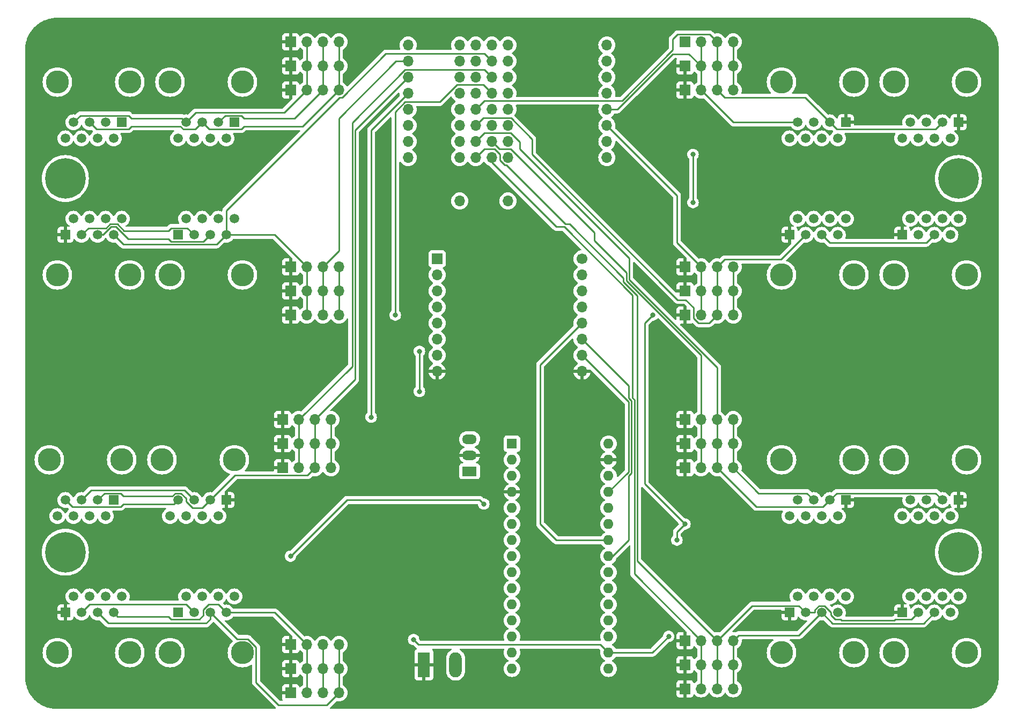
<source format=gbr>
%TF.GenerationSoftware,KiCad,Pcbnew,(7.0.0)*%
%TF.CreationDate,2023-10-30T10:33:22+00:00*%
%TF.ProjectId,euro-project-sensors-pcb,6575726f-2d70-4726-9f6a-6563742d7365,rev?*%
%TF.SameCoordinates,Original*%
%TF.FileFunction,Copper,L2,Bot*%
%TF.FilePolarity,Positive*%
%FSLAX46Y46*%
G04 Gerber Fmt 4.6, Leading zero omitted, Abs format (unit mm)*
G04 Created by KiCad (PCBNEW (7.0.0)) date 2023-10-30 10:33:22*
%MOMM*%
%LPD*%
G01*
G04 APERTURE LIST*
%TA.AperFunction,ComponentPad*%
%ADD10C,0.800000*%
%TD*%
%TA.AperFunction,ComponentPad*%
%ADD11C,6.400000*%
%TD*%
%TA.AperFunction,ComponentPad*%
%ADD12R,2.300000X1.500000*%
%TD*%
%TA.AperFunction,ComponentPad*%
%ADD13O,2.300000X1.500000*%
%TD*%
%TA.AperFunction,ComponentPad*%
%ADD14R,1.980000X3.960000*%
%TD*%
%TA.AperFunction,ComponentPad*%
%ADD15O,1.980000X3.960000*%
%TD*%
%TA.AperFunction,ComponentPad*%
%ADD16R,1.700000X1.700000*%
%TD*%
%TA.AperFunction,ComponentPad*%
%ADD17O,1.700000X1.700000*%
%TD*%
%TA.AperFunction,WasherPad*%
%ADD18C,3.650000*%
%TD*%
%TA.AperFunction,ComponentPad*%
%ADD19R,1.500000X1.500000*%
%TD*%
%TA.AperFunction,ComponentPad*%
%ADD20C,1.500000*%
%TD*%
%TA.AperFunction,ComponentPad*%
%ADD21R,1.600000X1.600000*%
%TD*%
%TA.AperFunction,ComponentPad*%
%ADD22O,1.600000X1.600000*%
%TD*%
%TA.AperFunction,ComponentPad*%
%ADD23C,1.700000*%
%TD*%
%TA.AperFunction,ViaPad*%
%ADD24C,0.800000*%
%TD*%
%TA.AperFunction,Conductor*%
%ADD25C,0.250000*%
%TD*%
G04 APERTURE END LIST*
D10*
%TO.P,H4,1*%
%TO.N,N/C*%
X214770000Y-125095000D03*
X215472944Y-123397944D03*
X215472944Y-126792056D03*
X217170000Y-122695000D03*
D11*
X217170000Y-125095000D03*
D10*
X217170000Y-127495000D03*
X218867056Y-123397944D03*
X218867056Y-126792056D03*
X219570000Y-125095000D03*
%TD*%
%TO.P,H3,1*%
%TO.N,N/C*%
X73800000Y-125095000D03*
X74502944Y-123397944D03*
X74502944Y-126792056D03*
X76200000Y-122695000D03*
D11*
X76200000Y-125095000D03*
D10*
X76200000Y-127495000D03*
X77897056Y-123397944D03*
X77897056Y-126792056D03*
X78600000Y-125095000D03*
%TD*%
%TO.P,H2,1*%
%TO.N,N/C*%
X214770000Y-66040000D03*
X215472944Y-64342944D03*
X215472944Y-67737056D03*
X217170000Y-63640000D03*
D11*
X217170000Y-66040000D03*
D10*
X217170000Y-68440000D03*
X218867056Y-64342944D03*
X218867056Y-67737056D03*
X219570000Y-66040000D03*
%TD*%
%TO.P,H1,1*%
%TO.N,N/C*%
X73800000Y-66040000D03*
X74502944Y-64342944D03*
X74502944Y-67737056D03*
X76200000Y-63640000D03*
D11*
X76200000Y-66040000D03*
D10*
X76200000Y-68440000D03*
X77897056Y-64342944D03*
X77897056Y-67737056D03*
X78600000Y-66040000D03*
%TD*%
D12*
%TO.P,U1,1,IN*%
%TO.N,Net-(J41-Pin_2)*%
X140002499Y-112301999D03*
D13*
%TO.P,U1,2,GND*%
%TO.N,GND*%
X140002499Y-109761999D03*
%TO.P,U1,3,OUT*%
%TO.N,/5V_BUS*%
X140002499Y-107221999D03*
%TD*%
D14*
%TO.P,J41,1,Pin_1*%
%TO.N,GND*%
X132794999Y-142874999D03*
D15*
%TO.P,J41,2,Pin_2*%
%TO.N,Net-(J41-Pin_2)*%
X137794999Y-142874999D03*
%TD*%
D16*
%TO.P,J27,1,Pin_1*%
%TO.N,GND*%
X111759999Y-87629999D03*
D17*
%TO.P,J27,2,Pin_2*%
%TO.N,/SDA_CH6*%
X114299999Y-87629999D03*
%TO.P,J27,3,Pin_3*%
%TO.N,/SCL_CH6*%
X116839999Y-87629999D03*
%TO.P,J27,4,Pin_4*%
%TO.N,/VCC_CH6*%
X119379999Y-87629999D03*
%TD*%
D16*
%TO.P,J29,1,Pin_1*%
%TO.N,GND*%
X111759999Y-80009999D03*
D17*
%TO.P,J29,2,Pin_2*%
%TO.N,/SDA_CH6*%
X114299999Y-80009999D03*
%TO.P,J29,3,Pin_3*%
%TO.N,/SCL_CH6*%
X116839999Y-80009999D03*
%TO.P,J29,4,Pin_4*%
%TO.N,/VCC_CH6*%
X119379999Y-80009999D03*
%TD*%
D18*
%TO.P,J34,*%
%TO.N,*%
X102870000Y-110490000D03*
X91440000Y-110490000D03*
D19*
%TO.P,J34,1*%
%TO.N,GND*%
X101599999Y-116839999D03*
D20*
%TO.P,J34,2*%
%TO.N,unconnected-(J34-Pad2)*%
X100330000Y-119380000D03*
%TO.P,J34,3*%
%TO.N,/SCL_CH5*%
X99060000Y-116840000D03*
%TO.P,J34,4*%
%TO.N,unconnected-(J34-Pad4)*%
X97790000Y-119380000D03*
%TO.P,J34,5*%
%TO.N,/VCC_CH5*%
X96520000Y-116840000D03*
%TO.P,J34,6*%
%TO.N,unconnected-(J34-Pad6)*%
X95250000Y-119380000D03*
%TO.P,J34,7*%
%TO.N,/SDA_CH5*%
X93980000Y-116840000D03*
%TO.P,J34,8*%
%TO.N,unconnected-(J34-Pad8)*%
X92710000Y-119380000D03*
%TD*%
D16*
%TO.P,J22,1,Pin_1*%
%TO.N,GND*%
X111759999Y-143509999D03*
D17*
%TO.P,J22,2,Pin_2*%
%TO.N,/SDA_CH4*%
X114299999Y-143509999D03*
%TO.P,J22,3,Pin_3*%
%TO.N,/SCL_CH4*%
X116839999Y-143509999D03*
%TO.P,J22,4,Pin_4*%
%TO.N,/VCC_CH4*%
X119379999Y-143509999D03*
%TD*%
D16*
%TO.P,J23,1,Pin_1*%
%TO.N,GND*%
X111759999Y-139699999D03*
D17*
%TO.P,J23,2,Pin_2*%
%TO.N,/SDA_CH4*%
X114299999Y-139699999D03*
%TO.P,J23,3,Pin_3*%
%TO.N,/SCL_CH4*%
X116839999Y-139699999D03*
%TO.P,J23,4,Pin_4*%
%TO.N,/VCC_CH4*%
X119379999Y-139699999D03*
%TD*%
D16*
%TO.P,J6,1,Pin_1*%
%TO.N,GND*%
X173989999Y-104139999D03*
D17*
%TO.P,J6,2,Pin_2*%
%TO.N,/SDA_CH1*%
X176529999Y-104139999D03*
%TO.P,J6,3,Pin_3*%
%TO.N,/SCL_CH1*%
X179069999Y-104139999D03*
%TO.P,J6,4,Pin_4*%
%TO.N,/VCC_CH1*%
X181609999Y-104139999D03*
%TD*%
D16*
%TO.P,J16,1,Pin_1*%
%TO.N,GND*%
X173989999Y-44449999D03*
D17*
%TO.P,J16,2,Pin_2*%
%TO.N,/SDA_CH3*%
X176529999Y-44449999D03*
%TO.P,J16,3,Pin_3*%
%TO.N,/SCL_CH3*%
X179069999Y-44449999D03*
%TO.P,J16,4,Pin_4*%
%TO.N,/VCC_CH3*%
X181609999Y-44449999D03*
%TD*%
D16*
%TO.P,J13,1,Pin_1*%
%TO.N,GND*%
X173999999Y-80009999D03*
D17*
%TO.P,J13,2,Pin_2*%
%TO.N,/SDA_CH2*%
X176539999Y-80009999D03*
%TO.P,J13,3,Pin_3*%
%TO.N,/SCL_CH2*%
X179079999Y-80009999D03*
%TO.P,J13,4,Pin_4*%
%TO.N,/VCC_CH2*%
X181619999Y-80009999D03*
%TD*%
D16*
%TO.P,J7,1,Pin_1*%
%TO.N,GND*%
X173989999Y-111759999D03*
D17*
%TO.P,J7,2,Pin_2*%
%TO.N,/SDA_CH1*%
X176529999Y-111759999D03*
%TO.P,J7,3,Pin_3*%
%TO.N,/SCL_CH1*%
X179069999Y-111759999D03*
%TO.P,J7,4,Pin_4*%
%TO.N,/VCC_CH1*%
X181609999Y-111759999D03*
%TD*%
D18*
%TO.P,J38,*%
%TO.N,*%
X104140000Y-50800000D03*
X92710000Y-50800000D03*
D19*
%TO.P,J38,1*%
%TO.N,GND*%
X102869999Y-57149999D03*
D20*
%TO.P,J38,2*%
%TO.N,unconnected-(J38-Pad2)*%
X101600000Y-59690000D03*
%TO.P,J38,3*%
%TO.N,/SCL_CH7*%
X100330000Y-57150000D03*
%TO.P,J38,4*%
%TO.N,unconnected-(J38-Pad4)*%
X99060000Y-59690000D03*
%TO.P,J38,5*%
%TO.N,/VCC_CH7*%
X97790000Y-57150000D03*
%TO.P,J38,6*%
%TO.N,unconnected-(J38-Pad6)*%
X96520000Y-59690000D03*
%TO.P,J38,7*%
%TO.N,/SDA_CH7*%
X95250000Y-57150000D03*
%TO.P,J38,8*%
%TO.N,unconnected-(J38-Pad8)*%
X93980000Y-59690000D03*
%TD*%
D16*
%TO.P,J30,1,Pin_1*%
%TO.N,GND*%
X111759999Y-52069999D03*
D17*
%TO.P,J30,2,Pin_2*%
%TO.N,/SDA_CH7*%
X114299999Y-52069999D03*
%TO.P,J30,3,Pin_3*%
%TO.N,/SCL_CH7*%
X116839999Y-52069999D03*
%TO.P,J30,4,Pin_4*%
%TO.N,/VCC_CH7*%
X119379999Y-52069999D03*
%TD*%
D16*
%TO.P,J32,1,Pin_1*%
%TO.N,GND*%
X111759999Y-44449999D03*
D17*
%TO.P,J32,2,Pin_2*%
%TO.N,/SDA_CH7*%
X114299999Y-44449999D03*
%TO.P,J32,3,Pin_3*%
%TO.N,/SCL_CH7*%
X116839999Y-44449999D03*
%TO.P,J32,4,Pin_4*%
%TO.N,/VCC_CH7*%
X119379999Y-44449999D03*
%TD*%
D18*
%TO.P,J19,*%
%TO.N,*%
X218440000Y-50800000D03*
X207010000Y-50800000D03*
D19*
%TO.P,J19,1*%
%TO.N,GND*%
X217169999Y-57149999D03*
D20*
%TO.P,J19,2*%
%TO.N,unconnected-(J19-Pad2)*%
X215900000Y-59690000D03*
%TO.P,J19,3*%
%TO.N,/SCL_CH3*%
X214630000Y-57150000D03*
%TO.P,J19,4*%
%TO.N,unconnected-(J19-Pad4)*%
X213360000Y-59690000D03*
%TO.P,J19,5*%
%TO.N,/VCC_CH3*%
X212090000Y-57150000D03*
%TO.P,J19,6*%
%TO.N,unconnected-(J19-Pad6)*%
X210820000Y-59690000D03*
%TO.P,J19,7*%
%TO.N,/SDA_CH3*%
X209550000Y-57150000D03*
%TO.P,J19,8*%
%TO.N,unconnected-(J19-Pad8)*%
X208280000Y-59690000D03*
%TD*%
D16*
%TO.P,J24,1,Pin_1*%
%TO.N,GND*%
X110499999Y-111759999D03*
D17*
%TO.P,J24,2,Pin_2*%
%TO.N,/SDA_CH5*%
X113039999Y-111759999D03*
%TO.P,J24,3,Pin_3*%
%TO.N,/SCL_CH5*%
X115579999Y-111759999D03*
%TO.P,J24,4,Pin_4*%
%TO.N,/VCC_CH5*%
X118119999Y-111759999D03*
%TD*%
D18*
%TO.P,J37,*%
%TO.N,*%
X86360000Y-50800000D03*
X74930000Y-50800000D03*
D19*
%TO.P,J37,1*%
%TO.N,GND*%
X85089999Y-57149999D03*
D20*
%TO.P,J37,2*%
%TO.N,unconnected-(J37-Pad2)*%
X83820000Y-59690000D03*
%TO.P,J37,3*%
%TO.N,/SCL_CH7*%
X82550000Y-57150000D03*
%TO.P,J37,4*%
%TO.N,unconnected-(J37-Pad4)*%
X81280000Y-59690000D03*
%TO.P,J37,5*%
%TO.N,/VCC_CH7*%
X80010000Y-57150000D03*
%TO.P,J37,6*%
%TO.N,unconnected-(J37-Pad6)*%
X78740000Y-59690000D03*
%TO.P,J37,7*%
%TO.N,/SDA_CH7*%
X77470000Y-57150000D03*
%TO.P,J37,8*%
%TO.N,unconnected-(J37-Pad8)*%
X76200000Y-59690000D03*
%TD*%
D16*
%TO.P,J26,1,Pin_1*%
%TO.N,GND*%
X110489999Y-104139999D03*
D17*
%TO.P,J26,2,Pin_2*%
%TO.N,/SDA_CH5*%
X113029999Y-104139999D03*
%TO.P,J26,3,Pin_3*%
%TO.N,/SCL_CH5*%
X115569999Y-104139999D03*
%TO.P,J26,4,Pin_4*%
%TO.N,/VCC_CH5*%
X118109999Y-104139999D03*
%TD*%
D16*
%TO.P,J12,1,Pin_1*%
%TO.N,GND*%
X173999999Y-83819999D03*
D17*
%TO.P,J12,2,Pin_2*%
%TO.N,/SDA_CH2*%
X176539999Y-83819999D03*
%TO.P,J12,3,Pin_3*%
%TO.N,/SCL_CH2*%
X179079999Y-83819999D03*
%TO.P,J12,4,Pin_4*%
%TO.N,/VCC_CH2*%
X181619999Y-83819999D03*
%TD*%
D18*
%TO.P,J15,*%
%TO.N,*%
X207005000Y-81280000D03*
X218435000Y-81280000D03*
D19*
%TO.P,J15,1*%
%TO.N,GND*%
X208274999Y-74929999D03*
D20*
%TO.P,J15,2*%
%TO.N,unconnected-(J15-Pad2)*%
X209545000Y-72390000D03*
%TO.P,J15,3*%
%TO.N,/SCL_CH2*%
X210815000Y-74930000D03*
%TO.P,J15,4*%
%TO.N,unconnected-(J15-Pad4)*%
X212085000Y-72390000D03*
%TO.P,J15,5*%
%TO.N,/VCC_CH2*%
X213355000Y-74930000D03*
%TO.P,J15,6*%
%TO.N,unconnected-(J15-Pad6)*%
X214625000Y-72390000D03*
%TO.P,J15,7*%
%TO.N,/SDA_CH2*%
X215895000Y-74930000D03*
%TO.P,J15,8*%
%TO.N,unconnected-(J15-Pad8)*%
X217165000Y-72390000D03*
%TD*%
D16*
%TO.P,J25,1,Pin_1*%
%TO.N,GND*%
X110489999Y-107949999D03*
D17*
%TO.P,J25,2,Pin_2*%
%TO.N,/SDA_CH5*%
X113029999Y-107949999D03*
%TO.P,J25,3,Pin_3*%
%TO.N,/SCL_CH5*%
X115569999Y-107949999D03*
%TO.P,J25,4,Pin_4*%
%TO.N,/VCC_CH5*%
X118109999Y-107949999D03*
%TD*%
D18*
%TO.P,J14,*%
%TO.N,*%
X189230000Y-81280000D03*
X200660000Y-81280000D03*
D19*
%TO.P,J14,1*%
%TO.N,GND*%
X190499999Y-74929999D03*
D20*
%TO.P,J14,2*%
%TO.N,unconnected-(J14-Pad2)*%
X191770000Y-72390000D03*
%TO.P,J14,3*%
%TO.N,/SCL_CH2*%
X193040000Y-74930000D03*
%TO.P,J14,4*%
%TO.N,unconnected-(J14-Pad4)*%
X194310000Y-72390000D03*
%TO.P,J14,5*%
%TO.N,/VCC_CH2*%
X195580000Y-74930000D03*
%TO.P,J14,6*%
%TO.N,unconnected-(J14-Pad6)*%
X196850000Y-72390000D03*
%TO.P,J14,7*%
%TO.N,/SDA_CH2*%
X198120000Y-74930000D03*
%TO.P,J14,8*%
%TO.N,unconnected-(J14-Pad8)*%
X199390000Y-72390000D03*
%TD*%
D16*
%TO.P,J28,1,Pin_1*%
%TO.N,GND*%
X111759999Y-83819999D03*
D17*
%TO.P,J28,2,Pin_2*%
%TO.N,/SDA_CH6*%
X114299999Y-83819999D03*
%TO.P,J28,3,Pin_3*%
%TO.N,/SCL_CH6*%
X116839999Y-83819999D03*
%TO.P,J28,4,Pin_4*%
%TO.N,/VCC_CH6*%
X119379999Y-83819999D03*
%TD*%
D18*
%TO.P,J35,*%
%TO.N,*%
X74930000Y-81280000D03*
X86360000Y-81280000D03*
D19*
%TO.P,J35,1*%
%TO.N,GND*%
X76199999Y-74929999D03*
D20*
%TO.P,J35,2*%
%TO.N,unconnected-(J35-Pad2)*%
X77470000Y-72390000D03*
%TO.P,J35,3*%
%TO.N,/SCL_CH6*%
X78740000Y-74930000D03*
%TO.P,J35,4*%
%TO.N,unconnected-(J35-Pad4)*%
X80010000Y-72390000D03*
%TO.P,J35,5*%
%TO.N,/VCC_CH6*%
X81280000Y-74930000D03*
%TO.P,J35,6*%
%TO.N,unconnected-(J35-Pad6)*%
X82550000Y-72390000D03*
%TO.P,J35,7*%
%TO.N,/SDA_CH6*%
X83820000Y-74930000D03*
%TO.P,J35,8*%
%TO.N,unconnected-(J35-Pad8)*%
X85090000Y-72390000D03*
%TD*%
D16*
%TO.P,J8,1,Pin_1*%
%TO.N,GND*%
X173989999Y-107949999D03*
D17*
%TO.P,J8,2,Pin_2*%
%TO.N,/SDA_CH1*%
X176529999Y-107949999D03*
%TO.P,J8,3,Pin_3*%
%TO.N,/SCL_CH1*%
X179069999Y-107949999D03*
%TO.P,J8,4,Pin_4*%
%TO.N,/VCC_CH1*%
X181609999Y-107949999D03*
%TD*%
D16*
%TO.P,J31,1,Pin_1*%
%TO.N,GND*%
X111759999Y-48259999D03*
D17*
%TO.P,J31,2,Pin_2*%
%TO.N,/SDA_CH7*%
X114299999Y-48259999D03*
%TO.P,J31,3,Pin_3*%
%TO.N,/SCL_CH7*%
X116839999Y-48259999D03*
%TO.P,J31,4,Pin_4*%
%TO.N,/VCC_CH7*%
X119379999Y-48259999D03*
%TD*%
D18*
%TO.P,J36,*%
%TO.N,*%
X92710000Y-81280000D03*
X104140000Y-81280000D03*
D19*
%TO.P,J36,1*%
%TO.N,GND*%
X93979999Y-74929999D03*
D20*
%TO.P,J36,2*%
%TO.N,unconnected-(J36-Pad2)*%
X95250000Y-72390000D03*
%TO.P,J36,3*%
%TO.N,/SCL_CH6*%
X96520000Y-74930000D03*
%TO.P,J36,4*%
%TO.N,unconnected-(J36-Pad4)*%
X97790000Y-72390000D03*
%TO.P,J36,5*%
%TO.N,/VCC_CH6*%
X99060000Y-74930000D03*
%TO.P,J36,6*%
%TO.N,unconnected-(J36-Pad6)*%
X100330000Y-72390000D03*
%TO.P,J36,7*%
%TO.N,/SDA_CH6*%
X101600000Y-74930000D03*
%TO.P,J36,8*%
%TO.N,unconnected-(J36-Pad8)*%
X102870000Y-72390000D03*
%TD*%
D18*
%TO.P,J10,*%
%TO.N,*%
X200665000Y-110490000D03*
X189235000Y-110490000D03*
D19*
%TO.P,J10,1*%
%TO.N,GND*%
X199394999Y-116839999D03*
D20*
%TO.P,J10,2*%
%TO.N,unconnected-(J10-Pad2)*%
X198125000Y-119380000D03*
%TO.P,J10,3*%
%TO.N,/SCL_CH1*%
X196855000Y-116840000D03*
%TO.P,J10,4*%
%TO.N,unconnected-(J10-Pad4)*%
X195585000Y-119380000D03*
%TO.P,J10,5*%
%TO.N,/VCC_CH1*%
X194315000Y-116840000D03*
%TO.P,J10,6*%
%TO.N,unconnected-(J10-Pad6)*%
X193045000Y-119380000D03*
%TO.P,J10,7*%
%TO.N,/SDA_CH1*%
X191775000Y-116840000D03*
%TO.P,J10,8*%
%TO.N,unconnected-(J10-Pad8)*%
X190505000Y-119380000D03*
%TD*%
D16*
%TO.P,J2,1,Pin_1*%
%TO.N,GND*%
X173989999Y-146684999D03*
D17*
%TO.P,J2,2,Pin_2*%
%TO.N,/SDA_CH0*%
X176529999Y-146684999D03*
%TO.P,J2,3,Pin_3*%
%TO.N,/SCL_CH0*%
X179069999Y-146684999D03*
%TO.P,J2,4,Pin_4*%
%TO.N,/VCC_CH0*%
X181609999Y-146684999D03*
%TD*%
D18*
%TO.P,J1,*%
%TO.N,*%
X207010000Y-140970000D03*
X218440000Y-140970000D03*
D19*
%TO.P,J1,1*%
%TO.N,GND*%
X208279999Y-134619999D03*
D20*
%TO.P,J1,2*%
%TO.N,unconnected-(J1-Pad2)*%
X209550000Y-132080000D03*
%TO.P,J1,3*%
%TO.N,/SCL_CH0*%
X210820000Y-134620000D03*
%TO.P,J1,4*%
%TO.N,unconnected-(J1-Pad4)*%
X212090000Y-132080000D03*
%TO.P,J1,5*%
%TO.N,/VCC_CH0*%
X213360000Y-134620000D03*
%TO.P,J1,6*%
%TO.N,unconnected-(J1-Pad6)*%
X214630000Y-132080000D03*
%TO.P,J1,7*%
%TO.N,/SDA_CH0*%
X215900000Y-134620000D03*
%TO.P,J1,8*%
%TO.N,unconnected-(J1-Pad8)*%
X217170000Y-132080000D03*
%TD*%
D16*
%TO.P,J5,1,Pin_1*%
%TO.N,GND*%
X173989999Y-139064999D03*
D17*
%TO.P,J5,2,Pin_2*%
%TO.N,/SDA_CH0*%
X176529999Y-139064999D03*
%TO.P,J5,3,Pin_3*%
%TO.N,/SCL_CH0*%
X179069999Y-139064999D03*
%TO.P,J5,4,Pin_4*%
%TO.N,/VCC_CH0*%
X181609999Y-139064999D03*
%TD*%
D18*
%TO.P,J4,*%
%TO.N,*%
X189230000Y-140970000D03*
X200660000Y-140970000D03*
D19*
%TO.P,J4,1*%
%TO.N,GND*%
X190499999Y-134619999D03*
D20*
%TO.P,J4,2*%
%TO.N,unconnected-(J4-Pad2)*%
X191770000Y-132080000D03*
%TO.P,J4,3*%
%TO.N,/SCL_CH0*%
X193040000Y-134620000D03*
%TO.P,J4,4*%
%TO.N,unconnected-(J4-Pad4)*%
X194310000Y-132080000D03*
%TO.P,J4,5*%
%TO.N,/VCC_CH0*%
X195580000Y-134620000D03*
%TO.P,J4,6*%
%TO.N,unconnected-(J4-Pad6)*%
X196850000Y-132080000D03*
%TO.P,J4,7*%
%TO.N,/SDA_CH0*%
X198120000Y-134620000D03*
%TO.P,J4,8*%
%TO.N,unconnected-(J4-Pad8)*%
X199390000Y-132080000D03*
%TD*%
D16*
%TO.P,J11,1,Pin_1*%
%TO.N,GND*%
X173999999Y-87629999D03*
D17*
%TO.P,J11,2,Pin_2*%
%TO.N,/SDA_CH2*%
X176539999Y-87629999D03*
%TO.P,J11,3,Pin_3*%
%TO.N,/SCL_CH2*%
X179079999Y-87629999D03*
%TO.P,J11,4,Pin_4*%
%TO.N,/VCC_CH2*%
X181619999Y-87629999D03*
%TD*%
D21*
%TO.P,A1,1,D1/TX*%
%TO.N,unconnected-(A1-D1{slash}TX-Pad1)*%
X146684999Y-107949999D03*
D22*
%TO.P,A1,2,D0/RX*%
%TO.N,unconnected-(A1-D0{slash}RX-Pad2)*%
X146684999Y-110489999D03*
%TO.P,A1,3,~{RESET}*%
%TO.N,unconnected-(A1-~{RESET}-Pad3)*%
X146684999Y-113029999D03*
%TO.P,A1,4,GND*%
%TO.N,GND*%
X146684999Y-115569999D03*
%TO.P,A1,5,D2*%
%TO.N,unconnected-(A1-D2-Pad5)*%
X146684999Y-118109999D03*
%TO.P,A1,6,~D3*%
%TO.N,unconnected-(A1-~D3-Pad6)*%
X146684999Y-120649999D03*
%TO.P,A1,7,D4*%
%TO.N,unconnected-(A1-D4-Pad7)*%
X146684999Y-123189999D03*
%TO.P,A1,8,~D5*%
%TO.N,unconnected-(A1-~D5-Pad8)*%
X146684999Y-125729999D03*
%TO.P,A1,9,~D6*%
%TO.N,unconnected-(A1-~D6-Pad9)*%
X146684999Y-128269999D03*
%TO.P,A1,10,D7*%
%TO.N,unconnected-(A1-D7-Pad10)*%
X146684999Y-130809999D03*
%TO.P,A1,11,D8*%
%TO.N,unconnected-(A1-D8-Pad11)*%
X146684999Y-133349999D03*
%TO.P,A1,12,~D9*%
%TO.N,unconnected-(A1-~D9-Pad12)*%
X146684999Y-135889999D03*
%TO.P,A1,13,~D10-CS*%
%TO.N,unconnected-(A1-~D10-CS-Pad13)*%
X146684999Y-138429999D03*
%TO.P,A1,14,~D11-MOSI*%
%TO.N,unconnected-(A1-~D11-MOSI-Pad14)*%
X146684999Y-140969999D03*
%TO.P,A1,15,D12-MISO*%
%TO.N,unconnected-(A1-D12-MISO-Pad15)*%
X146684999Y-143509999D03*
%TO.P,A1,16,D13-SCK*%
%TO.N,unconnected-(A1-D13-SCK-Pad16)*%
X161924999Y-143509999D03*
%TO.P,A1,17,3V3*%
%TO.N,/3V3_BUS*%
X161924999Y-140969999D03*
%TO.P,A1,18,AREF*%
%TO.N,unconnected-(A1-AREF-Pad18)*%
X161924999Y-138429999D03*
%TO.P,A1,19,A0*%
%TO.N,unconnected-(A1-A0-Pad19)*%
X161924999Y-135889999D03*
%TO.P,A1,20,A1*%
%TO.N,unconnected-(A1-A1-Pad20)*%
X161924999Y-133349999D03*
%TO.P,A1,21,A2*%
%TO.N,unconnected-(A1-A2-Pad21)*%
X161924999Y-130809999D03*
%TO.P,A1,22,A3*%
%TO.N,unconnected-(A1-A3-Pad22)*%
X161924999Y-128269999D03*
%TO.P,A1,23,A4*%
%TO.N,/SDA*%
X161924999Y-125729999D03*
%TO.P,A1,24,A5*%
%TO.N,/SCL*%
X161924999Y-123189999D03*
%TO.P,A1,25,A6*%
%TO.N,unconnected-(A1-A6-Pad25)*%
X161924999Y-120649999D03*
%TO.P,A1,26,A7*%
%TO.N,unconnected-(A1-A7-Pad26)*%
X161924999Y-118109999D03*
%TO.P,A1,27,+5V*%
%TO.N,/5V_BUS*%
X161924999Y-115569999D03*
%TO.P,A1,28,~{RESET}*%
%TO.N,unconnected-(A1-~{RESET}-Pad28)*%
X161924999Y-113029999D03*
%TO.P,A1,29,GND*%
%TO.N,GND*%
X161924999Y-110489999D03*
%TO.P,A1,30,VIN*%
%TO.N,unconnected-(A1-VIN-Pad30)*%
X161924999Y-107949999D03*
%TD*%
D18*
%TO.P,J20,*%
%TO.N,*%
X200660000Y-50800000D03*
X189230000Y-50800000D03*
D19*
%TO.P,J20,1*%
%TO.N,GND*%
X199389999Y-57149999D03*
D20*
%TO.P,J20,2*%
%TO.N,unconnected-(J20-Pad2)*%
X198120000Y-59690000D03*
%TO.P,J20,3*%
%TO.N,/SCL_CH3*%
X196850000Y-57150000D03*
%TO.P,J20,4*%
%TO.N,unconnected-(J20-Pad4)*%
X195580000Y-59690000D03*
%TO.P,J20,5*%
%TO.N,/VCC_CH3*%
X194310000Y-57150000D03*
%TO.P,J20,6*%
%TO.N,unconnected-(J20-Pad6)*%
X193040000Y-59690000D03*
%TO.P,J20,7*%
%TO.N,/SDA_CH3*%
X191770000Y-57150000D03*
%TO.P,J20,8*%
%TO.N,unconnected-(J20-Pad8)*%
X190500000Y-59690000D03*
%TD*%
D16*
%TO.P,J3,1,Pin_1*%
%TO.N,GND*%
X173989999Y-142874999D03*
D17*
%TO.P,J3,2,Pin_2*%
%TO.N,/SDA_CH0*%
X176529999Y-142874999D03*
%TO.P,J3,3,Pin_3*%
%TO.N,/SCL_CH0*%
X179069999Y-142874999D03*
%TO.P,J3,4,Pin_4*%
%TO.N,/VCC_CH0*%
X181609999Y-142874999D03*
%TD*%
D16*
%TO.P,J21,1,Pin_1*%
%TO.N,GND*%
X111759999Y-147319999D03*
D17*
%TO.P,J21,2,Pin_2*%
%TO.N,/SDA_CH4*%
X114299999Y-147319999D03*
%TO.P,J21,3,Pin_3*%
%TO.N,/SCL_CH4*%
X116839999Y-147319999D03*
%TO.P,J21,4,Pin_4*%
%TO.N,/VCC_CH4*%
X119379999Y-147319999D03*
%TD*%
D16*
%TO.P,J18,1,Pin_1*%
%TO.N,GND*%
X173989999Y-52069999D03*
D17*
%TO.P,J18,2,Pin_2*%
%TO.N,/SDA_CH3*%
X176529999Y-52069999D03*
%TO.P,J18,3,Pin_3*%
%TO.N,/SCL_CH3*%
X179069999Y-52069999D03*
%TO.P,J18,4,Pin_4*%
%TO.N,/VCC_CH3*%
X181609999Y-52069999D03*
%TD*%
D18*
%TO.P,J33,*%
%TO.N,*%
X85090000Y-110490000D03*
X73660000Y-110490000D03*
D19*
%TO.P,J33,1*%
%TO.N,GND*%
X83819999Y-116839999D03*
D20*
%TO.P,J33,2*%
%TO.N,unconnected-(J33-Pad2)*%
X82550000Y-119380000D03*
%TO.P,J33,3*%
%TO.N,/SCL_CH5*%
X81280000Y-116840000D03*
%TO.P,J33,4*%
%TO.N,unconnected-(J33-Pad4)*%
X80010000Y-119380000D03*
%TO.P,J33,5*%
%TO.N,/VCC_CH5*%
X78740000Y-116840000D03*
%TO.P,J33,6*%
%TO.N,unconnected-(J33-Pad6)*%
X77470000Y-119380000D03*
%TO.P,J33,7*%
%TO.N,/SDA_CH5*%
X76200000Y-116840000D03*
%TO.P,J33,8*%
%TO.N,unconnected-(J33-Pad8)*%
X74930000Y-119380000D03*
%TD*%
D18*
%TO.P,J39,*%
%TO.N,*%
X92710000Y-140970000D03*
X104140000Y-140970000D03*
D19*
%TO.P,J39,1*%
%TO.N,GND*%
X93979999Y-134619999D03*
D20*
%TO.P,J39,2*%
%TO.N,unconnected-(J39-Pad2)*%
X95250000Y-132080000D03*
%TO.P,J39,3*%
%TO.N,/SCL_CH4*%
X96520000Y-134620000D03*
%TO.P,J39,4*%
%TO.N,unconnected-(J39-Pad4)*%
X97790000Y-132080000D03*
%TO.P,J39,5*%
%TO.N,/VCC_CH4*%
X99060000Y-134620000D03*
%TO.P,J39,6*%
%TO.N,unconnected-(J39-Pad6)*%
X100330000Y-132080000D03*
%TO.P,J39,7*%
%TO.N,/SDA_CH4*%
X101600000Y-134620000D03*
%TO.P,J39,8*%
%TO.N,unconnected-(J39-Pad8)*%
X102870000Y-132080000D03*
%TD*%
D16*
%TO.P,J17,1,Pin_1*%
%TO.N,GND*%
X173989999Y-48259999D03*
D17*
%TO.P,J17,2,Pin_2*%
%TO.N,/SDA_CH3*%
X176529999Y-48259999D03*
%TO.P,J17,3,Pin_3*%
%TO.N,/SCL_CH3*%
X179069999Y-48259999D03*
%TO.P,J17,4,Pin_4*%
%TO.N,/VCC_CH3*%
X181609999Y-48259999D03*
%TD*%
D18*
%TO.P,J40,*%
%TO.N,*%
X74930000Y-140970000D03*
X86360000Y-140970000D03*
D19*
%TO.P,J40,1*%
%TO.N,GND*%
X76199999Y-134619999D03*
D20*
%TO.P,J40,2*%
%TO.N,unconnected-(J40-Pad2)*%
X77470000Y-132080000D03*
%TO.P,J40,3*%
%TO.N,/SCL_CH4*%
X78740000Y-134620000D03*
%TO.P,J40,4*%
%TO.N,unconnected-(J40-Pad4)*%
X80010000Y-132080000D03*
%TO.P,J40,5*%
%TO.N,/VCC_CH4*%
X81280000Y-134620000D03*
%TO.P,J40,6*%
%TO.N,unconnected-(J40-Pad6)*%
X82550000Y-132080000D03*
%TO.P,J40,7*%
%TO.N,/SDA_CH4*%
X83820000Y-134620000D03*
%TO.P,J40,8*%
%TO.N,unconnected-(J40-Pad8)*%
X85090000Y-132080000D03*
%TD*%
D17*
%TO.P,A2,*%
%TO.N,*%
X138429999Y-44957999D03*
X138429999Y-47497999D03*
X138429999Y-50037999D03*
X138429999Y-52577999D03*
X138429999Y-55117999D03*
X138429999Y-57657999D03*
X138429999Y-60197999D03*
X138429999Y-62737999D03*
X146049999Y-44957999D03*
X146049999Y-47497999D03*
X146049999Y-50037999D03*
X146049999Y-52577999D03*
X146049999Y-55117999D03*
X146049999Y-57657999D03*
X146049999Y-60197999D03*
X146049999Y-62737999D03*
D16*
%TO.P,A2,1,NC*%
%TO.N,unconnected-(A2-NC-Pad1)*%
X134873999Y-78739999D03*
D17*
%TO.P,A2,2,RST*%
%TO.N,unconnected-(A2-RST-Pad2)*%
X134873999Y-81279999D03*
%TO.P,A2,3,NC*%
%TO.N,unconnected-(A2-NC-Pad3)*%
X134873999Y-83819999D03*
%TO.P,A2,4,NC*%
%TO.N,unconnected-(A2-NC-Pad4)*%
X134873999Y-86359999D03*
%TO.P,A2,5,NC*%
%TO.N,unconnected-(A2-NC-Pad5)*%
X134873999Y-88899999D03*
%TO.P,A2,6,NC*%
%TO.N,unconnected-(A2-NC-Pad6)*%
X134873999Y-91439999D03*
%TO.P,A2,7,3V3*%
%TO.N,/3V3_BUS*%
X134873999Y-93979999D03*
%TO.P,A2,8,GND*%
%TO.N,GND*%
X134873999Y-96519999D03*
%TO.P,A2,9,GND*%
X157733999Y-96519999D03*
%TO.P,A2,10,5V*%
%TO.N,/5V_BUS*%
X157733999Y-93979999D03*
%TO.P,A2,11,SDA*%
%TO.N,/SDA*%
X157733999Y-91439999D03*
%TO.P,A2,12,SCL*%
%TO.N,/SCL*%
X157733999Y-88899999D03*
%TO.P,A2,13,NC*%
%TO.N,unconnected-(A2-NC-Pad13)*%
X157733999Y-86359999D03*
%TO.P,A2,14,NC*%
%TO.N,unconnected-(A2-NC-Pad14)*%
X157733999Y-83819999D03*
%TO.P,A2,15,NC*%
%TO.N,unconnected-(A2-NC-Pad15)*%
X157733999Y-81279999D03*
D23*
%TO.P,A2,16,NC*%
%TO.N,unconnected-(A2-NC-Pad16)*%
X157734000Y-78740000D03*
D17*
%TO.P,A2,17,SDA_CH0*%
%TO.N,/SDA_CH0*%
X143509999Y-62737999D03*
X161670999Y-62737999D03*
%TO.P,A2,18,SDA_CH1*%
%TO.N,/SDA_CH1*%
X143509999Y-60197999D03*
X161670999Y-60197999D03*
%TO.P,A2,19,SDA_CH2*%
%TO.N,/SDA_CH2*%
X143509999Y-57657999D03*
X161670999Y-57657999D03*
%TO.P,A2,20,SDA_CH3*%
%TO.N,/SDA_CH3*%
X143509999Y-55117999D03*
X161670999Y-55117999D03*
%TO.P,A2,21,SDA_CH4*%
%TO.N,/SDA_CH4*%
X143509999Y-52577999D03*
X161670999Y-52577999D03*
%TO.P,A2,22,SDA_CH5*%
%TO.N,/SDA_CH5*%
X143509999Y-50037999D03*
X161670999Y-50037999D03*
%TO.P,A2,23,SDA_CH6*%
%TO.N,/SDA_CH6*%
X143509999Y-47497999D03*
X161670999Y-47497999D03*
%TO.P,A2,24,SDA_CH7*%
%TO.N,/SDA_CH7*%
X143509999Y-44957999D03*
X161670999Y-44957999D03*
%TO.P,A2,25,SCL_CH7*%
%TO.N,/SCL_CH7*%
X130301999Y-44957999D03*
X140969999Y-44957999D03*
%TO.P,A2,26,SCL_CH6*%
%TO.N,/SCL_CH6*%
X130301999Y-47497999D03*
X140969999Y-47497999D03*
%TO.P,A2,27,SCL_CH5*%
%TO.N,/SCL_CH5*%
X130301999Y-50037999D03*
X140969999Y-50037999D03*
%TO.P,A2,28,SCL_CH4*%
%TO.N,/SCL_CH4*%
X130301999Y-52577999D03*
X140969999Y-52577999D03*
%TO.P,A2,29,SCL_CH3*%
%TO.N,/SCL_CH3*%
X130301999Y-55117999D03*
X140969999Y-55117999D03*
%TO.P,A2,30,SCL_CH2*%
%TO.N,/SCL_CH2*%
X130301999Y-57657999D03*
X140969999Y-57657999D03*
%TO.P,A2,31,SCL_CH1*%
%TO.N,/SCL_CH1*%
X130301999Y-60197999D03*
X140969999Y-60197999D03*
%TO.P,A2,32,SCL_CH0*%
%TO.N,/SCL_CH0*%
X130301999Y-62737999D03*
X140969999Y-62737999D03*
%TO.P,A2,33,Vcc*%
%TO.N,unconnected-(A2-Vcc-Pad33)*%
X138429999Y-69595999D03*
%TO.P,A2,34,GND*%
%TO.N,unconnected-(A2-GND-Pad34)*%
X146049999Y-69595999D03*
%TD*%
D18*
%TO.P,J9,*%
%TO.N,*%
X218440000Y-110490000D03*
X207010000Y-110490000D03*
D19*
%TO.P,J9,1*%
%TO.N,GND*%
X217169999Y-116839999D03*
D20*
%TO.P,J9,2*%
%TO.N,unconnected-(J9-Pad2)*%
X215900000Y-119380000D03*
%TO.P,J9,3*%
%TO.N,/SCL_CH1*%
X214630000Y-116840000D03*
%TO.P,J9,4*%
%TO.N,unconnected-(J9-Pad4)*%
X213360000Y-119380000D03*
%TO.P,J9,5*%
%TO.N,/VCC_CH1*%
X212090000Y-116840000D03*
%TO.P,J9,6*%
%TO.N,unconnected-(J9-Pad6)*%
X210820000Y-119380000D03*
%TO.P,J9,7*%
%TO.N,/SDA_CH1*%
X209550000Y-116840000D03*
%TO.P,J9,8*%
%TO.N,unconnected-(J9-Pad8)*%
X208280000Y-119380000D03*
%TD*%
D24*
%TO.N,GND*%
X174625000Y-98425000D03*
X155575000Y-108585000D03*
X159385000Y-101600000D03*
%TO.N,/5V_BUS*%
X132080000Y-93345000D03*
X132080000Y-99695000D03*
%TO.N,/SDA_CH4*%
X128270000Y-87630000D03*
%TO.N,/3V3_BUS*%
X173990000Y-120650000D03*
X172720000Y-123190000D03*
X168910000Y-87630000D03*
X175260000Y-69850000D03*
X175260000Y-62230000D03*
X131154500Y-138902300D03*
X171420000Y-138400000D03*
%TO.N,/5V_BUS*%
X111730000Y-125730000D03*
X142240000Y-117475000D03*
%TO.N,/SCL_CH4*%
X124460000Y-103758301D03*
%TD*%
D25*
%TO.N,/3V3_BUS*%
X167640000Y-88900000D02*
X167640000Y-114300000D01*
X167640000Y-114300000D02*
X173990000Y-120650000D01*
X168910000Y-87630000D02*
X167640000Y-88900000D01*
%TO.N,/SCL_CH0*%
X142335000Y-61373000D02*
X140970000Y-62738000D01*
X143923000Y-61373000D02*
X142335000Y-61373000D01*
X144780000Y-62230000D02*
X143923000Y-61373000D01*
X144780000Y-63129701D02*
X144780000Y-62230000D01*
X145563299Y-63913000D02*
X144780000Y-63129701D01*
X155125499Y-73210499D02*
X145828000Y-63913000D01*
X164279501Y-81729501D02*
X155760499Y-73210499D01*
X155760499Y-73210499D02*
X155125499Y-73210499D01*
X164279501Y-82363811D02*
X164279501Y-81729501D01*
X166448503Y-126443503D02*
X166448503Y-84532813D01*
X166448503Y-84532813D02*
X164279501Y-82363811D01*
X179070000Y-139065000D02*
X166448503Y-126443503D01*
X145828000Y-63913000D02*
X145563299Y-63913000D01*
%TO.N,/SDA_CH0*%
X165999002Y-128534002D02*
X176530000Y-139065000D01*
X165999002Y-100973622D02*
X165999002Y-128534002D01*
X165735000Y-100709620D02*
X165999002Y-100973622D01*
X165735000Y-84455000D02*
X165735000Y-100709620D01*
X154940000Y-73660000D02*
X165735000Y-84455000D01*
X153670000Y-73660000D02*
X154940000Y-73660000D01*
X143510000Y-63500000D02*
X153670000Y-73660000D01*
X143510000Y-62738000D02*
X143510000Y-63500000D01*
%TO.N,/5V_BUS*%
X132080000Y-99695000D02*
X132080000Y-93345000D01*
%TO.N,/SDA_CH5*%
X85335000Y-117475000D02*
X93345000Y-117475000D01*
X93345000Y-117475000D02*
X93980000Y-116840000D01*
X84895000Y-117915000D02*
X85335000Y-117475000D01*
X77275000Y-117915000D02*
X84895000Y-117915000D01*
X76200000Y-116840000D02*
X77275000Y-117915000D01*
%TO.N,/SCL_CH5*%
X97790000Y-118110000D02*
X99060000Y-116840000D01*
X96269720Y-118110000D02*
X97790000Y-118110000D01*
X95250000Y-117090280D02*
X96269720Y-118110000D01*
X94425280Y-115765000D02*
X95250000Y-116589720D01*
X93534720Y-115765000D02*
X94425280Y-115765000D01*
X84895000Y-115765000D02*
X85335000Y-116205000D01*
X82355000Y-115765000D02*
X84895000Y-115765000D01*
X81280000Y-116840000D02*
X82355000Y-115765000D01*
X85335000Y-116205000D02*
X93094720Y-116205000D01*
X95250000Y-116589720D02*
X95250000Y-117090280D01*
X93094720Y-116205000D02*
X93534720Y-115765000D01*
%TO.N,/VCC_CH4*%
X106290000Y-140079440D02*
X106290000Y-145660000D01*
X105030560Y-138820000D02*
X106290000Y-140079440D01*
X106290000Y-145660000D02*
X109855000Y-149225000D01*
X109855000Y-149225000D02*
X117475000Y-149225000D01*
X103260000Y-138820000D02*
X105030560Y-138820000D01*
X117475000Y-149225000D02*
X119380000Y-147320000D01*
X99060000Y-134620000D02*
X103260000Y-138820000D01*
%TO.N,/SDA_CH4*%
X100330000Y-133350000D02*
X101600000Y-134620000D01*
X98809720Y-133350000D02*
X100330000Y-133350000D01*
X97985000Y-134174720D02*
X98809720Y-133350000D01*
X97985000Y-135065280D02*
X97985000Y-134174720D01*
X84455000Y-135255000D02*
X92465000Y-135255000D01*
X92905000Y-135695000D02*
X97355280Y-135695000D01*
X83820000Y-134620000D02*
X84455000Y-135255000D01*
X92465000Y-135255000D02*
X92905000Y-135695000D01*
X97355280Y-135695000D02*
X97985000Y-135065280D01*
%TO.N,/SCL_CH4*%
X80010000Y-133350000D02*
X95250000Y-133350000D01*
X95250000Y-133350000D02*
X96520000Y-134620000D01*
X78740000Y-134620000D02*
X80010000Y-133350000D01*
%TO.N,/5V_BUS*%
X165100000Y-101346000D02*
X157734000Y-93980000D01*
X165100000Y-112395000D02*
X165100000Y-101346000D01*
X161925000Y-115570000D02*
X165100000Y-112395000D01*
%TO.N,/SDA*%
X165100000Y-98806000D02*
X157734000Y-91440000D01*
X165549501Y-101159811D02*
X165100000Y-100710310D01*
X165100000Y-113030690D02*
X165549501Y-112581189D01*
X165549501Y-112581189D02*
X165549501Y-101159811D01*
X165100000Y-123190000D02*
X165100000Y-113030690D01*
X165100000Y-100710310D02*
X165100000Y-98806000D01*
X162560000Y-125730000D02*
X165100000Y-123190000D01*
%TO.N,/SCL_CH0*%
X209745000Y-135695000D02*
X210820000Y-134620000D01*
X207205000Y-135695000D02*
X209745000Y-135695000D01*
X207010000Y-135890000D02*
X207205000Y-135695000D01*
X198760280Y-135890000D02*
X207010000Y-135890000D01*
X198565280Y-135695000D02*
X198760280Y-135890000D01*
X197674720Y-135695000D02*
X198565280Y-135695000D01*
X197045000Y-134564720D02*
X197045000Y-135065280D01*
X196025280Y-133545000D02*
X197045000Y-134564720D01*
X197045000Y-135065280D02*
X197674720Y-135695000D01*
X194505000Y-134620000D02*
X194505000Y-134174720D01*
X193040000Y-134620000D02*
X194505000Y-134620000D01*
X195134720Y-133545000D02*
X196025280Y-133545000D01*
%TO.N,/VCC_CH0*%
X197299501Y-136339501D02*
X211640499Y-136339501D01*
X211640499Y-136339501D02*
X213360000Y-134620000D01*
%TO.N,/SCL_CH0*%
X194505000Y-134174720D02*
X195134720Y-133545000D01*
%TO.N,/VCC_CH0*%
X195580000Y-134620000D02*
X197299501Y-136339501D01*
%TO.N,/VCC_CH6*%
X86109030Y-75565000D02*
X92465000Y-75565000D01*
X92465000Y-75565000D02*
X92905000Y-76005000D01*
X92905000Y-76005000D02*
X97985000Y-76005000D01*
X84204030Y-73660000D02*
X86109030Y-75565000D01*
X97985000Y-76005000D02*
X99060000Y-74930000D01*
X83435970Y-73660000D02*
X84204030Y-73660000D01*
X82165970Y-74930000D02*
X83435970Y-73660000D01*
X81280000Y-74930000D02*
X82165970Y-74930000D01*
%TO.N,/SCL_CH6*%
X95445000Y-73855000D02*
X96520000Y-74930000D01*
X85474720Y-74295000D02*
X92465000Y-74295000D01*
X84390219Y-73210499D02*
X85474720Y-74295000D01*
X92905000Y-73855000D02*
X95445000Y-73855000D01*
X82605280Y-73855000D02*
X83249781Y-73210499D01*
X83249781Y-73210499D02*
X84390219Y-73210499D01*
X79815000Y-73855000D02*
X82605280Y-73855000D01*
X92465000Y-74295000D02*
X92905000Y-73855000D01*
X78740000Y-74930000D02*
X79815000Y-73855000D01*
%TO.N,/VCC_CH7*%
X94804720Y-58225000D02*
X96715000Y-58225000D01*
X94364720Y-57785000D02*
X94804720Y-58225000D01*
X96715000Y-58225000D02*
X97790000Y-57150000D01*
X86605000Y-57785000D02*
X94364720Y-57785000D01*
X86165000Y-58225000D02*
X86605000Y-57785000D01*
X81085000Y-58225000D02*
X86165000Y-58225000D01*
X80010000Y-57150000D02*
X81085000Y-58225000D01*
%TO.N,/SDA_CH7*%
X86605000Y-56515000D02*
X94615000Y-56515000D01*
X94615000Y-56515000D02*
X95250000Y-57150000D01*
X86165000Y-56075000D02*
X86605000Y-56515000D01*
X78545000Y-56075000D02*
X86165000Y-56075000D01*
X77470000Y-57150000D02*
X78545000Y-56075000D01*
%TO.N,/VCC_CH7*%
X113665000Y-57785000D02*
X119380000Y-52070000D01*
X103945000Y-58225000D02*
X104385000Y-57785000D01*
X98865000Y-58225000D02*
X103945000Y-58225000D01*
X97790000Y-57150000D02*
X98865000Y-58225000D01*
X104385000Y-57785000D02*
X113665000Y-57785000D01*
%TO.N,/SCL_CH7*%
X112395000Y-56515000D02*
X116840000Y-52070000D01*
X104385000Y-56515000D02*
X112395000Y-56515000D01*
X103945000Y-56075000D02*
X104385000Y-56515000D01*
X101405000Y-56075000D02*
X103945000Y-56075000D01*
X100330000Y-57150000D02*
X101405000Y-56075000D01*
%TO.N,/SDA_CH3*%
X174625000Y-46355000D02*
X176530000Y-48260000D01*
X172085690Y-46355000D02*
X174625000Y-46355000D01*
X163322690Y-55118000D02*
X172085690Y-46355000D01*
X161671000Y-55118000D02*
X163322690Y-55118000D01*
%TO.N,/SCL_CH3*%
X142335000Y-53753000D02*
X140970000Y-55118000D01*
X164052000Y-53753000D02*
X142335000Y-53753000D01*
X172085000Y-45720000D02*
X164052000Y-53753000D01*
X172085000Y-44005000D02*
X172085000Y-45720000D01*
X177895000Y-43275000D02*
X172815000Y-43275000D01*
X179070000Y-44450000D02*
X177895000Y-43275000D01*
X172815000Y-43275000D02*
X172085000Y-44005000D01*
%TO.N,/SCL_CH6*%
X128397000Y-47498000D02*
X130302000Y-47498000D01*
X119380000Y-77470000D02*
X119380000Y-56515000D01*
X116840000Y-80010000D02*
X119380000Y-77470000D01*
X119380000Y-56515000D02*
X128397000Y-47498000D01*
%TO.N,/SDA_CH6*%
X109220000Y-74930000D02*
X101600000Y-74930000D01*
X114300000Y-80010000D02*
X109220000Y-74930000D01*
%TO.N,/VCC_CH6*%
X119380000Y-87630000D02*
X119380000Y-80010000D01*
%TO.N,/SCL_CH6*%
X116840000Y-87630000D02*
X116840000Y-80010000D01*
%TO.N,/SDA_CH6*%
X114300000Y-87630000D02*
X114300000Y-80010000D01*
%TO.N,/5V_BUS*%
X141605000Y-116840000D02*
X142240000Y-117475000D01*
X111730000Y-125730000D02*
X120620000Y-116840000D01*
X120620000Y-116840000D02*
X141605000Y-116840000D01*
%TO.N,/SDA_CH4*%
X128270000Y-87630000D02*
X128270000Y-55488299D01*
%TO.N,/3V3_BUS*%
X160655000Y-139700000D02*
X131952200Y-139700000D01*
X161925000Y-140970000D02*
X160655000Y-139700000D01*
X131952200Y-139700000D02*
X131154500Y-138902300D01*
%TO.N,/SCL*%
X153670000Y-123190000D02*
X161925000Y-123190000D01*
%TO.N,/3V3_BUS*%
X168850000Y-140970000D02*
X161925000Y-140970000D01*
%TO.N,/SCL*%
X151130000Y-95504000D02*
X151130000Y-120650000D01*
X157734000Y-88900000D02*
X151130000Y-95504000D01*
X151130000Y-120650000D02*
X153670000Y-123190000D01*
%TO.N,/3V3_BUS*%
X171420000Y-138400000D02*
X168850000Y-140970000D01*
X172720000Y-121920000D02*
X172720000Y-123190000D01*
X173990000Y-120650000D02*
X172720000Y-121920000D01*
X175260000Y-62230000D02*
X175260000Y-69850000D01*
%TO.N,/SCL_CH0*%
X179070000Y-142875000D02*
X179070000Y-146685000D01*
X191965000Y-133545000D02*
X193040000Y-134620000D01*
X179070000Y-139065000D02*
X179070000Y-142875000D01*
X184590000Y-133545000D02*
X191965000Y-133545000D01*
X179070000Y-139065000D02*
X184590000Y-133545000D01*
%TO.N,/VCC_CH0*%
X181610000Y-146685000D02*
X181610000Y-142875000D01*
X182460000Y-138215000D02*
X191985000Y-138215000D01*
X181610000Y-142875000D02*
X181610000Y-139065000D01*
X181610000Y-139065000D02*
X182460000Y-138215000D01*
X191985000Y-138215000D02*
X195580000Y-134620000D01*
%TO.N,/SDA_CH0*%
X176530000Y-139065000D02*
X176530000Y-142875000D01*
X176530000Y-142875000D02*
X176530000Y-146685000D01*
%TO.N,/SCL_CH7*%
X116840000Y-44450000D02*
X116840000Y-48260000D01*
X116840000Y-48260000D02*
X116840000Y-52070000D01*
%TO.N,/SCL_CH5*%
X121920000Y-97790000D02*
X121920000Y-58420000D01*
X114405000Y-112935000D02*
X115580000Y-111760000D01*
X115570000Y-107950000D02*
X115570000Y-111750000D01*
X102965000Y-112935000D02*
X114405000Y-112935000D01*
X115570000Y-104140000D02*
X115570000Y-107950000D01*
X99060000Y-116840000D02*
X102965000Y-112935000D01*
X121920000Y-58420000D02*
X130302000Y-50038000D01*
X115570000Y-104140000D02*
X121920000Y-97790000D01*
%TO.N,/SCL_CH4*%
X116840000Y-143510000D02*
X116840000Y-139700000D01*
X116840000Y-147320000D02*
X116840000Y-143510000D01*
X130302000Y-52578000D02*
X124460000Y-58420000D01*
X124460000Y-58420000D02*
X124460000Y-103758301D01*
%TO.N,/SCL_CH3*%
X179070000Y-48260000D02*
X179070000Y-44450000D01*
X196850000Y-57150000D02*
X192945000Y-53245000D01*
X213555000Y-58225000D02*
X197925000Y-58225000D01*
X179070000Y-52070000D02*
X179070000Y-48260000D01*
X197925000Y-58225000D02*
X196850000Y-57150000D01*
X214630000Y-57150000D02*
X213555000Y-58225000D01*
X192945000Y-53245000D02*
X180245000Y-53245000D01*
X180245000Y-53245000D02*
X179070000Y-52070000D01*
%TO.N,/SCL_CH2*%
X175365000Y-86465000D02*
X175365000Y-88116701D01*
X189135000Y-78835000D02*
X193040000Y-74930000D01*
X146536701Y-56483000D02*
X142145000Y-56483000D01*
X175365000Y-88116701D02*
X176148299Y-88900000D01*
X179080000Y-80010000D02*
X180255000Y-78835000D01*
X176148299Y-88900000D02*
X177810000Y-88900000D01*
X172837679Y-85206299D02*
X174106299Y-85206299D01*
X149860690Y-62229310D02*
X149860690Y-59806989D01*
X174106299Y-85206299D02*
X175365000Y-86465000D01*
X179080000Y-83820000D02*
X179080000Y-87630000D01*
X149860690Y-59806989D02*
X146536701Y-56483000D01*
X142145000Y-56483000D02*
X140970000Y-57658000D01*
X179080000Y-80010000D02*
X179080000Y-83820000D01*
X149860690Y-62229310D02*
X172837679Y-85206299D01*
X177810000Y-88900000D02*
X179080000Y-87630000D01*
X180255000Y-78835000D02*
X189135000Y-78835000D01*
%TO.N,/SCL_CH1*%
X179070000Y-111760000D02*
X185225000Y-117915000D01*
X147891923Y-60261923D02*
X146463000Y-58833000D01*
X197930000Y-115765000D02*
X213555000Y-115765000D01*
X185225000Y-117915000D02*
X195780000Y-117915000D01*
X179070000Y-104140000D02*
X179070000Y-95882930D01*
X179070000Y-104140000D02*
X179070000Y-107950000D01*
X179070000Y-107950000D02*
X179070000Y-111760000D01*
X146463000Y-58833000D02*
X142335000Y-58833000D01*
X142335000Y-58833000D02*
X140970000Y-60198000D01*
X165178503Y-78659580D02*
X147891923Y-61373000D01*
X196855000Y-116840000D02*
X197930000Y-115765000D01*
X213555000Y-115765000D02*
X214630000Y-116840000D01*
X179070000Y-95882930D02*
X165178503Y-81991433D01*
X165178503Y-81991433D02*
X165178503Y-78659580D01*
X147891923Y-61373000D02*
X147891923Y-60261923D01*
X195780000Y-117915000D02*
X196855000Y-116840000D01*
%TO.N,/SDA_CH7*%
X96774501Y-55625499D02*
X95250000Y-57150000D01*
X110744501Y-55625499D02*
X96774501Y-55625499D01*
X114300000Y-52070000D02*
X110744501Y-55625499D01*
X114300000Y-52070000D02*
X114300000Y-48260000D01*
X114300000Y-48260000D02*
X114300000Y-44450000D01*
%TO.N,/SDA_CH6*%
X119866701Y-53245000D02*
X119475000Y-53245000D01*
X126788701Y-46323000D02*
X142335000Y-46323000D01*
X119475000Y-53245000D02*
X101600000Y-71120000D01*
X100075499Y-76454501D02*
X85344501Y-76454501D01*
X101600000Y-71120000D02*
X101600000Y-74930000D01*
X85344501Y-76454501D02*
X83820000Y-74930000D01*
X142335000Y-46323000D02*
X143510000Y-47498000D01*
X101600000Y-74930000D02*
X100075499Y-76454501D01*
X119866701Y-53245000D02*
X126788701Y-46323000D01*
%TO.N,/SDA_CH5*%
X113030000Y-107950000D02*
X113030000Y-104140000D01*
X142335000Y-48863000D02*
X143510000Y-50038000D01*
X113030000Y-104140000D02*
X121470499Y-95699501D01*
X121470499Y-95699501D02*
X121470499Y-57207800D01*
X121470499Y-57207800D02*
X129815299Y-48863000D01*
X113040000Y-111760000D02*
X113040000Y-107960000D01*
X129815299Y-48863000D02*
X142335000Y-48863000D01*
%TO.N,/SDA_CH4*%
X109220000Y-134620000D02*
X114300000Y-139700000D01*
X142145000Y-51213000D02*
X143510000Y-52578000D01*
X138017000Y-51213000D02*
X142145000Y-51213000D01*
X114300000Y-143510000D02*
X114300000Y-147320000D01*
X128270000Y-55488299D02*
X129815299Y-53943000D01*
X129815299Y-53943000D02*
X135287000Y-53943000D01*
X114300000Y-139700000D02*
X114300000Y-143510000D01*
X101600000Y-134620000D02*
X109220000Y-134620000D01*
X135287000Y-53943000D02*
X138017000Y-51213000D01*
%TO.N,/SDA_CH3*%
X176530000Y-48260000D02*
X176530000Y-52070000D01*
X176530000Y-44450000D02*
X176530000Y-48260000D01*
X191770000Y-57150000D02*
X181610000Y-57150000D01*
X181610000Y-57150000D02*
X176530000Y-52070000D01*
%TO.N,/SDA_CH2*%
X172720000Y-68707000D02*
X172720000Y-76190000D01*
X161671000Y-57658000D02*
X172720000Y-68707000D01*
X176540000Y-80010000D02*
X176540000Y-87630000D01*
X172720000Y-76190000D02*
X176540000Y-80010000D01*
%TO.N,/SDA_CH1*%
X144685000Y-61373000D02*
X143510000Y-60198000D01*
X159649002Y-75827622D02*
X159649002Y-74559002D01*
X164729002Y-80907622D02*
X159649002Y-75827622D01*
X146463000Y-61373000D02*
X144685000Y-61373000D01*
X159649002Y-74559002D02*
X146463000Y-61373000D01*
X176530000Y-104140000D02*
X176530000Y-107950000D01*
X176530000Y-104140000D02*
X176530000Y-93978620D01*
X176530000Y-107950000D02*
X176530000Y-111760000D01*
X164729002Y-82177622D02*
X164729002Y-80907622D01*
X176530000Y-93978620D02*
X164729002Y-82177622D01*
%TO.N,/VCC_CH1*%
X181610000Y-104140000D02*
X181610000Y-107950000D01*
X185615000Y-115765000D02*
X193240000Y-115765000D01*
X181610000Y-111760000D02*
X181610000Y-107950000D01*
X181610000Y-111760000D02*
X185615000Y-115765000D01*
X193240000Y-115765000D02*
X194315000Y-116840000D01*
%TO.N,/VCC_CH2*%
X195580000Y-74930000D02*
X196850000Y-76200000D01*
X212085000Y-76200000D02*
X213355000Y-74930000D01*
X181620000Y-80010000D02*
X181620000Y-83820000D01*
X196850000Y-76200000D02*
X212085000Y-76200000D01*
X181620000Y-83820000D02*
X181620000Y-87630000D01*
%TO.N,/VCC_CH3*%
X181610000Y-48260000D02*
X181610000Y-44450000D01*
X181610000Y-52070000D02*
X181610000Y-48260000D01*
%TO.N,/VCC_CH4*%
X119380000Y-147320000D02*
X119380000Y-143510000D01*
X119380000Y-143510000D02*
X119380000Y-139700000D01*
X82998503Y-136338503D02*
X98402157Y-136338503D01*
X98402157Y-136338503D02*
X99060000Y-135680660D01*
X99060000Y-135680660D02*
X99060000Y-134620000D01*
X81280000Y-134620000D02*
X82998503Y-136338503D01*
%TO.N,/VCC_CH5*%
X118120000Y-111760000D02*
X118120000Y-107960000D01*
X118110000Y-107950000D02*
X118110000Y-104140000D01*
X80264501Y-115315499D02*
X94995499Y-115315499D01*
X94995499Y-115315499D02*
X96520000Y-116840000D01*
X78740000Y-116840000D02*
X80264501Y-115315499D01*
%TO.N,/VCC_CH7*%
X119380000Y-44450000D02*
X119380000Y-48260000D01*
X119380000Y-48260000D02*
X119380000Y-52070000D01*
%TD*%
%TA.AperFunction,Conductor*%
%TO.N,GND*%
G36*
X189188000Y-134187113D02*
G01*
X189233387Y-134232500D01*
X189250000Y-134294500D01*
X189250000Y-134353674D01*
X189253450Y-134366549D01*
X189266326Y-134370000D01*
X190626000Y-134370000D01*
X190688000Y-134386613D01*
X190733387Y-134432000D01*
X190750000Y-134494000D01*
X190750000Y-135853674D01*
X190753450Y-135866549D01*
X190766326Y-135870000D01*
X191294518Y-135870000D01*
X191301114Y-135869646D01*
X191349667Y-135864426D01*
X191364641Y-135860888D01*
X191483777Y-135816452D01*
X191499189Y-135808037D01*
X191600092Y-135732501D01*
X191612501Y-135720092D01*
X191688037Y-135619189D01*
X191696452Y-135603777D01*
X191740888Y-135484641D01*
X191744426Y-135469667D01*
X191749646Y-135421114D01*
X191750000Y-135414518D01*
X191750000Y-135351149D01*
X191765547Y-135291033D01*
X191808290Y-135245991D01*
X191867510Y-135227319D01*
X191928358Y-135239699D01*
X191975575Y-135280025D01*
X192075296Y-135422442D01*
X192075299Y-135422446D01*
X192078402Y-135426877D01*
X192233123Y-135581598D01*
X192412361Y-135707102D01*
X192610670Y-135799575D01*
X192716623Y-135827965D01*
X192816790Y-135854805D01*
X192816791Y-135854805D01*
X192822023Y-135856207D01*
X193040000Y-135875277D01*
X193139107Y-135866606D01*
X193198362Y-135875991D01*
X193246278Y-135912098D01*
X193271634Y-135966473D01*
X193268494Y-136026388D01*
X193237593Y-136077815D01*
X191762228Y-137553181D01*
X191722000Y-137580061D01*
X191674547Y-137589500D01*
X182537775Y-137589500D01*
X182526719Y-137588978D01*
X182519333Y-137587327D01*
X182511545Y-137587571D01*
X182511538Y-137587571D01*
X182452113Y-137589439D01*
X182448219Y-137589500D01*
X182420650Y-137589500D01*
X182416794Y-137589986D01*
X182416791Y-137589987D01*
X182416735Y-137589994D01*
X182416662Y-137590003D01*
X182405044Y-137590917D01*
X182369165Y-137592045D01*
X182369164Y-137592045D01*
X182361373Y-137592290D01*
X182353888Y-137594464D01*
X182353884Y-137594465D01*
X182342125Y-137597881D01*
X182323087Y-137601823D01*
X182310949Y-137603357D01*
X182310941Y-137603358D01*
X182303208Y-137604336D01*
X182295960Y-137607205D01*
X182295954Y-137607207D01*
X182262597Y-137620413D01*
X182251554Y-137624194D01*
X182217100Y-137634205D01*
X182217094Y-137634207D01*
X182209610Y-137636382D01*
X182202898Y-137640351D01*
X182202896Y-137640352D01*
X182192364Y-137646580D01*
X182174904Y-137655134D01*
X182163519Y-137659642D01*
X182163513Y-137659644D01*
X182156268Y-137662514D01*
X182149963Y-137667094D01*
X182149955Y-137667099D01*
X182120932Y-137688185D01*
X182111174Y-137694595D01*
X182080296Y-137712857D01*
X182080290Y-137712861D01*
X182073580Y-137716830D01*
X182068068Y-137722341D01*
X182068065Y-137722344D01*
X182065642Y-137724768D01*
X182062903Y-137726348D01*
X182061903Y-137727125D01*
X182061796Y-137726987D01*
X182010056Y-137756857D01*
X181945873Y-137756856D01*
X181850634Y-137731337D01*
X181850630Y-137731336D01*
X181845408Y-137729937D01*
X181840020Y-137729465D01*
X181840017Y-137729465D01*
X181615395Y-137709813D01*
X181610000Y-137709341D01*
X181607928Y-137709522D01*
X181552844Y-137696298D01*
X181508821Y-137658698D01*
X181486666Y-137605211D01*
X181491208Y-137547495D01*
X181521458Y-137498132D01*
X183107493Y-135912098D01*
X183605073Y-135414518D01*
X189250000Y-135414518D01*
X189250353Y-135421114D01*
X189255573Y-135469667D01*
X189259111Y-135484641D01*
X189303547Y-135603777D01*
X189311962Y-135619189D01*
X189387498Y-135720092D01*
X189399907Y-135732501D01*
X189500810Y-135808037D01*
X189516222Y-135816452D01*
X189635358Y-135860888D01*
X189650332Y-135864426D01*
X189698885Y-135869646D01*
X189705482Y-135870000D01*
X190233674Y-135870000D01*
X190246549Y-135866549D01*
X190250000Y-135853674D01*
X190250000Y-134886326D01*
X190246549Y-134873450D01*
X190233674Y-134870000D01*
X189266326Y-134870000D01*
X189253450Y-134873450D01*
X189250000Y-134886326D01*
X189250000Y-135414518D01*
X183605073Y-135414518D01*
X184812771Y-134206819D01*
X184853000Y-134179939D01*
X184900453Y-134170500D01*
X189126000Y-134170500D01*
X189188000Y-134187113D01*
G37*
%TD.AperFunction*%
%TA.AperFunction,Conductor*%
G36*
X156327698Y-91338821D02*
G01*
X156365298Y-91382844D01*
X156378522Y-91437928D01*
X156378341Y-91440000D01*
X156398937Y-91675408D01*
X156400336Y-91680630D01*
X156400337Y-91680634D01*
X156458694Y-91898430D01*
X156458697Y-91898438D01*
X156460097Y-91903663D01*
X156462385Y-91908570D01*
X156462386Y-91908572D01*
X156557678Y-92112927D01*
X156557681Y-92112933D01*
X156559965Y-92117830D01*
X156563064Y-92122257D01*
X156563066Y-92122259D01*
X156692399Y-92306966D01*
X156692402Y-92306970D01*
X156695505Y-92311401D01*
X156862599Y-92478495D01*
X156867032Y-92481599D01*
X156867038Y-92481604D01*
X157048158Y-92608425D01*
X157087024Y-92652743D01*
X157101035Y-92710000D01*
X157087024Y-92767257D01*
X157048159Y-92811575D01*
X156867041Y-92938395D01*
X156862599Y-92941505D01*
X156858775Y-92945328D01*
X156858769Y-92945334D01*
X156699334Y-93104769D01*
X156699328Y-93104775D01*
X156695505Y-93108599D01*
X156692402Y-93113029D01*
X156692399Y-93113034D01*
X156563073Y-93297731D01*
X156563068Y-93297738D01*
X156559965Y-93302171D01*
X156557677Y-93307077D01*
X156557675Y-93307081D01*
X156462386Y-93511427D01*
X156462383Y-93511432D01*
X156460097Y-93516337D01*
X156458698Y-93521557D01*
X156458694Y-93521569D01*
X156400337Y-93739365D01*
X156400335Y-93739371D01*
X156398937Y-93744592D01*
X156398465Y-93749977D01*
X156398465Y-93749982D01*
X156380028Y-93960715D01*
X156378341Y-93980000D01*
X156378813Y-93985395D01*
X156397710Y-94201392D01*
X156398937Y-94215408D01*
X156400336Y-94220630D01*
X156400337Y-94220634D01*
X156458694Y-94438430D01*
X156458697Y-94438438D01*
X156460097Y-94443663D01*
X156462385Y-94448570D01*
X156462386Y-94448572D01*
X156557678Y-94652927D01*
X156557681Y-94652933D01*
X156559965Y-94657830D01*
X156563064Y-94662257D01*
X156563066Y-94662259D01*
X156692399Y-94846966D01*
X156692402Y-94846970D01*
X156695505Y-94851401D01*
X156862599Y-95018495D01*
X156867031Y-95021598D01*
X156867033Y-95021600D01*
X157048595Y-95148731D01*
X157087460Y-95193049D01*
X157101471Y-95250306D01*
X157087460Y-95307563D01*
X157048595Y-95351881D01*
X156867352Y-95478788D01*
X156859092Y-95485719D01*
X156699719Y-95645092D01*
X156692784Y-95653357D01*
X156563508Y-95837982D01*
X156558110Y-95847332D01*
X156462856Y-96051602D01*
X156459168Y-96061736D01*
X156407056Y-96256219D01*
X156406688Y-96267448D01*
X156417631Y-96270000D01*
X159050372Y-96270000D01*
X159055462Y-96268813D01*
X159117669Y-96270339D01*
X159171302Y-96301892D01*
X164438181Y-101568772D01*
X164465061Y-101609000D01*
X164474500Y-101656453D01*
X164474500Y-112084548D01*
X164465061Y-112132001D01*
X164438181Y-112172229D01*
X163437818Y-113172589D01*
X163386391Y-113203490D01*
X163326476Y-113206630D01*
X163272100Y-113181273D01*
X163235994Y-113133357D01*
X163226609Y-113074102D01*
X163230468Y-113030000D01*
X163210635Y-112803308D01*
X163174955Y-112670149D01*
X163153141Y-112588736D01*
X163153140Y-112588734D01*
X163151739Y-112583504D01*
X163055568Y-112377266D01*
X162925047Y-112190861D01*
X162764139Y-112029953D01*
X162595355Y-111911770D01*
X162582173Y-111902540D01*
X162582171Y-111902539D01*
X162577734Y-111899432D01*
X162572831Y-111897145D01*
X162572823Y-111897141D01*
X162519134Y-111872106D01*
X162466958Y-111826349D01*
X162447539Y-111759723D01*
X162466959Y-111693098D01*
X162519135Y-111647341D01*
X162572585Y-111622417D01*
X162581912Y-111617032D01*
X162759381Y-111492767D01*
X162767647Y-111485830D01*
X162920830Y-111332647D01*
X162927767Y-111324381D01*
X163052032Y-111146912D01*
X163057420Y-111137580D01*
X163148977Y-110941234D01*
X163152669Y-110931092D01*
X163200179Y-110753780D01*
X163200547Y-110742551D01*
X163189605Y-110740000D01*
X160660395Y-110740000D01*
X160649452Y-110742551D01*
X160649820Y-110753780D01*
X160697330Y-110931092D01*
X160701022Y-110941234D01*
X160792579Y-111137580D01*
X160797967Y-111146912D01*
X160922232Y-111324381D01*
X160929169Y-111332647D01*
X161082352Y-111485830D01*
X161090618Y-111492767D01*
X161268087Y-111617032D01*
X161277423Y-111622422D01*
X161330864Y-111647342D01*
X161383040Y-111693098D01*
X161402460Y-111759723D01*
X161383041Y-111826348D01*
X161330866Y-111872106D01*
X161303868Y-111884695D01*
X161272266Y-111899432D01*
X161267833Y-111902535D01*
X161267826Y-111902540D01*
X161090296Y-112026847D01*
X161090291Y-112026850D01*
X161085861Y-112029953D01*
X161082037Y-112033776D01*
X161082031Y-112033782D01*
X160928782Y-112187031D01*
X160928776Y-112187037D01*
X160924953Y-112190861D01*
X160921850Y-112195291D01*
X160921847Y-112195296D01*
X160797540Y-112372826D01*
X160797535Y-112372833D01*
X160794432Y-112377266D01*
X160792144Y-112382172D01*
X160792142Y-112382176D01*
X160700550Y-112578594D01*
X160700547Y-112578599D01*
X160698261Y-112583504D01*
X160696862Y-112588724D01*
X160696858Y-112588736D01*
X160640764Y-112798083D01*
X160640762Y-112798094D01*
X160639365Y-112803308D01*
X160638893Y-112808693D01*
X160638893Y-112808698D01*
X160620004Y-113024605D01*
X160619532Y-113030000D01*
X160620004Y-113035392D01*
X160620004Y-113035395D01*
X160632766Y-113181273D01*
X160639365Y-113256692D01*
X160640762Y-113261907D01*
X160640764Y-113261916D01*
X160696858Y-113471263D01*
X160696861Y-113471271D01*
X160698261Y-113476496D01*
X160700549Y-113481403D01*
X160700550Y-113481405D01*
X160733526Y-113552122D01*
X160794432Y-113682734D01*
X160924953Y-113869139D01*
X161085861Y-114030047D01*
X161272266Y-114160568D01*
X161277172Y-114162855D01*
X161277176Y-114162858D01*
X161330274Y-114187618D01*
X161382450Y-114233375D01*
X161401869Y-114300000D01*
X161382450Y-114366625D01*
X161330274Y-114412382D01*
X161277176Y-114437141D01*
X161277163Y-114437148D01*
X161272266Y-114439432D01*
X161267833Y-114442535D01*
X161267826Y-114442540D01*
X161090296Y-114566847D01*
X161090291Y-114566850D01*
X161085861Y-114569953D01*
X161082037Y-114573776D01*
X161082031Y-114573782D01*
X160928782Y-114727031D01*
X160928776Y-114727037D01*
X160924953Y-114730861D01*
X160921850Y-114735291D01*
X160921847Y-114735296D01*
X160797540Y-114912826D01*
X160797535Y-114912833D01*
X160794432Y-114917266D01*
X160792144Y-114922172D01*
X160792142Y-114922176D01*
X160700550Y-115118594D01*
X160700547Y-115118599D01*
X160698261Y-115123504D01*
X160696862Y-115128724D01*
X160696858Y-115128736D01*
X160640764Y-115338083D01*
X160640762Y-115338094D01*
X160639365Y-115343308D01*
X160638893Y-115348693D01*
X160638893Y-115348698D01*
X160631990Y-115427601D01*
X160619532Y-115570000D01*
X160620004Y-115575395D01*
X160635533Y-115752898D01*
X160639365Y-115796692D01*
X160640762Y-115801907D01*
X160640764Y-115801916D01*
X160696858Y-116011263D01*
X160696861Y-116011271D01*
X160698261Y-116016496D01*
X160794432Y-116222734D01*
X160797539Y-116227171D01*
X160797540Y-116227173D01*
X160837780Y-116284642D01*
X160924953Y-116409139D01*
X161085861Y-116570047D01*
X161272266Y-116700568D01*
X161277172Y-116702855D01*
X161277176Y-116702858D01*
X161330274Y-116727618D01*
X161382450Y-116773375D01*
X161401869Y-116840000D01*
X161382450Y-116906625D01*
X161330274Y-116952382D01*
X161277176Y-116977141D01*
X161277163Y-116977148D01*
X161272266Y-116979432D01*
X161267833Y-116982535D01*
X161267826Y-116982540D01*
X161090296Y-117106847D01*
X161090291Y-117106850D01*
X161085861Y-117109953D01*
X161082037Y-117113776D01*
X161082031Y-117113782D01*
X160928782Y-117267031D01*
X160928776Y-117267037D01*
X160924953Y-117270861D01*
X160921850Y-117275291D01*
X160921847Y-117275296D01*
X160797540Y-117452826D01*
X160797535Y-117452833D01*
X160794432Y-117457266D01*
X160792144Y-117462172D01*
X160792142Y-117462176D01*
X160700550Y-117658594D01*
X160700547Y-117658599D01*
X160698261Y-117663504D01*
X160696862Y-117668724D01*
X160696858Y-117668736D01*
X160640764Y-117878083D01*
X160640762Y-117878094D01*
X160639365Y-117883308D01*
X160638893Y-117888693D01*
X160638893Y-117888698D01*
X160620530Y-118098588D01*
X160619532Y-118110000D01*
X160620004Y-118115395D01*
X160638294Y-118324459D01*
X160639365Y-118336692D01*
X160640762Y-118341907D01*
X160640764Y-118341916D01*
X160696858Y-118551263D01*
X160696861Y-118551271D01*
X160698261Y-118556496D01*
X160794432Y-118762734D01*
X160924953Y-118949139D01*
X161085861Y-119110047D01*
X161272266Y-119240568D01*
X161277172Y-119242855D01*
X161277176Y-119242858D01*
X161330274Y-119267618D01*
X161382450Y-119313375D01*
X161401869Y-119380000D01*
X161382450Y-119446625D01*
X161330274Y-119492382D01*
X161277176Y-119517141D01*
X161277163Y-119517148D01*
X161272266Y-119519432D01*
X161267833Y-119522535D01*
X161267826Y-119522540D01*
X161090296Y-119646847D01*
X161090291Y-119646850D01*
X161085861Y-119649953D01*
X161082037Y-119653776D01*
X161082031Y-119653782D01*
X160928782Y-119807031D01*
X160928776Y-119807037D01*
X160924953Y-119810861D01*
X160921850Y-119815291D01*
X160921847Y-119815296D01*
X160797540Y-119992826D01*
X160797535Y-119992833D01*
X160794432Y-119997266D01*
X160792144Y-120002172D01*
X160792142Y-120002176D01*
X160700550Y-120198594D01*
X160700547Y-120198599D01*
X160698261Y-120203504D01*
X160696862Y-120208724D01*
X160696858Y-120208736D01*
X160640764Y-120418083D01*
X160640762Y-120418094D01*
X160639365Y-120423308D01*
X160638893Y-120428693D01*
X160638893Y-120428698D01*
X160622447Y-120616679D01*
X160619532Y-120650000D01*
X160620004Y-120655395D01*
X160636802Y-120847404D01*
X160639365Y-120876692D01*
X160640762Y-120881907D01*
X160640764Y-120881916D01*
X160696858Y-121091263D01*
X160696861Y-121091271D01*
X160698261Y-121096496D01*
X160794432Y-121302734D01*
X160924953Y-121489139D01*
X161085861Y-121650047D01*
X161272266Y-121780568D01*
X161277172Y-121782855D01*
X161277176Y-121782858D01*
X161330274Y-121807618D01*
X161382450Y-121853375D01*
X161401869Y-121920000D01*
X161382450Y-121986625D01*
X161330274Y-122032382D01*
X161277176Y-122057141D01*
X161277163Y-122057148D01*
X161272266Y-122059432D01*
X161267833Y-122062535D01*
X161267826Y-122062540D01*
X161090296Y-122186847D01*
X161090291Y-122186850D01*
X161085861Y-122189953D01*
X161082037Y-122193776D01*
X161082031Y-122193782D01*
X160928782Y-122347031D01*
X160928776Y-122347037D01*
X160924953Y-122350861D01*
X160921850Y-122355291D01*
X160921847Y-122355296D01*
X160812387Y-122511623D01*
X160768069Y-122550489D01*
X160710812Y-122564500D01*
X153980453Y-122564500D01*
X153933000Y-122555061D01*
X153892772Y-122528181D01*
X151791819Y-120427228D01*
X151764939Y-120387000D01*
X151755500Y-120339547D01*
X151755500Y-107950000D01*
X160619532Y-107950000D01*
X160620004Y-107955395D01*
X160638562Y-108167522D01*
X160639365Y-108176692D01*
X160640762Y-108181907D01*
X160640764Y-108181916D01*
X160696858Y-108391263D01*
X160696861Y-108391271D01*
X160698261Y-108396496D01*
X160700549Y-108401403D01*
X160700550Y-108401405D01*
X160732380Y-108469663D01*
X160794432Y-108602734D01*
X160797539Y-108607171D01*
X160797540Y-108607173D01*
X160823172Y-108643779D01*
X160924953Y-108789139D01*
X161085861Y-108950047D01*
X161272266Y-109080568D01*
X161277175Y-109082857D01*
X161277180Y-109082860D01*
X161330864Y-109107893D01*
X161383040Y-109153649D01*
X161402460Y-109220274D01*
X161383041Y-109286899D01*
X161330866Y-109332657D01*
X161277416Y-109357581D01*
X161268087Y-109362967D01*
X161090618Y-109487232D01*
X161082352Y-109494169D01*
X160929169Y-109647352D01*
X160922232Y-109655618D01*
X160797967Y-109833087D01*
X160792579Y-109842419D01*
X160701022Y-110038765D01*
X160697330Y-110048907D01*
X160649820Y-110226219D01*
X160649452Y-110237448D01*
X160660395Y-110240000D01*
X163189605Y-110240000D01*
X163200547Y-110237448D01*
X163200179Y-110226219D01*
X163152669Y-110048907D01*
X163148977Y-110038765D01*
X163057420Y-109842419D01*
X163052032Y-109833087D01*
X162927767Y-109655618D01*
X162920830Y-109647352D01*
X162767647Y-109494169D01*
X162759381Y-109487232D01*
X162581912Y-109362967D01*
X162572579Y-109357579D01*
X162519134Y-109332657D01*
X162466958Y-109286899D01*
X162447539Y-109220274D01*
X162466959Y-109153649D01*
X162519131Y-109107894D01*
X162577734Y-109080568D01*
X162764139Y-108950047D01*
X162925047Y-108789139D01*
X163055568Y-108602734D01*
X163151739Y-108396496D01*
X163210635Y-108176692D01*
X163230468Y-107950000D01*
X163210635Y-107723308D01*
X163151739Y-107503504D01*
X163055568Y-107297266D01*
X162925047Y-107110861D01*
X162764139Y-106949953D01*
X162577734Y-106819432D01*
X162484519Y-106775965D01*
X162376405Y-106725550D01*
X162376403Y-106725549D01*
X162371496Y-106723261D01*
X162366271Y-106721861D01*
X162366263Y-106721858D01*
X162156916Y-106665764D01*
X162156907Y-106665762D01*
X162151692Y-106664365D01*
X162146304Y-106663893D01*
X162146301Y-106663893D01*
X161930395Y-106645004D01*
X161925000Y-106644532D01*
X161919605Y-106645004D01*
X161703698Y-106663893D01*
X161703693Y-106663893D01*
X161698308Y-106664365D01*
X161693094Y-106665762D01*
X161693083Y-106665764D01*
X161483736Y-106721858D01*
X161483724Y-106721862D01*
X161478504Y-106723261D01*
X161473599Y-106725547D01*
X161473594Y-106725550D01*
X161277176Y-106817142D01*
X161277172Y-106817144D01*
X161272266Y-106819432D01*
X161267833Y-106822535D01*
X161267826Y-106822540D01*
X161090296Y-106946847D01*
X161090291Y-106946850D01*
X161085861Y-106949953D01*
X161082037Y-106953776D01*
X161082031Y-106953782D01*
X160928782Y-107107031D01*
X160928776Y-107107037D01*
X160924953Y-107110861D01*
X160921850Y-107115291D01*
X160921847Y-107115296D01*
X160797540Y-107292826D01*
X160797535Y-107292833D01*
X160794432Y-107297266D01*
X160792144Y-107302172D01*
X160792142Y-107302176D01*
X160700550Y-107498594D01*
X160700547Y-107498599D01*
X160698261Y-107503504D01*
X160696862Y-107508724D01*
X160696858Y-107508736D01*
X160640764Y-107718083D01*
X160640762Y-107718094D01*
X160639365Y-107723308D01*
X160638893Y-107728693D01*
X160638893Y-107728698D01*
X160622329Y-107918029D01*
X160619532Y-107950000D01*
X151755500Y-107950000D01*
X151755500Y-96772551D01*
X156406688Y-96772551D01*
X156407056Y-96783780D01*
X156459168Y-96978263D01*
X156462856Y-96988397D01*
X156558113Y-97192676D01*
X156563501Y-97202008D01*
X156692784Y-97386643D01*
X156699721Y-97394909D01*
X156859090Y-97554278D01*
X156867356Y-97561215D01*
X157051991Y-97690498D01*
X157061323Y-97695886D01*
X157265602Y-97791143D01*
X157275736Y-97794831D01*
X157470219Y-97846943D01*
X157481448Y-97847311D01*
X157484000Y-97836369D01*
X157984000Y-97836369D01*
X157986551Y-97847311D01*
X157997780Y-97846943D01*
X158192263Y-97794831D01*
X158202397Y-97791143D01*
X158406676Y-97695886D01*
X158416008Y-97690498D01*
X158600643Y-97561215D01*
X158608909Y-97554278D01*
X158768278Y-97394909D01*
X158775215Y-97386643D01*
X158904498Y-97202008D01*
X158909886Y-97192676D01*
X159005143Y-96988397D01*
X159008831Y-96978263D01*
X159060943Y-96783780D01*
X159061311Y-96772551D01*
X159050369Y-96770000D01*
X158000326Y-96770000D01*
X157987450Y-96773450D01*
X157984000Y-96786326D01*
X157984000Y-97836369D01*
X157484000Y-97836369D01*
X157484000Y-96786326D01*
X157480549Y-96773450D01*
X157467674Y-96770000D01*
X156417631Y-96770000D01*
X156406688Y-96772551D01*
X151755500Y-96772551D01*
X151755500Y-95814452D01*
X151764939Y-95766999D01*
X151791819Y-95726771D01*
X156167132Y-91351458D01*
X156216495Y-91321208D01*
X156274211Y-91316666D01*
X156327698Y-91338821D01*
G37*
%TD.AperFunction*%
%TA.AperFunction,Conductor*%
G36*
X160390724Y-54393786D02*
G01*
X160435662Y-54435875D01*
X160454816Y-54494390D01*
X160443463Y-54554905D01*
X160399386Y-54649427D01*
X160399383Y-54649432D01*
X160397097Y-54654337D01*
X160395698Y-54659557D01*
X160395694Y-54659569D01*
X160337337Y-54877365D01*
X160337335Y-54877371D01*
X160335937Y-54882592D01*
X160335465Y-54887977D01*
X160335465Y-54887982D01*
X160319923Y-55065633D01*
X160315341Y-55118000D01*
X160315813Y-55123395D01*
X160322870Y-55204061D01*
X160335937Y-55353408D01*
X160337336Y-55358630D01*
X160337337Y-55358634D01*
X160395694Y-55576430D01*
X160395697Y-55576438D01*
X160397097Y-55581663D01*
X160399385Y-55586570D01*
X160399386Y-55586572D01*
X160494678Y-55790927D01*
X160494681Y-55790933D01*
X160496965Y-55795830D01*
X160500064Y-55800257D01*
X160500066Y-55800259D01*
X160629399Y-55984966D01*
X160629401Y-55984968D01*
X160632505Y-55989401D01*
X160799599Y-56156495D01*
X160804032Y-56159599D01*
X160804038Y-56159604D01*
X160985158Y-56286425D01*
X161024024Y-56330743D01*
X161038035Y-56388000D01*
X161024024Y-56445257D01*
X160985159Y-56489575D01*
X160804041Y-56616395D01*
X160799599Y-56619505D01*
X160795775Y-56623328D01*
X160795769Y-56623334D01*
X160636334Y-56782769D01*
X160636328Y-56782775D01*
X160632505Y-56786599D01*
X160629402Y-56791029D01*
X160629399Y-56791034D01*
X160500073Y-56975731D01*
X160500068Y-56975738D01*
X160496965Y-56980171D01*
X160494677Y-56985077D01*
X160494675Y-56985081D01*
X160399386Y-57189427D01*
X160399383Y-57189432D01*
X160397097Y-57194337D01*
X160395698Y-57199557D01*
X160395694Y-57199569D01*
X160337337Y-57417365D01*
X160337335Y-57417371D01*
X160335937Y-57422592D01*
X160335465Y-57427977D01*
X160335465Y-57427982D01*
X160324626Y-57551877D01*
X160315341Y-57658000D01*
X160315813Y-57663395D01*
X160325964Y-57779425D01*
X160335937Y-57893408D01*
X160337336Y-57898630D01*
X160337337Y-57898634D01*
X160395694Y-58116430D01*
X160395697Y-58116438D01*
X160397097Y-58121663D01*
X160399385Y-58126570D01*
X160399386Y-58126572D01*
X160494678Y-58330927D01*
X160494681Y-58330933D01*
X160496965Y-58335830D01*
X160500064Y-58340257D01*
X160500066Y-58340259D01*
X160629399Y-58524966D01*
X160629402Y-58524970D01*
X160632505Y-58529401D01*
X160799599Y-58696495D01*
X160804032Y-58699599D01*
X160804038Y-58699604D01*
X160985158Y-58826425D01*
X161024024Y-58870743D01*
X161038035Y-58928000D01*
X161024024Y-58985257D01*
X160985159Y-59029575D01*
X160804041Y-59156395D01*
X160799599Y-59159505D01*
X160795775Y-59163328D01*
X160795769Y-59163334D01*
X160636334Y-59322769D01*
X160636328Y-59322775D01*
X160632505Y-59326599D01*
X160629402Y-59331029D01*
X160629399Y-59331034D01*
X160500073Y-59515731D01*
X160500068Y-59515738D01*
X160496965Y-59520171D01*
X160494677Y-59525077D01*
X160494675Y-59525081D01*
X160399386Y-59729427D01*
X160399383Y-59729432D01*
X160397097Y-59734337D01*
X160395698Y-59739557D01*
X160395694Y-59739569D01*
X160337337Y-59957365D01*
X160337335Y-59957371D01*
X160335937Y-59962592D01*
X160335465Y-59967977D01*
X160335465Y-59967982D01*
X160322789Y-60112869D01*
X160315341Y-60198000D01*
X160315813Y-60203395D01*
X160326124Y-60321255D01*
X160335937Y-60433408D01*
X160337336Y-60438630D01*
X160337337Y-60438634D01*
X160395694Y-60656430D01*
X160395697Y-60656438D01*
X160397097Y-60661663D01*
X160399385Y-60666570D01*
X160399386Y-60666572D01*
X160494678Y-60870927D01*
X160494681Y-60870933D01*
X160496965Y-60875830D01*
X160500064Y-60880257D01*
X160500066Y-60880259D01*
X160629399Y-61064966D01*
X160629402Y-61064970D01*
X160632505Y-61069401D01*
X160799599Y-61236495D01*
X160804032Y-61239599D01*
X160804038Y-61239604D01*
X160985158Y-61366425D01*
X161024024Y-61410743D01*
X161038035Y-61468000D01*
X161024024Y-61525257D01*
X160985159Y-61569575D01*
X160804041Y-61696395D01*
X160799599Y-61699505D01*
X160795775Y-61703328D01*
X160795769Y-61703334D01*
X160636334Y-61862769D01*
X160636328Y-61862775D01*
X160632505Y-61866599D01*
X160629402Y-61871029D01*
X160629399Y-61871034D01*
X160500073Y-62055731D01*
X160500068Y-62055738D01*
X160496965Y-62060171D01*
X160494677Y-62065077D01*
X160494675Y-62065081D01*
X160399386Y-62269427D01*
X160399383Y-62269432D01*
X160397097Y-62274337D01*
X160395698Y-62279557D01*
X160395694Y-62279569D01*
X160337337Y-62497365D01*
X160337335Y-62497371D01*
X160335937Y-62502592D01*
X160335465Y-62507977D01*
X160335465Y-62507982D01*
X160315813Y-62732605D01*
X160315341Y-62738000D01*
X160315813Y-62743395D01*
X160323621Y-62832646D01*
X160335937Y-62973408D01*
X160337336Y-62978630D01*
X160337337Y-62978634D01*
X160395694Y-63196430D01*
X160395697Y-63196438D01*
X160397097Y-63201663D01*
X160399385Y-63206570D01*
X160399386Y-63206572D01*
X160494678Y-63410927D01*
X160494681Y-63410932D01*
X160496965Y-63415830D01*
X160500064Y-63420257D01*
X160500066Y-63420259D01*
X160629399Y-63604966D01*
X160629402Y-63604970D01*
X160632505Y-63609401D01*
X160799599Y-63776495D01*
X160993170Y-63912035D01*
X160998070Y-63914320D01*
X160998072Y-63914321D01*
X161020362Y-63924715D01*
X161207337Y-64011903D01*
X161435592Y-64073063D01*
X161671000Y-64093659D01*
X161906408Y-64073063D01*
X162134663Y-64011903D01*
X162348830Y-63912035D01*
X162542401Y-63776495D01*
X162709495Y-63609401D01*
X162845035Y-63415830D01*
X162944903Y-63201663D01*
X163006063Y-62973408D01*
X163026659Y-62738000D01*
X163006063Y-62502592D01*
X162944903Y-62274337D01*
X162845035Y-62060171D01*
X162709495Y-61866599D01*
X162542401Y-61699505D01*
X162537968Y-61696401D01*
X162537961Y-61696395D01*
X162356842Y-61569575D01*
X162317976Y-61525257D01*
X162303965Y-61468000D01*
X162317976Y-61410743D01*
X162356842Y-61366425D01*
X162537961Y-61239604D01*
X162537961Y-61239603D01*
X162542401Y-61236495D01*
X162709495Y-61069401D01*
X162845035Y-60875830D01*
X162944903Y-60661663D01*
X163006063Y-60433408D01*
X163026659Y-60198000D01*
X163026477Y-60195928D01*
X163039702Y-60140844D01*
X163077302Y-60096821D01*
X163130789Y-60074666D01*
X163188505Y-60079208D01*
X163237868Y-60109458D01*
X172058181Y-68929771D01*
X172085061Y-68969999D01*
X172094500Y-69017452D01*
X172094500Y-76112225D01*
X172093978Y-76123280D01*
X172092327Y-76130667D01*
X172092571Y-76138453D01*
X172092571Y-76138461D01*
X172094439Y-76197873D01*
X172094500Y-76201768D01*
X172094500Y-76229350D01*
X172094988Y-76233219D01*
X172094989Y-76233225D01*
X172095004Y-76233343D01*
X172095918Y-76244966D01*
X172097045Y-76280830D01*
X172097046Y-76280837D01*
X172097291Y-76288627D01*
X172099467Y-76296119D01*
X172099468Y-76296121D01*
X172102879Y-76307862D01*
X172106825Y-76326915D01*
X172109336Y-76346792D01*
X172112206Y-76354042D01*
X172112208Y-76354048D01*
X172125414Y-76387404D01*
X172129197Y-76398451D01*
X172141382Y-76440390D01*
X172145353Y-76447105D01*
X172145354Y-76447107D01*
X172151581Y-76457637D01*
X172160136Y-76475099D01*
X172164642Y-76486480D01*
X172164643Y-76486483D01*
X172167514Y-76493732D01*
X172189440Y-76523912D01*
X172193181Y-76529060D01*
X172199593Y-76538822D01*
X172217856Y-76569702D01*
X172217859Y-76569707D01*
X172221830Y-76576420D01*
X172227344Y-76581934D01*
X172227345Y-76581935D01*
X172235990Y-76590580D01*
X172248626Y-76605374D01*
X172255819Y-76615275D01*
X172255823Y-76615279D01*
X172260406Y-76621587D01*
X172266415Y-76626558D01*
X172266416Y-76626559D01*
X172294058Y-76649426D01*
X172302699Y-76657289D01*
X174214536Y-78569127D01*
X174246628Y-78624709D01*
X174246631Y-78660000D01*
X174250000Y-78660000D01*
X174250000Y-81343674D01*
X174253450Y-81356549D01*
X174266326Y-81360000D01*
X174894518Y-81360000D01*
X174901114Y-81359646D01*
X174949667Y-81354426D01*
X174964641Y-81350888D01*
X175083777Y-81306452D01*
X175099189Y-81298037D01*
X175200092Y-81222501D01*
X175212501Y-81210092D01*
X175288037Y-81109189D01*
X175296452Y-81093777D01*
X175342422Y-80970529D01*
X175377401Y-80920149D01*
X175432246Y-80892696D01*
X175493539Y-80894885D01*
X175546285Y-80926181D01*
X175668599Y-81048495D01*
X175673031Y-81051598D01*
X175673033Y-81051600D01*
X175861624Y-81183653D01*
X175900489Y-81227971D01*
X175914500Y-81285228D01*
X175914500Y-82544774D01*
X175900489Y-82602031D01*
X175861623Y-82646349D01*
X175673034Y-82778399D01*
X175673029Y-82778402D01*
X175668599Y-82781505D01*
X175664775Y-82785328D01*
X175664775Y-82785329D01*
X175546285Y-82903819D01*
X175493538Y-82935114D01*
X175432246Y-82937303D01*
X175377401Y-82909850D01*
X175342422Y-82859471D01*
X175296451Y-82736220D01*
X175288037Y-82720810D01*
X175212501Y-82619907D01*
X175200092Y-82607498D01*
X175099189Y-82531962D01*
X175083777Y-82523547D01*
X174964641Y-82479111D01*
X174949667Y-82475573D01*
X174901114Y-82470353D01*
X174894518Y-82470000D01*
X174266326Y-82470000D01*
X174253450Y-82473450D01*
X174250000Y-82486326D01*
X174250000Y-83946000D01*
X174233387Y-84008000D01*
X174188000Y-84053387D01*
X174126000Y-84070000D01*
X172650000Y-84070000D01*
X172650000Y-84068452D01*
X172607909Y-84068449D01*
X172552328Y-84036357D01*
X172069645Y-83553674D01*
X172650000Y-83553674D01*
X172653450Y-83566549D01*
X172666326Y-83570000D01*
X173733674Y-83570000D01*
X173746549Y-83566549D01*
X173750000Y-83553674D01*
X173750000Y-82486326D01*
X173746549Y-82473450D01*
X173733674Y-82470000D01*
X173105482Y-82470000D01*
X173098885Y-82470353D01*
X173050332Y-82475573D01*
X173035358Y-82479111D01*
X172916222Y-82523547D01*
X172900810Y-82531962D01*
X172799907Y-82607498D01*
X172787498Y-82619907D01*
X172711962Y-82720810D01*
X172703547Y-82736222D01*
X172659111Y-82855358D01*
X172655573Y-82870332D01*
X172650353Y-82918885D01*
X172650000Y-82925482D01*
X172650000Y-83553674D01*
X172069645Y-83553674D01*
X169420489Y-80904518D01*
X172650000Y-80904518D01*
X172650353Y-80911114D01*
X172655573Y-80959667D01*
X172659111Y-80974641D01*
X172703547Y-81093777D01*
X172711962Y-81109189D01*
X172787498Y-81210092D01*
X172799907Y-81222501D01*
X172900810Y-81298037D01*
X172916222Y-81306452D01*
X173035358Y-81350888D01*
X173050332Y-81354426D01*
X173098885Y-81359646D01*
X173105482Y-81360000D01*
X173733674Y-81360000D01*
X173746549Y-81356549D01*
X173750000Y-81343674D01*
X173750000Y-80276326D01*
X173746549Y-80263450D01*
X173733674Y-80260000D01*
X172666326Y-80260000D01*
X172653450Y-80263450D01*
X172650000Y-80276326D01*
X172650000Y-80904518D01*
X169420489Y-80904518D01*
X168259645Y-79743674D01*
X172650000Y-79743674D01*
X172653450Y-79756549D01*
X172666326Y-79760000D01*
X173733674Y-79760000D01*
X173746549Y-79756549D01*
X173750000Y-79743674D01*
X173750000Y-78676326D01*
X173746549Y-78663450D01*
X173733674Y-78660000D01*
X173105482Y-78660000D01*
X173098885Y-78660353D01*
X173050332Y-78665573D01*
X173035358Y-78669111D01*
X172916222Y-78713547D01*
X172900810Y-78721962D01*
X172799907Y-78797498D01*
X172787498Y-78809907D01*
X172711962Y-78910810D01*
X172703547Y-78926222D01*
X172659111Y-79045358D01*
X172655573Y-79060332D01*
X172650353Y-79108885D01*
X172650000Y-79115482D01*
X172650000Y-79743674D01*
X168259645Y-79743674D01*
X150522509Y-62006538D01*
X150495629Y-61966310D01*
X150486190Y-61918857D01*
X150486190Y-59884760D01*
X150486710Y-59873707D01*
X150488362Y-59866321D01*
X150486251Y-59799133D01*
X150486190Y-59795239D01*
X150486190Y-59771534D01*
X150486190Y-59767639D01*
X150485688Y-59763670D01*
X150484770Y-59752013D01*
X150484379Y-59739569D01*
X150483399Y-59708362D01*
X150477809Y-59689124D01*
X150473865Y-59670080D01*
X150471354Y-59650197D01*
X150455272Y-59609580D01*
X150451488Y-59598528D01*
X150441483Y-59564090D01*
X150439307Y-59556599D01*
X150435335Y-59549883D01*
X150435333Y-59549878D01*
X150429112Y-59539359D01*
X150420550Y-59521881D01*
X150416050Y-59510516D01*
X150416049Y-59510515D01*
X150413176Y-59503257D01*
X150387502Y-59467920D01*
X150381099Y-59458173D01*
X150358860Y-59420568D01*
X150344695Y-59406403D01*
X150332058Y-59391607D01*
X150324874Y-59381718D01*
X150324868Y-59381712D01*
X150320284Y-59375402D01*
X150286636Y-59347566D01*
X150277995Y-59339703D01*
X147095138Y-56156846D01*
X147064027Y-56104725D01*
X147061382Y-56044084D01*
X147087265Y-55990630D01*
X147088495Y-55989401D01*
X147224035Y-55795830D01*
X147323903Y-55581663D01*
X147385063Y-55353408D01*
X147405659Y-55118000D01*
X147385063Y-54882592D01*
X147336572Y-54701619D01*
X147325305Y-54659569D01*
X147325304Y-54659567D01*
X147323903Y-54654337D01*
X147294309Y-54590874D01*
X147277537Y-54554905D01*
X147266184Y-54494390D01*
X147285338Y-54435875D01*
X147330276Y-54393786D01*
X147389919Y-54378500D01*
X160331081Y-54378500D01*
X160390724Y-54393786D01*
G37*
%TD.AperFunction*%
%TA.AperFunction,Conductor*%
G36*
X218522562Y-40640605D02*
G01*
X218737600Y-40649500D01*
X218933455Y-40658052D01*
X218943330Y-40658881D01*
X219156706Y-40685479D01*
X219156793Y-40685490D01*
X219354945Y-40711577D01*
X219364192Y-40713153D01*
X219573521Y-40757044D01*
X219574765Y-40757312D01*
X219770386Y-40800680D01*
X219778901Y-40802889D01*
X219983665Y-40863850D01*
X219985325Y-40864359D01*
X220176696Y-40924698D01*
X220184453Y-40927431D01*
X220383363Y-41005046D01*
X220385513Y-41005911D01*
X220571024Y-41082752D01*
X220577972Y-41085886D01*
X220745903Y-41167982D01*
X220769587Y-41179561D01*
X220772383Y-41180972D01*
X220950420Y-41273652D01*
X220956636Y-41277118D01*
X221139793Y-41386255D01*
X221142929Y-41388187D01*
X221206491Y-41428681D01*
X221312282Y-41496078D01*
X221317710Y-41499741D01*
X221491184Y-41623599D01*
X221494616Y-41626140D01*
X221653912Y-41748372D01*
X221658567Y-41752126D01*
X221821226Y-41889891D01*
X221824838Y-41893072D01*
X221972925Y-42028769D01*
X221976807Y-42032486D01*
X222127512Y-42183191D01*
X222131232Y-42187076D01*
X222266921Y-42335155D01*
X222270107Y-42338772D01*
X222407872Y-42501431D01*
X222411626Y-42506086D01*
X222533858Y-42665382D01*
X222536399Y-42668814D01*
X222660257Y-42842288D01*
X222663920Y-42847716D01*
X222771800Y-43017052D01*
X222773743Y-43020205D01*
X222882880Y-43203362D01*
X222886346Y-43209578D01*
X222979026Y-43387615D01*
X222980437Y-43390411D01*
X223074099Y-43581997D01*
X223077260Y-43589005D01*
X223154051Y-43774395D01*
X223154991Y-43776734D01*
X223175427Y-43829104D01*
X223232559Y-43975523D01*
X223235302Y-43983309D01*
X223295602Y-44174554D01*
X223296186Y-44176460D01*
X223357105Y-44381084D01*
X223359321Y-44389627D01*
X223402671Y-44585166D01*
X223402971Y-44586559D01*
X223446844Y-44795802D01*
X223448422Y-44805062D01*
X223474459Y-45002829D01*
X223474568Y-45003677D01*
X223501114Y-45216641D01*
X223501948Y-45226570D01*
X223510513Y-45422728D01*
X223510525Y-45423013D01*
X223519394Y-45637438D01*
X223519500Y-45642562D01*
X223519500Y-144857438D01*
X223519394Y-144862563D01*
X223510525Y-145076987D01*
X223510513Y-145077271D01*
X223501948Y-145273428D01*
X223501114Y-145283357D01*
X223474568Y-145496321D01*
X223474459Y-145497169D01*
X223448422Y-145694936D01*
X223446844Y-145704196D01*
X223402971Y-145913439D01*
X223402671Y-145914832D01*
X223359321Y-146110371D01*
X223357105Y-146118914D01*
X223296186Y-146323538D01*
X223295602Y-146325444D01*
X223235302Y-146516689D01*
X223232559Y-146524475D01*
X223155008Y-146723224D01*
X223154051Y-146725603D01*
X223077260Y-146910993D01*
X223074099Y-146918001D01*
X222980437Y-147109587D01*
X222979026Y-147112383D01*
X222886346Y-147290420D01*
X222882880Y-147296636D01*
X222773743Y-147479793D01*
X222771800Y-147482946D01*
X222663920Y-147652282D01*
X222660257Y-147657710D01*
X222536399Y-147831184D01*
X222533858Y-147834616D01*
X222411626Y-147993912D01*
X222407872Y-147998567D01*
X222270107Y-148161226D01*
X222266908Y-148164858D01*
X222131254Y-148312899D01*
X222127512Y-148316807D01*
X221976807Y-148467512D01*
X221972899Y-148471254D01*
X221824858Y-148606908D01*
X221821226Y-148610107D01*
X221658567Y-148747872D01*
X221653912Y-148751626D01*
X221494616Y-148873858D01*
X221491184Y-148876399D01*
X221317710Y-149000257D01*
X221312282Y-149003920D01*
X221142946Y-149111800D01*
X221139793Y-149113743D01*
X220956636Y-149222880D01*
X220950420Y-149226346D01*
X220772383Y-149319026D01*
X220769587Y-149320437D01*
X220578001Y-149414099D01*
X220570993Y-149417260D01*
X220385603Y-149494051D01*
X220383224Y-149495008D01*
X220184475Y-149572559D01*
X220176689Y-149575302D01*
X219985444Y-149635602D01*
X219983538Y-149636186D01*
X219778914Y-149697105D01*
X219770371Y-149699321D01*
X219574832Y-149742671D01*
X219573439Y-149742971D01*
X219364196Y-149786844D01*
X219354936Y-149788422D01*
X219157169Y-149814459D01*
X219156321Y-149814568D01*
X218943357Y-149841114D01*
X218933428Y-149841948D01*
X218737381Y-149850508D01*
X218737097Y-149850520D01*
X218522563Y-149859394D01*
X218517438Y-149859500D01*
X118025405Y-149859500D01*
X117958966Y-149840199D01*
X117913210Y-149788305D01*
X117902381Y-149719972D01*
X117929850Y-149656473D01*
X117930544Y-149655632D01*
X117934427Y-149650939D01*
X117942279Y-149642309D01*
X118924353Y-148660235D01*
X118979939Y-148628143D01*
X119044126Y-148628143D01*
X119144592Y-148655063D01*
X119380000Y-148675659D01*
X119615408Y-148655063D01*
X119843663Y-148593903D01*
X120057830Y-148494035D01*
X120251401Y-148358495D01*
X120418495Y-148191401D01*
X120554035Y-147997830D01*
X120653903Y-147783663D01*
X120708603Y-147579518D01*
X172640000Y-147579518D01*
X172640353Y-147586114D01*
X172645573Y-147634667D01*
X172649111Y-147649641D01*
X172693547Y-147768777D01*
X172701962Y-147784189D01*
X172777498Y-147885092D01*
X172789907Y-147897501D01*
X172890810Y-147973037D01*
X172906222Y-147981452D01*
X173025358Y-148025888D01*
X173040332Y-148029426D01*
X173088885Y-148034646D01*
X173095482Y-148035000D01*
X173723674Y-148035000D01*
X173736549Y-148031549D01*
X173740000Y-148018674D01*
X173740000Y-146951326D01*
X173736549Y-146938450D01*
X173723674Y-146935000D01*
X172656326Y-146935000D01*
X172643450Y-146938450D01*
X172640000Y-146951326D01*
X172640000Y-147579518D01*
X120708603Y-147579518D01*
X120715063Y-147555408D01*
X120735659Y-147320000D01*
X120715063Y-147084592D01*
X120653903Y-146856337D01*
X120554035Y-146642171D01*
X120418495Y-146448599D01*
X120388570Y-146418674D01*
X172640000Y-146418674D01*
X172643450Y-146431549D01*
X172656326Y-146435000D01*
X173723674Y-146435000D01*
X173736549Y-146431549D01*
X173740000Y-146418674D01*
X173740000Y-145351326D01*
X173736549Y-145338450D01*
X173723674Y-145335000D01*
X173095482Y-145335000D01*
X173088885Y-145335353D01*
X173040332Y-145340573D01*
X173025358Y-145344111D01*
X172906222Y-145388547D01*
X172890810Y-145396962D01*
X172789907Y-145472498D01*
X172777498Y-145484907D01*
X172701962Y-145585810D01*
X172693547Y-145601222D01*
X172649111Y-145720358D01*
X172645573Y-145735332D01*
X172640353Y-145783885D01*
X172640000Y-145790482D01*
X172640000Y-146418674D01*
X120388570Y-146418674D01*
X120251401Y-146281505D01*
X120246970Y-146278402D01*
X120246966Y-146278399D01*
X120058376Y-146146347D01*
X120019511Y-146102029D01*
X120005500Y-146044772D01*
X120005500Y-144899518D01*
X131305000Y-144899518D01*
X131305353Y-144906114D01*
X131310573Y-144954667D01*
X131314111Y-144969641D01*
X131358547Y-145088777D01*
X131366962Y-145104189D01*
X131442498Y-145205092D01*
X131454907Y-145217501D01*
X131555810Y-145293037D01*
X131571222Y-145301452D01*
X131690358Y-145345888D01*
X131705332Y-145349426D01*
X131753885Y-145354646D01*
X131760482Y-145355000D01*
X132528674Y-145355000D01*
X132541549Y-145351549D01*
X132545000Y-145338674D01*
X133045000Y-145338674D01*
X133048450Y-145351549D01*
X133061326Y-145355000D01*
X133829518Y-145355000D01*
X133836114Y-145354646D01*
X133884667Y-145349426D01*
X133899641Y-145345888D01*
X134018777Y-145301452D01*
X134034189Y-145293037D01*
X134135092Y-145217501D01*
X134147501Y-145205092D01*
X134223037Y-145104189D01*
X134231452Y-145088777D01*
X134275888Y-144969641D01*
X134279426Y-144954667D01*
X134284646Y-144906114D01*
X134285000Y-144899518D01*
X134285000Y-143141326D01*
X134281549Y-143128450D01*
X134268674Y-143125000D01*
X133061326Y-143125000D01*
X133048450Y-143128450D01*
X133045000Y-143141326D01*
X133045000Y-145338674D01*
X132545000Y-145338674D01*
X132545000Y-143141326D01*
X132541549Y-143128450D01*
X132528674Y-143125000D01*
X131321326Y-143125000D01*
X131308450Y-143128450D01*
X131305000Y-143141326D01*
X131305000Y-144899518D01*
X120005500Y-144899518D01*
X120005500Y-144785228D01*
X120019511Y-144727971D01*
X120058376Y-144683653D01*
X120164721Y-144609189D01*
X120251401Y-144548495D01*
X120418495Y-144381401D01*
X120554035Y-144187830D01*
X120653903Y-143973663D01*
X120715063Y-143745408D01*
X120735659Y-143510000D01*
X120715063Y-143274592D01*
X120653903Y-143046337D01*
X120554035Y-142832171D01*
X120418495Y-142638599D01*
X120251401Y-142471505D01*
X120246970Y-142468402D01*
X120246966Y-142468399D01*
X120058376Y-142336347D01*
X120019511Y-142292029D01*
X120005500Y-142234772D01*
X120005500Y-140975228D01*
X120019511Y-140917971D01*
X120058376Y-140873653D01*
X120170229Y-140795332D01*
X120251401Y-140738495D01*
X120418495Y-140571401D01*
X120554035Y-140377830D01*
X120653903Y-140163663D01*
X120715063Y-139935408D01*
X120735659Y-139700000D01*
X120715063Y-139464592D01*
X120653903Y-139236337D01*
X120554035Y-139022171D01*
X120418495Y-138828599D01*
X120251401Y-138661505D01*
X120246970Y-138658402D01*
X120246966Y-138658399D01*
X120062259Y-138529066D01*
X120062257Y-138529064D01*
X120057830Y-138525965D01*
X120052933Y-138523681D01*
X120052927Y-138523678D01*
X119848572Y-138428386D01*
X119848570Y-138428385D01*
X119843663Y-138426097D01*
X119838438Y-138424697D01*
X119838430Y-138424694D01*
X119620634Y-138366337D01*
X119620630Y-138366336D01*
X119615408Y-138364937D01*
X119610020Y-138364465D01*
X119610017Y-138364465D01*
X119385395Y-138344813D01*
X119380000Y-138344341D01*
X119374605Y-138344813D01*
X119149982Y-138364465D01*
X119149977Y-138364465D01*
X119144592Y-138364937D01*
X119139371Y-138366335D01*
X119139365Y-138366337D01*
X118921569Y-138424694D01*
X118921557Y-138424698D01*
X118916337Y-138426097D01*
X118911432Y-138428383D01*
X118911427Y-138428386D01*
X118707081Y-138523675D01*
X118707077Y-138523677D01*
X118702171Y-138525965D01*
X118697738Y-138529068D01*
X118697731Y-138529073D01*
X118513034Y-138658399D01*
X118513029Y-138658402D01*
X118508599Y-138661505D01*
X118504775Y-138665328D01*
X118504769Y-138665334D01*
X118345334Y-138824769D01*
X118345328Y-138824775D01*
X118341505Y-138828599D01*
X118338402Y-138833029D01*
X118338399Y-138833034D01*
X118211575Y-139014159D01*
X118167257Y-139053025D01*
X118110000Y-139067036D01*
X118052743Y-139053025D01*
X118008425Y-139014159D01*
X117970245Y-138959632D01*
X117878495Y-138828599D01*
X117711401Y-138661505D01*
X117706970Y-138658402D01*
X117706966Y-138658399D01*
X117522259Y-138529066D01*
X117522257Y-138529064D01*
X117517830Y-138525965D01*
X117512933Y-138523681D01*
X117512927Y-138523678D01*
X117308572Y-138428386D01*
X117308570Y-138428385D01*
X117303663Y-138426097D01*
X117298438Y-138424697D01*
X117298430Y-138424694D01*
X117080634Y-138366337D01*
X117080630Y-138366336D01*
X117075408Y-138364937D01*
X117070020Y-138364465D01*
X117070017Y-138364465D01*
X116845395Y-138344813D01*
X116840000Y-138344341D01*
X116834605Y-138344813D01*
X116609982Y-138364465D01*
X116609977Y-138364465D01*
X116604592Y-138364937D01*
X116599371Y-138366335D01*
X116599365Y-138366337D01*
X116381569Y-138424694D01*
X116381557Y-138424698D01*
X116376337Y-138426097D01*
X116371432Y-138428383D01*
X116371427Y-138428386D01*
X116167081Y-138523675D01*
X116167077Y-138523677D01*
X116162171Y-138525965D01*
X116157738Y-138529068D01*
X116157731Y-138529073D01*
X115973034Y-138658399D01*
X115973029Y-138658402D01*
X115968599Y-138661505D01*
X115964775Y-138665328D01*
X115964769Y-138665334D01*
X115805334Y-138824769D01*
X115805328Y-138824775D01*
X115801505Y-138828599D01*
X115798402Y-138833029D01*
X115798399Y-138833034D01*
X115671575Y-139014159D01*
X115627257Y-139053025D01*
X115570000Y-139067036D01*
X115512743Y-139053025D01*
X115468425Y-139014159D01*
X115430245Y-138959632D01*
X115338495Y-138828599D01*
X115171401Y-138661505D01*
X115166970Y-138658402D01*
X115166966Y-138658399D01*
X114982259Y-138529066D01*
X114982257Y-138529064D01*
X114977830Y-138525965D01*
X114972933Y-138523681D01*
X114972927Y-138523678D01*
X114768572Y-138428386D01*
X114768570Y-138428385D01*
X114763663Y-138426097D01*
X114758438Y-138424697D01*
X114758430Y-138424694D01*
X114540634Y-138366337D01*
X114540630Y-138366336D01*
X114535408Y-138364937D01*
X114530020Y-138364465D01*
X114530017Y-138364465D01*
X114305395Y-138344813D01*
X114300000Y-138344341D01*
X114294605Y-138344813D01*
X114069982Y-138364465D01*
X114069977Y-138364465D01*
X114064592Y-138364937D01*
X114059370Y-138366335D01*
X114059365Y-138366337D01*
X113964126Y-138391856D01*
X113899939Y-138391856D01*
X113844352Y-138359762D01*
X109717286Y-134232695D01*
X109709842Y-134224514D01*
X109705786Y-134218123D01*
X109656775Y-134172098D01*
X109653978Y-134169387D01*
X109637227Y-134152636D01*
X109634471Y-134149880D01*
X109631290Y-134147412D01*
X109622414Y-134139830D01*
X109596269Y-134115278D01*
X109596267Y-134115276D01*
X109590582Y-134109938D01*
X109583749Y-134106182D01*
X109583743Y-134106177D01*
X109573025Y-134100285D01*
X109556766Y-134089606D01*
X109547095Y-134082104D01*
X109547092Y-134082102D01*
X109540936Y-134077327D01*
X109533779Y-134074229D01*
X109533776Y-134074228D01*
X109500849Y-134059978D01*
X109490363Y-134054841D01*
X109458932Y-134037562D01*
X109458923Y-134037558D01*
X109452092Y-134033803D01*
X109444535Y-134031862D01*
X109444531Y-134031861D01*
X109432688Y-134028820D01*
X109414284Y-134022519D01*
X109403057Y-134017660D01*
X109403050Y-134017658D01*
X109395896Y-134014562D01*
X109388192Y-134013341D01*
X109388190Y-134013341D01*
X109352759Y-134007729D01*
X109341324Y-134005361D01*
X109306571Y-133996438D01*
X109306563Y-133996437D01*
X109299019Y-133994500D01*
X109291223Y-133994500D01*
X109278983Y-133994500D01*
X109259597Y-133992974D01*
X109239804Y-133989840D01*
X109232038Y-133990574D01*
X109232035Y-133990574D01*
X109196324Y-133993950D01*
X109184655Y-133994500D01*
X102753149Y-133994500D01*
X102695892Y-133980489D01*
X102651574Y-133941623D01*
X102561598Y-133813123D01*
X102406877Y-133658402D01*
X102402446Y-133655299D01*
X102402442Y-133655296D01*
X102232068Y-133535999D01*
X102232066Y-133535997D01*
X102227639Y-133532898D01*
X102222742Y-133530614D01*
X102222736Y-133530611D01*
X102034236Y-133442712D01*
X102034229Y-133442709D01*
X102029330Y-133440425D01*
X102024103Y-133439024D01*
X102024102Y-133439024D01*
X101823209Y-133385194D01*
X101823199Y-133385192D01*
X101817977Y-133383793D01*
X101812585Y-133383321D01*
X101812578Y-133383320D01*
X101605395Y-133365195D01*
X101600000Y-133364723D01*
X101594605Y-133365195D01*
X101387413Y-133383321D01*
X101387407Y-133383321D01*
X101382023Y-133383793D01*
X101376805Y-133385190D01*
X101376794Y-133385193D01*
X101345775Y-133393505D01*
X101281589Y-133393505D01*
X101226002Y-133361411D01*
X101105688Y-133241097D01*
X101076846Y-133195824D01*
X101069841Y-133142604D01*
X101085986Y-133091410D01*
X101122248Y-133051840D01*
X101136877Y-133041598D01*
X101291598Y-132886877D01*
X101417102Y-132707639D01*
X101487617Y-132556417D01*
X101533375Y-132504241D01*
X101600000Y-132484821D01*
X101666625Y-132504241D01*
X101712382Y-132556417D01*
X101780609Y-132702732D01*
X101780613Y-132702739D01*
X101782898Y-132707639D01*
X101785997Y-132712066D01*
X101785999Y-132712068D01*
X101905296Y-132882442D01*
X101905299Y-132882446D01*
X101908402Y-132886877D01*
X102063123Y-133041598D01*
X102067555Y-133044701D01*
X102067557Y-133044703D01*
X102186085Y-133127697D01*
X102242361Y-133167102D01*
X102247261Y-133169387D01*
X102247263Y-133169388D01*
X102401043Y-133241097D01*
X102440670Y-133259575D01*
X102598522Y-133301871D01*
X102646790Y-133314805D01*
X102646791Y-133314805D01*
X102652023Y-133316207D01*
X102870000Y-133335277D01*
X103087977Y-133316207D01*
X103299330Y-133259575D01*
X103497639Y-133167102D01*
X103676877Y-133041598D01*
X103831598Y-132886877D01*
X103957102Y-132707639D01*
X104049575Y-132509330D01*
X104106207Y-132297977D01*
X104125277Y-132080000D01*
X104106207Y-131862023D01*
X104049575Y-131650670D01*
X103957102Y-131452362D01*
X103831598Y-131273123D01*
X103676877Y-131118402D01*
X103672446Y-131115299D01*
X103672442Y-131115296D01*
X103502068Y-130995999D01*
X103502066Y-130995997D01*
X103497639Y-130992898D01*
X103492742Y-130990614D01*
X103492736Y-130990611D01*
X103304236Y-130902712D01*
X103304229Y-130902709D01*
X103299330Y-130900425D01*
X103294103Y-130899024D01*
X103294102Y-130899024D01*
X103093209Y-130845194D01*
X103093199Y-130845192D01*
X103087977Y-130843793D01*
X103082585Y-130843321D01*
X103082578Y-130843320D01*
X102875395Y-130825195D01*
X102870000Y-130824723D01*
X102864605Y-130825195D01*
X102657421Y-130843320D01*
X102657412Y-130843321D01*
X102652023Y-130843793D01*
X102646802Y-130845191D01*
X102646790Y-130845194D01*
X102445897Y-130899024D01*
X102445892Y-130899025D01*
X102440670Y-130900425D01*
X102435774Y-130902707D01*
X102435763Y-130902712D01*
X102247272Y-130990608D01*
X102247268Y-130990610D01*
X102242362Y-130992898D01*
X102237929Y-130996001D01*
X102237922Y-130996006D01*
X102067558Y-131115296D01*
X102067553Y-131115299D01*
X102063123Y-131118402D01*
X102059299Y-131122225D01*
X102059293Y-131122231D01*
X101912231Y-131269293D01*
X101912225Y-131269299D01*
X101908402Y-131273123D01*
X101905299Y-131277553D01*
X101905296Y-131277558D01*
X101786006Y-131447922D01*
X101786001Y-131447929D01*
X101782898Y-131452362D01*
X101780610Y-131457268D01*
X101780608Y-131457272D01*
X101712382Y-131603583D01*
X101666625Y-131655759D01*
X101600000Y-131675178D01*
X101533375Y-131655759D01*
X101487618Y-131603583D01*
X101474530Y-131575516D01*
X101417102Y-131452362D01*
X101291598Y-131273123D01*
X101136877Y-131118402D01*
X101132446Y-131115299D01*
X101132442Y-131115296D01*
X100962068Y-130995999D01*
X100962066Y-130995997D01*
X100957639Y-130992898D01*
X100952742Y-130990614D01*
X100952736Y-130990611D01*
X100764236Y-130902712D01*
X100764229Y-130902709D01*
X100759330Y-130900425D01*
X100754103Y-130899024D01*
X100754102Y-130899024D01*
X100553209Y-130845194D01*
X100553199Y-130845192D01*
X100547977Y-130843793D01*
X100542585Y-130843321D01*
X100542578Y-130843320D01*
X100335395Y-130825195D01*
X100330000Y-130824723D01*
X100324605Y-130825195D01*
X100117421Y-130843320D01*
X100117412Y-130843321D01*
X100112023Y-130843793D01*
X100106802Y-130845191D01*
X100106790Y-130845194D01*
X99905897Y-130899024D01*
X99905892Y-130899025D01*
X99900670Y-130900425D01*
X99895774Y-130902707D01*
X99895763Y-130902712D01*
X99707272Y-130990608D01*
X99707268Y-130990610D01*
X99702362Y-130992898D01*
X99697929Y-130996001D01*
X99697922Y-130996006D01*
X99527558Y-131115296D01*
X99527553Y-131115299D01*
X99523123Y-131118402D01*
X99519299Y-131122225D01*
X99519293Y-131122231D01*
X99372231Y-131269293D01*
X99372225Y-131269299D01*
X99368402Y-131273123D01*
X99365299Y-131277553D01*
X99365296Y-131277558D01*
X99246006Y-131447922D01*
X99246001Y-131447929D01*
X99242898Y-131452362D01*
X99240610Y-131457268D01*
X99240608Y-131457272D01*
X99172382Y-131603583D01*
X99126625Y-131655759D01*
X99060000Y-131675178D01*
X98993375Y-131655759D01*
X98947618Y-131603583D01*
X98934530Y-131575516D01*
X98877102Y-131452362D01*
X98751598Y-131273123D01*
X98596877Y-131118402D01*
X98592446Y-131115299D01*
X98592442Y-131115296D01*
X98422068Y-130995999D01*
X98422066Y-130995997D01*
X98417639Y-130992898D01*
X98412742Y-130990614D01*
X98412736Y-130990611D01*
X98224236Y-130902712D01*
X98224229Y-130902709D01*
X98219330Y-130900425D01*
X98214103Y-130899024D01*
X98214102Y-130899024D01*
X98013209Y-130845194D01*
X98013199Y-130845192D01*
X98007977Y-130843793D01*
X98002585Y-130843321D01*
X98002578Y-130843320D01*
X97795395Y-130825195D01*
X97790000Y-130824723D01*
X97784605Y-130825195D01*
X97577421Y-130843320D01*
X97577412Y-130843321D01*
X97572023Y-130843793D01*
X97566802Y-130845191D01*
X97566790Y-130845194D01*
X97365897Y-130899024D01*
X97365892Y-130899025D01*
X97360670Y-130900425D01*
X97355774Y-130902707D01*
X97355763Y-130902712D01*
X97167272Y-130990608D01*
X97167268Y-130990610D01*
X97162362Y-130992898D01*
X97157929Y-130996001D01*
X97157922Y-130996006D01*
X96987558Y-131115296D01*
X96987553Y-131115299D01*
X96983123Y-131118402D01*
X96979299Y-131122225D01*
X96979293Y-131122231D01*
X96832231Y-131269293D01*
X96832225Y-131269299D01*
X96828402Y-131273123D01*
X96825299Y-131277553D01*
X96825296Y-131277558D01*
X96706006Y-131447922D01*
X96706001Y-131447929D01*
X96702898Y-131452362D01*
X96700610Y-131457268D01*
X96700608Y-131457272D01*
X96632382Y-131603583D01*
X96586625Y-131655759D01*
X96520000Y-131675178D01*
X96453375Y-131655759D01*
X96407618Y-131603583D01*
X96394530Y-131575516D01*
X96337102Y-131452362D01*
X96211598Y-131273123D01*
X96056877Y-131118402D01*
X96052446Y-131115299D01*
X96052442Y-131115296D01*
X95882068Y-130995999D01*
X95882066Y-130995997D01*
X95877639Y-130992898D01*
X95872742Y-130990614D01*
X95872736Y-130990611D01*
X95684236Y-130902712D01*
X95684229Y-130902709D01*
X95679330Y-130900425D01*
X95674103Y-130899024D01*
X95674102Y-130899024D01*
X95473209Y-130845194D01*
X95473199Y-130845192D01*
X95467977Y-130843793D01*
X95462585Y-130843321D01*
X95462578Y-130843320D01*
X95255395Y-130825195D01*
X95250000Y-130824723D01*
X95244605Y-130825195D01*
X95037421Y-130843320D01*
X95037412Y-130843321D01*
X95032023Y-130843793D01*
X95026802Y-130845191D01*
X95026790Y-130845194D01*
X94825897Y-130899024D01*
X94825892Y-130899025D01*
X94820670Y-130900425D01*
X94815774Y-130902707D01*
X94815763Y-130902712D01*
X94627272Y-130990608D01*
X94627268Y-130990610D01*
X94622362Y-130992898D01*
X94617929Y-130996001D01*
X94617922Y-130996006D01*
X94447558Y-131115296D01*
X94447553Y-131115299D01*
X94443123Y-131118402D01*
X94439299Y-131122225D01*
X94439293Y-131122231D01*
X94292231Y-131269293D01*
X94292225Y-131269299D01*
X94288402Y-131273123D01*
X94285299Y-131277553D01*
X94285296Y-131277558D01*
X94166006Y-131447922D01*
X94166001Y-131447929D01*
X94162898Y-131452362D01*
X94160610Y-131457268D01*
X94160608Y-131457272D01*
X94072712Y-131645763D01*
X94072707Y-131645774D01*
X94070425Y-131650670D01*
X94069025Y-131655892D01*
X94069024Y-131655897D01*
X94015194Y-131856790D01*
X94015191Y-131856802D01*
X94013793Y-131862023D01*
X94013321Y-131867412D01*
X94013320Y-131867421D01*
X94007193Y-131937459D01*
X93994723Y-132080000D01*
X93995195Y-132085395D01*
X94013320Y-132292578D01*
X94013321Y-132292585D01*
X94013793Y-132297977D01*
X94015192Y-132303199D01*
X94015194Y-132303209D01*
X94063858Y-132484821D01*
X94070425Y-132509330D01*
X94088502Y-132548096D01*
X94099853Y-132608611D01*
X94080699Y-132667126D01*
X94035761Y-132709214D01*
X93976119Y-132724500D01*
X86363881Y-132724500D01*
X86304239Y-132709214D01*
X86259301Y-132667126D01*
X86240147Y-132608611D01*
X86251498Y-132548096D01*
X86269575Y-132509330D01*
X86326207Y-132297977D01*
X86345277Y-132080000D01*
X86326207Y-131862023D01*
X86269575Y-131650670D01*
X86177102Y-131452362D01*
X86051598Y-131273123D01*
X85896877Y-131118402D01*
X85892446Y-131115299D01*
X85892442Y-131115296D01*
X85722068Y-130995999D01*
X85722066Y-130995997D01*
X85717639Y-130992898D01*
X85712742Y-130990614D01*
X85712736Y-130990611D01*
X85524236Y-130902712D01*
X85524229Y-130902709D01*
X85519330Y-130900425D01*
X85514103Y-130899024D01*
X85514102Y-130899024D01*
X85313209Y-130845194D01*
X85313199Y-130845192D01*
X85307977Y-130843793D01*
X85302585Y-130843321D01*
X85302578Y-130843320D01*
X85095395Y-130825195D01*
X85090000Y-130824723D01*
X85084605Y-130825195D01*
X84877421Y-130843320D01*
X84877412Y-130843321D01*
X84872023Y-130843793D01*
X84866802Y-130845191D01*
X84866790Y-130845194D01*
X84665897Y-130899024D01*
X84665892Y-130899025D01*
X84660670Y-130900425D01*
X84655774Y-130902707D01*
X84655763Y-130902712D01*
X84467272Y-130990608D01*
X84467268Y-130990610D01*
X84462362Y-130992898D01*
X84457929Y-130996001D01*
X84457922Y-130996006D01*
X84287558Y-131115296D01*
X84287553Y-131115299D01*
X84283123Y-131118402D01*
X84279299Y-131122225D01*
X84279293Y-131122231D01*
X84132231Y-131269293D01*
X84132225Y-131269299D01*
X84128402Y-131273123D01*
X84125299Y-131277553D01*
X84125296Y-131277558D01*
X84006006Y-131447922D01*
X84006001Y-131447929D01*
X84002898Y-131452362D01*
X84000610Y-131457268D01*
X84000608Y-131457272D01*
X83932382Y-131603583D01*
X83886625Y-131655759D01*
X83820000Y-131675178D01*
X83753375Y-131655759D01*
X83707618Y-131603583D01*
X83694530Y-131575516D01*
X83637102Y-131452362D01*
X83511598Y-131273123D01*
X83356877Y-131118402D01*
X83352446Y-131115299D01*
X83352442Y-131115296D01*
X83182068Y-130995999D01*
X83182066Y-130995997D01*
X83177639Y-130992898D01*
X83172742Y-130990614D01*
X83172736Y-130990611D01*
X82984236Y-130902712D01*
X82984229Y-130902709D01*
X82979330Y-130900425D01*
X82974103Y-130899024D01*
X82974102Y-130899024D01*
X82773209Y-130845194D01*
X82773199Y-130845192D01*
X82767977Y-130843793D01*
X82762585Y-130843321D01*
X82762578Y-130843320D01*
X82555395Y-130825195D01*
X82550000Y-130824723D01*
X82544605Y-130825195D01*
X82337421Y-130843320D01*
X82337412Y-130843321D01*
X82332023Y-130843793D01*
X82326802Y-130845191D01*
X82326790Y-130845194D01*
X82125897Y-130899024D01*
X82125892Y-130899025D01*
X82120670Y-130900425D01*
X82115774Y-130902707D01*
X82115763Y-130902712D01*
X81927272Y-130990608D01*
X81927268Y-130990610D01*
X81922362Y-130992898D01*
X81917929Y-130996001D01*
X81917922Y-130996006D01*
X81747558Y-131115296D01*
X81747553Y-131115299D01*
X81743123Y-131118402D01*
X81739299Y-131122225D01*
X81739293Y-131122231D01*
X81592231Y-131269293D01*
X81592225Y-131269299D01*
X81588402Y-131273123D01*
X81585299Y-131277553D01*
X81585296Y-131277558D01*
X81466006Y-131447922D01*
X81466001Y-131447929D01*
X81462898Y-131452362D01*
X81460610Y-131457268D01*
X81460608Y-131457272D01*
X81392382Y-131603583D01*
X81346625Y-131655759D01*
X81280000Y-131675178D01*
X81213375Y-131655759D01*
X81167618Y-131603583D01*
X81154530Y-131575516D01*
X81097102Y-131452362D01*
X80971598Y-131273123D01*
X80816877Y-131118402D01*
X80812446Y-131115299D01*
X80812442Y-131115296D01*
X80642068Y-130995999D01*
X80642066Y-130995997D01*
X80637639Y-130992898D01*
X80632742Y-130990614D01*
X80632736Y-130990611D01*
X80444236Y-130902712D01*
X80444229Y-130902709D01*
X80439330Y-130900425D01*
X80434103Y-130899024D01*
X80434102Y-130899024D01*
X80233209Y-130845194D01*
X80233199Y-130845192D01*
X80227977Y-130843793D01*
X80222585Y-130843321D01*
X80222578Y-130843320D01*
X80015395Y-130825195D01*
X80010000Y-130824723D01*
X80004605Y-130825195D01*
X79797421Y-130843320D01*
X79797412Y-130843321D01*
X79792023Y-130843793D01*
X79786802Y-130845191D01*
X79786790Y-130845194D01*
X79585897Y-130899024D01*
X79585892Y-130899025D01*
X79580670Y-130900425D01*
X79575774Y-130902707D01*
X79575763Y-130902712D01*
X79387272Y-130990608D01*
X79387268Y-130990610D01*
X79382362Y-130992898D01*
X79377929Y-130996001D01*
X79377922Y-130996006D01*
X79207558Y-131115296D01*
X79207553Y-131115299D01*
X79203123Y-131118402D01*
X79199299Y-131122225D01*
X79199293Y-131122231D01*
X79052231Y-131269293D01*
X79052225Y-131269299D01*
X79048402Y-131273123D01*
X79045299Y-131277553D01*
X79045296Y-131277558D01*
X78926006Y-131447922D01*
X78926001Y-131447929D01*
X78922898Y-131452362D01*
X78920610Y-131457268D01*
X78920608Y-131457272D01*
X78852382Y-131603583D01*
X78806625Y-131655759D01*
X78740000Y-131675178D01*
X78673375Y-131655759D01*
X78627618Y-131603583D01*
X78614530Y-131575516D01*
X78557102Y-131452362D01*
X78431598Y-131273123D01*
X78276877Y-131118402D01*
X78272446Y-131115299D01*
X78272442Y-131115296D01*
X78102068Y-130995999D01*
X78102066Y-130995997D01*
X78097639Y-130992898D01*
X78092742Y-130990614D01*
X78092736Y-130990611D01*
X77904236Y-130902712D01*
X77904229Y-130902709D01*
X77899330Y-130900425D01*
X77894103Y-130899024D01*
X77894102Y-130899024D01*
X77693209Y-130845194D01*
X77693199Y-130845192D01*
X77687977Y-130843793D01*
X77682585Y-130843321D01*
X77682578Y-130843320D01*
X77475395Y-130825195D01*
X77470000Y-130824723D01*
X77464605Y-130825195D01*
X77257421Y-130843320D01*
X77257412Y-130843321D01*
X77252023Y-130843793D01*
X77246802Y-130845191D01*
X77246790Y-130845194D01*
X77045897Y-130899024D01*
X77045892Y-130899025D01*
X77040670Y-130900425D01*
X77035774Y-130902707D01*
X77035763Y-130902712D01*
X76847272Y-130990608D01*
X76847268Y-130990610D01*
X76842362Y-130992898D01*
X76837929Y-130996001D01*
X76837922Y-130996006D01*
X76667558Y-131115296D01*
X76667553Y-131115299D01*
X76663123Y-131118402D01*
X76659299Y-131122225D01*
X76659293Y-131122231D01*
X76512231Y-131269293D01*
X76512225Y-131269299D01*
X76508402Y-131273123D01*
X76505299Y-131277553D01*
X76505296Y-131277558D01*
X76386006Y-131447922D01*
X76386001Y-131447929D01*
X76382898Y-131452362D01*
X76380610Y-131457268D01*
X76380608Y-131457272D01*
X76292712Y-131645763D01*
X76292707Y-131645774D01*
X76290425Y-131650670D01*
X76289025Y-131655892D01*
X76289024Y-131655897D01*
X76235194Y-131856790D01*
X76235191Y-131856802D01*
X76233793Y-131862023D01*
X76233321Y-131867412D01*
X76233320Y-131867421D01*
X76227193Y-131937459D01*
X76214723Y-132080000D01*
X76215195Y-132085395D01*
X76233320Y-132292578D01*
X76233321Y-132292585D01*
X76233793Y-132297977D01*
X76235192Y-132303199D01*
X76235194Y-132303209D01*
X76283858Y-132484821D01*
X76290425Y-132509330D01*
X76292709Y-132514229D01*
X76292712Y-132514236D01*
X76380611Y-132702736D01*
X76380614Y-132702742D01*
X76382898Y-132707639D01*
X76385997Y-132712066D01*
X76385999Y-132712068D01*
X76505296Y-132882442D01*
X76505299Y-132882446D01*
X76508402Y-132886877D01*
X76663123Y-133041598D01*
X76667555Y-133044701D01*
X76667557Y-133044703D01*
X76708861Y-133073624D01*
X76808115Y-133143123D01*
X76809975Y-133144425D01*
X76850301Y-133191642D01*
X76862681Y-133252490D01*
X76844009Y-133311710D01*
X76798967Y-133354453D01*
X76738851Y-133370000D01*
X76466326Y-133370000D01*
X76453450Y-133373450D01*
X76450000Y-133386326D01*
X76450000Y-135853674D01*
X76453450Y-135866549D01*
X76466326Y-135870000D01*
X76994518Y-135870000D01*
X77001114Y-135869646D01*
X77049667Y-135864426D01*
X77064641Y-135860888D01*
X77183777Y-135816452D01*
X77199189Y-135808037D01*
X77300092Y-135732501D01*
X77312501Y-135720092D01*
X77388037Y-135619189D01*
X77396452Y-135603777D01*
X77440888Y-135484641D01*
X77444426Y-135469667D01*
X77449646Y-135421114D01*
X77450000Y-135414518D01*
X77450000Y-135351149D01*
X77465547Y-135291033D01*
X77508290Y-135245991D01*
X77567510Y-135227319D01*
X77628358Y-135239699D01*
X77675575Y-135280025D01*
X77775296Y-135422442D01*
X77775299Y-135422446D01*
X77778402Y-135426877D01*
X77933123Y-135581598D01*
X78112361Y-135707102D01*
X78310670Y-135799575D01*
X78416623Y-135827965D01*
X78516790Y-135854805D01*
X78516791Y-135854805D01*
X78522023Y-135856207D01*
X78740000Y-135875277D01*
X78957977Y-135856207D01*
X79169330Y-135799575D01*
X79367639Y-135707102D01*
X79546877Y-135581598D01*
X79701598Y-135426877D01*
X79827102Y-135247639D01*
X79897617Y-135096417D01*
X79943375Y-135044241D01*
X80010000Y-135024821D01*
X80076625Y-135044241D01*
X80122382Y-135096417D01*
X80190609Y-135242732D01*
X80190613Y-135242739D01*
X80192898Y-135247639D01*
X80195997Y-135252066D01*
X80195999Y-135252068D01*
X80315296Y-135422442D01*
X80315299Y-135422446D01*
X80318402Y-135426877D01*
X80473123Y-135581598D01*
X80652361Y-135707102D01*
X80850670Y-135799575D01*
X80956623Y-135827965D01*
X81056790Y-135854805D01*
X81056791Y-135854805D01*
X81062023Y-135856207D01*
X81280000Y-135875277D01*
X81497977Y-135856207D01*
X81534221Y-135846494D01*
X81598409Y-135846494D01*
X81653998Y-135878588D01*
X82501210Y-136725801D01*
X82508662Y-136733990D01*
X82512717Y-136740380D01*
X82539406Y-136765443D01*
X82561726Y-136786403D01*
X82564523Y-136789114D01*
X82584032Y-136808623D01*
X82587212Y-136811090D01*
X82596074Y-136818658D01*
X82609383Y-136831157D01*
X82622235Y-136843226D01*
X82622237Y-136843227D01*
X82627921Y-136848565D01*
X82634754Y-136852321D01*
X82634755Y-136852322D01*
X82645476Y-136858216D01*
X82661737Y-136868897D01*
X82677567Y-136881176D01*
X82717658Y-136898524D01*
X82728138Y-136903658D01*
X82766411Y-136924700D01*
X82785819Y-136929683D01*
X82804222Y-136935984D01*
X82815447Y-136940842D01*
X82815449Y-136940842D01*
X82822607Y-136943940D01*
X82865761Y-136950774D01*
X82877147Y-136953132D01*
X82919484Y-136964003D01*
X82939520Y-136964003D01*
X82958918Y-136965530D01*
X82970989Y-136967442D01*
X82970990Y-136967442D01*
X82978699Y-136968663D01*
X83016793Y-136965062D01*
X83022179Y-136964553D01*
X83033848Y-136964003D01*
X98324382Y-136964003D01*
X98335437Y-136964524D01*
X98342824Y-136966176D01*
X98410029Y-136964064D01*
X98413925Y-136964003D01*
X98437605Y-136964003D01*
X98441507Y-136964003D01*
X98445470Y-136963502D01*
X98457120Y-136962583D01*
X98500784Y-136961212D01*
X98520018Y-136955622D01*
X98539074Y-136951677D01*
X98558949Y-136949167D01*
X98597033Y-136934088D01*
X98599554Y-136933090D01*
X98610607Y-136929305D01*
X98652547Y-136917121D01*
X98669786Y-136906925D01*
X98687260Y-136898365D01*
X98698631Y-136893863D01*
X98698633Y-136893861D01*
X98705889Y-136890989D01*
X98741226Y-136865314D01*
X98750981Y-136858906D01*
X98788577Y-136836673D01*
X98802741Y-136822508D01*
X98817536Y-136809871D01*
X98833744Y-136798097D01*
X98861585Y-136764441D01*
X98869436Y-136755812D01*
X99447310Y-136177938D01*
X99455481Y-136170504D01*
X99461877Y-136166446D01*
X99500191Y-136125645D01*
X99555982Y-136091455D01*
X99621416Y-136090426D01*
X99678260Y-136122850D01*
X102603813Y-139048404D01*
X102636578Y-139106612D01*
X102634393Y-139173372D01*
X102597892Y-139229311D01*
X102492095Y-139322095D01*
X102489428Y-139325135D01*
X102489421Y-139325143D01*
X102293779Y-139548229D01*
X102293767Y-139548244D01*
X102291098Y-139551288D01*
X102288844Y-139554660D01*
X102288838Y-139554669D01*
X102123990Y-139801380D01*
X102123982Y-139801392D01*
X102121736Y-139804755D01*
X102119949Y-139808376D01*
X102119940Y-139808394D01*
X101988703Y-140074518D01*
X101988697Y-140074531D01*
X101986908Y-140078160D01*
X101985602Y-140082005D01*
X101985602Y-140082007D01*
X101890228Y-140362970D01*
X101890225Y-140362978D01*
X101888920Y-140366825D01*
X101888128Y-140370803D01*
X101888125Y-140370817D01*
X101830240Y-140661827D01*
X101829448Y-140665810D01*
X101829182Y-140669857D01*
X101829182Y-140669863D01*
X101820706Y-140799189D01*
X101809510Y-140970000D01*
X101809776Y-140974058D01*
X101822826Y-141173169D01*
X101829448Y-141274190D01*
X101830239Y-141278170D01*
X101830240Y-141278172D01*
X101888125Y-141569182D01*
X101888127Y-141569192D01*
X101888920Y-141573175D01*
X101890227Y-141577025D01*
X101890228Y-141577029D01*
X101896332Y-141595010D01*
X101986908Y-141861840D01*
X101988700Y-141865474D01*
X101988703Y-141865481D01*
X102119940Y-142131605D01*
X102119946Y-142131616D01*
X102121736Y-142135245D01*
X102123987Y-142138614D01*
X102123990Y-142138619D01*
X102256110Y-142336349D01*
X102291098Y-142388712D01*
X102293773Y-142391762D01*
X102293779Y-142391770D01*
X102428473Y-142545358D01*
X102492095Y-142617905D01*
X102495143Y-142620578D01*
X102718229Y-142816220D01*
X102718235Y-142816224D01*
X102721288Y-142818902D01*
X102974755Y-142988264D01*
X102978388Y-142990055D01*
X102978394Y-142990059D01*
X103211507Y-143105017D01*
X103248160Y-143123092D01*
X103536825Y-143221080D01*
X103835810Y-143280552D01*
X104140000Y-143300490D01*
X104444190Y-143280552D01*
X104743175Y-143221080D01*
X105031840Y-143123092D01*
X105305245Y-142988264D01*
X105466682Y-142880395D01*
X105471609Y-142877103D01*
X105534416Y-142856354D01*
X105598953Y-142870847D01*
X105646858Y-142916456D01*
X105664500Y-142980205D01*
X105664500Y-145582225D01*
X105663978Y-145593280D01*
X105662327Y-145600667D01*
X105662571Y-145608453D01*
X105662571Y-145608461D01*
X105664439Y-145667873D01*
X105664500Y-145671768D01*
X105664500Y-145699350D01*
X105664988Y-145703219D01*
X105664989Y-145703225D01*
X105665004Y-145703343D01*
X105665918Y-145714966D01*
X105667045Y-145750830D01*
X105667046Y-145750837D01*
X105667291Y-145758627D01*
X105669467Y-145766119D01*
X105669468Y-145766121D01*
X105672879Y-145777862D01*
X105676825Y-145796915D01*
X105679336Y-145816792D01*
X105682206Y-145824042D01*
X105682208Y-145824048D01*
X105695414Y-145857404D01*
X105699197Y-145868451D01*
X105711382Y-145910390D01*
X105715353Y-145917105D01*
X105715354Y-145917107D01*
X105721581Y-145927637D01*
X105730136Y-145945099D01*
X105734642Y-145956480D01*
X105734643Y-145956483D01*
X105737514Y-145963732D01*
X105759440Y-145993912D01*
X105763181Y-145999060D01*
X105769593Y-146008822D01*
X105787856Y-146039702D01*
X105787859Y-146039707D01*
X105791830Y-146046420D01*
X105797345Y-146051935D01*
X105805990Y-146060580D01*
X105818626Y-146075374D01*
X105825819Y-146085275D01*
X105825823Y-146085279D01*
X105830406Y-146091587D01*
X105836415Y-146096558D01*
X105836416Y-146096559D01*
X105864058Y-146119426D01*
X105872699Y-146127289D01*
X109357707Y-149612298D01*
X109365159Y-149620487D01*
X109369214Y-149626877D01*
X109374896Y-149632212D01*
X109374897Y-149632214D01*
X109388628Y-149645108D01*
X109420675Y-149694230D01*
X109426561Y-149752586D01*
X109404970Y-149807119D01*
X109360732Y-149845629D01*
X109303744Y-149859500D01*
X74852562Y-149859500D01*
X74847437Y-149859394D01*
X74632901Y-149850520D01*
X74632617Y-149850508D01*
X74436570Y-149841948D01*
X74426641Y-149841114D01*
X74213677Y-149814568D01*
X74212829Y-149814459D01*
X74015062Y-149788422D01*
X74005802Y-149786844D01*
X73796559Y-149742971D01*
X73795166Y-149742671D01*
X73599627Y-149699321D01*
X73591084Y-149697105D01*
X73386460Y-149636186D01*
X73384554Y-149635602D01*
X73193309Y-149575302D01*
X73185523Y-149572559D01*
X73056985Y-149522404D01*
X72986734Y-149494991D01*
X72984395Y-149494051D01*
X72799005Y-149417260D01*
X72791997Y-149414099D01*
X72600411Y-149320437D01*
X72597615Y-149319026D01*
X72419578Y-149226346D01*
X72413362Y-149222880D01*
X72230205Y-149113743D01*
X72227052Y-149111800D01*
X72057716Y-149003920D01*
X72052288Y-149000257D01*
X71878814Y-148876399D01*
X71875382Y-148873858D01*
X71716086Y-148751626D01*
X71711431Y-148747872D01*
X71548772Y-148610107D01*
X71545155Y-148606921D01*
X71397076Y-148471232D01*
X71393191Y-148467512D01*
X71242486Y-148316807D01*
X71238769Y-148312925D01*
X71103072Y-148164838D01*
X71099891Y-148161226D01*
X70962126Y-147998567D01*
X70958372Y-147993912D01*
X70836140Y-147834616D01*
X70833599Y-147831184D01*
X70709741Y-147657710D01*
X70706078Y-147652282D01*
X70638681Y-147546491D01*
X70598187Y-147482929D01*
X70596255Y-147479793D01*
X70487118Y-147296636D01*
X70483652Y-147290420D01*
X70390972Y-147112383D01*
X70389561Y-147109587D01*
X70368521Y-147066549D01*
X70295886Y-146917972D01*
X70292752Y-146911024D01*
X70215911Y-146725513D01*
X70215046Y-146723363D01*
X70137431Y-146524453D01*
X70134696Y-146516689D01*
X70115240Y-146454982D01*
X70074359Y-146325325D01*
X70073850Y-146323665D01*
X70012889Y-146118901D01*
X70010680Y-146110386D01*
X69967312Y-145914765D01*
X69967027Y-145913439D01*
X69961495Y-145887057D01*
X69923153Y-145704192D01*
X69921576Y-145694936D01*
X69918526Y-145671768D01*
X69895490Y-145496793D01*
X69895483Y-145496743D01*
X69868881Y-145283330D01*
X69868052Y-145273455D01*
X69859486Y-145077271D01*
X69850605Y-144862562D01*
X69850500Y-144857439D01*
X69850500Y-140970000D01*
X72599510Y-140970000D01*
X72599776Y-140974058D01*
X72612826Y-141173169D01*
X72619448Y-141274190D01*
X72620239Y-141278170D01*
X72620240Y-141278172D01*
X72678125Y-141569182D01*
X72678127Y-141569192D01*
X72678920Y-141573175D01*
X72680227Y-141577025D01*
X72680228Y-141577029D01*
X72686332Y-141595010D01*
X72776908Y-141861840D01*
X72778700Y-141865474D01*
X72778703Y-141865481D01*
X72909940Y-142131605D01*
X72909946Y-142131616D01*
X72911736Y-142135245D01*
X72913987Y-142138614D01*
X72913990Y-142138619D01*
X73046110Y-142336349D01*
X73081098Y-142388712D01*
X73083773Y-142391762D01*
X73083779Y-142391770D01*
X73218473Y-142545358D01*
X73282095Y-142617905D01*
X73285143Y-142620578D01*
X73508229Y-142816220D01*
X73508235Y-142816224D01*
X73511288Y-142818902D01*
X73764755Y-142988264D01*
X73768388Y-142990055D01*
X73768394Y-142990059D01*
X74001507Y-143105017D01*
X74038160Y-143123092D01*
X74326825Y-143221080D01*
X74625810Y-143280552D01*
X74930000Y-143300490D01*
X75234190Y-143280552D01*
X75533175Y-143221080D01*
X75821840Y-143123092D01*
X76095245Y-142988264D01*
X76348712Y-142818902D01*
X76577905Y-142617905D01*
X76778902Y-142388712D01*
X76948264Y-142135245D01*
X77083092Y-141861840D01*
X77181080Y-141573175D01*
X77240552Y-141274190D01*
X77260490Y-140970000D01*
X84029510Y-140970000D01*
X84029776Y-140974058D01*
X84042826Y-141173169D01*
X84049448Y-141274190D01*
X84050239Y-141278170D01*
X84050240Y-141278172D01*
X84108125Y-141569182D01*
X84108127Y-141569192D01*
X84108920Y-141573175D01*
X84110227Y-141577025D01*
X84110228Y-141577029D01*
X84116332Y-141595010D01*
X84206908Y-141861840D01*
X84208700Y-141865474D01*
X84208703Y-141865481D01*
X84339940Y-142131605D01*
X84339946Y-142131616D01*
X84341736Y-142135245D01*
X84343987Y-142138614D01*
X84343990Y-142138619D01*
X84476110Y-142336349D01*
X84511098Y-142388712D01*
X84513773Y-142391762D01*
X84513779Y-142391770D01*
X84648473Y-142545358D01*
X84712095Y-142617905D01*
X84715143Y-142620578D01*
X84938229Y-142816220D01*
X84938235Y-142816224D01*
X84941288Y-142818902D01*
X85194755Y-142988264D01*
X85198388Y-142990055D01*
X85198394Y-142990059D01*
X85431507Y-143105017D01*
X85468160Y-143123092D01*
X85756825Y-143221080D01*
X86055810Y-143280552D01*
X86360000Y-143300490D01*
X86664190Y-143280552D01*
X86963175Y-143221080D01*
X87251840Y-143123092D01*
X87525245Y-142988264D01*
X87778712Y-142818902D01*
X88007905Y-142617905D01*
X88208902Y-142388712D01*
X88378264Y-142135245D01*
X88513092Y-141861840D01*
X88611080Y-141573175D01*
X88670552Y-141274190D01*
X88690490Y-140970000D01*
X90379510Y-140970000D01*
X90379776Y-140974058D01*
X90392826Y-141173169D01*
X90399448Y-141274190D01*
X90400239Y-141278170D01*
X90400240Y-141278172D01*
X90458125Y-141569182D01*
X90458127Y-141569192D01*
X90458920Y-141573175D01*
X90460227Y-141577025D01*
X90460228Y-141577029D01*
X90466332Y-141595010D01*
X90556908Y-141861840D01*
X90558700Y-141865474D01*
X90558703Y-141865481D01*
X90689940Y-142131605D01*
X90689946Y-142131616D01*
X90691736Y-142135245D01*
X90693987Y-142138614D01*
X90693990Y-142138619D01*
X90826110Y-142336349D01*
X90861098Y-142388712D01*
X90863773Y-142391762D01*
X90863779Y-142391770D01*
X90998473Y-142545358D01*
X91062095Y-142617905D01*
X91065143Y-142620578D01*
X91288229Y-142816220D01*
X91288235Y-142816224D01*
X91291288Y-142818902D01*
X91544755Y-142988264D01*
X91548388Y-142990055D01*
X91548394Y-142990059D01*
X91781507Y-143105017D01*
X91818160Y-143123092D01*
X92106825Y-143221080D01*
X92405810Y-143280552D01*
X92710000Y-143300490D01*
X93014190Y-143280552D01*
X93313175Y-143221080D01*
X93601840Y-143123092D01*
X93875245Y-142988264D01*
X94128712Y-142818902D01*
X94357905Y-142617905D01*
X94558902Y-142388712D01*
X94728264Y-142135245D01*
X94863092Y-141861840D01*
X94961080Y-141573175D01*
X95020552Y-141274190D01*
X95040490Y-140970000D01*
X95020552Y-140665810D01*
X94961080Y-140366825D01*
X94863092Y-140078160D01*
X94831781Y-140014667D01*
X94730059Y-139808394D01*
X94730055Y-139808388D01*
X94728264Y-139804755D01*
X94558902Y-139551288D01*
X94556224Y-139548235D01*
X94556220Y-139548229D01*
X94360578Y-139325143D01*
X94357905Y-139322095D01*
X94331738Y-139299147D01*
X94131770Y-139123779D01*
X94131762Y-139123773D01*
X94128712Y-139121098D01*
X94125330Y-139118838D01*
X93878619Y-138953990D01*
X93878614Y-138953987D01*
X93875245Y-138951736D01*
X93871616Y-138949946D01*
X93871605Y-138949940D01*
X93605481Y-138818703D01*
X93605474Y-138818700D01*
X93601840Y-138816908D01*
X93464713Y-138770360D01*
X93317029Y-138720228D01*
X93317025Y-138720227D01*
X93313175Y-138718920D01*
X93309192Y-138718127D01*
X93309182Y-138718125D01*
X93018172Y-138660240D01*
X93018170Y-138660239D01*
X93014190Y-138659448D01*
X93010140Y-138659182D01*
X93010136Y-138659182D01*
X92714058Y-138639776D01*
X92710000Y-138639510D01*
X92705942Y-138639776D01*
X92409863Y-138659182D01*
X92409857Y-138659182D01*
X92405810Y-138659448D01*
X92401831Y-138660239D01*
X92401827Y-138660240D01*
X92110817Y-138718125D01*
X92110803Y-138718128D01*
X92106825Y-138718920D01*
X92102978Y-138720225D01*
X92102970Y-138720228D01*
X91822007Y-138815602D01*
X91818160Y-138816908D01*
X91814531Y-138818697D01*
X91814518Y-138818703D01*
X91548394Y-138949940D01*
X91548376Y-138949949D01*
X91544755Y-138951736D01*
X91541392Y-138953982D01*
X91541380Y-138953990D01*
X91294669Y-139118838D01*
X91294660Y-139118844D01*
X91291288Y-139121098D01*
X91288244Y-139123767D01*
X91288229Y-139123779D01*
X91065143Y-139319421D01*
X91065135Y-139319428D01*
X91062095Y-139322095D01*
X91059428Y-139325135D01*
X91059421Y-139325143D01*
X90863779Y-139548229D01*
X90863767Y-139548244D01*
X90861098Y-139551288D01*
X90858844Y-139554660D01*
X90858838Y-139554669D01*
X90693990Y-139801380D01*
X90693982Y-139801392D01*
X90691736Y-139804755D01*
X90689949Y-139808376D01*
X90689940Y-139808394D01*
X90558703Y-140074518D01*
X90558697Y-140074531D01*
X90556908Y-140078160D01*
X90555602Y-140082005D01*
X90555602Y-140082007D01*
X90460228Y-140362970D01*
X90460225Y-140362978D01*
X90458920Y-140366825D01*
X90458128Y-140370803D01*
X90458125Y-140370817D01*
X90400240Y-140661827D01*
X90399448Y-140665810D01*
X90399182Y-140669857D01*
X90399182Y-140669863D01*
X90390706Y-140799189D01*
X90379510Y-140970000D01*
X88690490Y-140970000D01*
X88670552Y-140665810D01*
X88611080Y-140366825D01*
X88513092Y-140078160D01*
X88481781Y-140014667D01*
X88380059Y-139808394D01*
X88380055Y-139808388D01*
X88378264Y-139804755D01*
X88208902Y-139551288D01*
X88206224Y-139548235D01*
X88206220Y-139548229D01*
X88010578Y-139325143D01*
X88007905Y-139322095D01*
X87981738Y-139299147D01*
X87781770Y-139123779D01*
X87781762Y-139123773D01*
X87778712Y-139121098D01*
X87775330Y-139118838D01*
X87528619Y-138953990D01*
X87528614Y-138953987D01*
X87525245Y-138951736D01*
X87521616Y-138949946D01*
X87521605Y-138949940D01*
X87255481Y-138818703D01*
X87255474Y-138818700D01*
X87251840Y-138816908D01*
X87114713Y-138770360D01*
X86967029Y-138720228D01*
X86967025Y-138720227D01*
X86963175Y-138718920D01*
X86959192Y-138718127D01*
X86959182Y-138718125D01*
X86668172Y-138660240D01*
X86668170Y-138660239D01*
X86664190Y-138659448D01*
X86660140Y-138659182D01*
X86660136Y-138659182D01*
X86364058Y-138639776D01*
X86360000Y-138639510D01*
X86355942Y-138639776D01*
X86059863Y-138659182D01*
X86059857Y-138659182D01*
X86055810Y-138659448D01*
X86051831Y-138660239D01*
X86051827Y-138660240D01*
X85760817Y-138718125D01*
X85760803Y-138718128D01*
X85756825Y-138718920D01*
X85752978Y-138720225D01*
X85752970Y-138720228D01*
X85472007Y-138815602D01*
X85468160Y-138816908D01*
X85464531Y-138818697D01*
X85464518Y-138818703D01*
X85198394Y-138949940D01*
X85198376Y-138949949D01*
X85194755Y-138951736D01*
X85191392Y-138953982D01*
X85191380Y-138953990D01*
X84944669Y-139118838D01*
X84944660Y-139118844D01*
X84941288Y-139121098D01*
X84938244Y-139123767D01*
X84938229Y-139123779D01*
X84715143Y-139319421D01*
X84715135Y-139319428D01*
X84712095Y-139322095D01*
X84709428Y-139325135D01*
X84709421Y-139325143D01*
X84513779Y-139548229D01*
X84513767Y-139548244D01*
X84511098Y-139551288D01*
X84508844Y-139554660D01*
X84508838Y-139554669D01*
X84343990Y-139801380D01*
X84343982Y-139801392D01*
X84341736Y-139804755D01*
X84339949Y-139808376D01*
X84339940Y-139808394D01*
X84208703Y-140074518D01*
X84208697Y-140074531D01*
X84206908Y-140078160D01*
X84205602Y-140082005D01*
X84205602Y-140082007D01*
X84110228Y-140362970D01*
X84110225Y-140362978D01*
X84108920Y-140366825D01*
X84108128Y-140370803D01*
X84108125Y-140370817D01*
X84050240Y-140661827D01*
X84049448Y-140665810D01*
X84049182Y-140669857D01*
X84049182Y-140669863D01*
X84040706Y-140799189D01*
X84029510Y-140970000D01*
X77260490Y-140970000D01*
X77240552Y-140665810D01*
X77181080Y-140366825D01*
X77083092Y-140078160D01*
X77051781Y-140014667D01*
X76950059Y-139808394D01*
X76950055Y-139808388D01*
X76948264Y-139804755D01*
X76778902Y-139551288D01*
X76776224Y-139548235D01*
X76776220Y-139548229D01*
X76580578Y-139325143D01*
X76577905Y-139322095D01*
X76551738Y-139299147D01*
X76351770Y-139123779D01*
X76351762Y-139123773D01*
X76348712Y-139121098D01*
X76345330Y-139118838D01*
X76098619Y-138953990D01*
X76098614Y-138953987D01*
X76095245Y-138951736D01*
X76091616Y-138949946D01*
X76091605Y-138949940D01*
X75825481Y-138818703D01*
X75825474Y-138818700D01*
X75821840Y-138816908D01*
X75684713Y-138770360D01*
X75537029Y-138720228D01*
X75537025Y-138720227D01*
X75533175Y-138718920D01*
X75529192Y-138718127D01*
X75529182Y-138718125D01*
X75238172Y-138660240D01*
X75238170Y-138660239D01*
X75234190Y-138659448D01*
X75230140Y-138659182D01*
X75230136Y-138659182D01*
X74934058Y-138639776D01*
X74930000Y-138639510D01*
X74925942Y-138639776D01*
X74629863Y-138659182D01*
X74629857Y-138659182D01*
X74625810Y-138659448D01*
X74621831Y-138660239D01*
X74621827Y-138660240D01*
X74330817Y-138718125D01*
X74330803Y-138718128D01*
X74326825Y-138718920D01*
X74322978Y-138720225D01*
X74322970Y-138720228D01*
X74042007Y-138815602D01*
X74038160Y-138816908D01*
X74034531Y-138818697D01*
X74034518Y-138818703D01*
X73768394Y-138949940D01*
X73768376Y-138949949D01*
X73764755Y-138951736D01*
X73761392Y-138953982D01*
X73761380Y-138953990D01*
X73514669Y-139118838D01*
X73514660Y-139118844D01*
X73511288Y-139121098D01*
X73508244Y-139123767D01*
X73508229Y-139123779D01*
X73285143Y-139319421D01*
X73285135Y-139319428D01*
X73282095Y-139322095D01*
X73279428Y-139325135D01*
X73279421Y-139325143D01*
X73083779Y-139548229D01*
X73083767Y-139548244D01*
X73081098Y-139551288D01*
X73078844Y-139554660D01*
X73078838Y-139554669D01*
X72913990Y-139801380D01*
X72913982Y-139801392D01*
X72911736Y-139804755D01*
X72909949Y-139808376D01*
X72909940Y-139808394D01*
X72778703Y-140074518D01*
X72778697Y-140074531D01*
X72776908Y-140078160D01*
X72775602Y-140082005D01*
X72775602Y-140082007D01*
X72680228Y-140362970D01*
X72680225Y-140362978D01*
X72678920Y-140366825D01*
X72678128Y-140370803D01*
X72678125Y-140370817D01*
X72620240Y-140661827D01*
X72619448Y-140665810D01*
X72619182Y-140669857D01*
X72619182Y-140669863D01*
X72610706Y-140799189D01*
X72599510Y-140970000D01*
X69850500Y-140970000D01*
X69850500Y-135414518D01*
X74950000Y-135414518D01*
X74950353Y-135421114D01*
X74955573Y-135469667D01*
X74959111Y-135484641D01*
X75003547Y-135603777D01*
X75011962Y-135619189D01*
X75087498Y-135720092D01*
X75099907Y-135732501D01*
X75200810Y-135808037D01*
X75216222Y-135816452D01*
X75335358Y-135860888D01*
X75350332Y-135864426D01*
X75398885Y-135869646D01*
X75405482Y-135870000D01*
X75933674Y-135870000D01*
X75946549Y-135866549D01*
X75950000Y-135853674D01*
X75950000Y-134886326D01*
X75946549Y-134873450D01*
X75933674Y-134870000D01*
X74966326Y-134870000D01*
X74953450Y-134873450D01*
X74950000Y-134886326D01*
X74950000Y-135414518D01*
X69850500Y-135414518D01*
X69850500Y-134353674D01*
X74950000Y-134353674D01*
X74953450Y-134366549D01*
X74966326Y-134370000D01*
X75933674Y-134370000D01*
X75946549Y-134366549D01*
X75950000Y-134353674D01*
X75950000Y-133386326D01*
X75946549Y-133373450D01*
X75933674Y-133370000D01*
X75405482Y-133370000D01*
X75398885Y-133370353D01*
X75350332Y-133375573D01*
X75335358Y-133379111D01*
X75216222Y-133423547D01*
X75200810Y-133431962D01*
X75099907Y-133507498D01*
X75087498Y-133519907D01*
X75011962Y-133620810D01*
X75003547Y-133636222D01*
X74959111Y-133755358D01*
X74955573Y-133770332D01*
X74950353Y-133818885D01*
X74950000Y-133825482D01*
X74950000Y-134353674D01*
X69850500Y-134353674D01*
X69850500Y-125095000D01*
X72494422Y-125095000D01*
X72494592Y-125098244D01*
X72504575Y-125288736D01*
X72514722Y-125482338D01*
X72515227Y-125485531D01*
X72515229Y-125485543D01*
X72574889Y-125862224D01*
X72574891Y-125862237D01*
X72575398Y-125865433D01*
X72576235Y-125868557D01*
X72576237Y-125868566D01*
X72674947Y-126236957D01*
X72675786Y-126240087D01*
X72676943Y-126243102D01*
X72676946Y-126243110D01*
X72810544Y-126591144D01*
X72814786Y-126602194D01*
X72816255Y-126605077D01*
X72816259Y-126605086D01*
X72989400Y-126944895D01*
X72990875Y-126947789D01*
X73202124Y-127273084D01*
X73446219Y-127574516D01*
X73720484Y-127848781D01*
X74021916Y-128092876D01*
X74347211Y-128304125D01*
X74692806Y-128480214D01*
X75054913Y-128619214D01*
X75429567Y-128719602D01*
X75812662Y-128780278D01*
X76200000Y-128800578D01*
X76587338Y-128780278D01*
X76970433Y-128719602D01*
X77345087Y-128619214D01*
X77707194Y-128480214D01*
X78052789Y-128304125D01*
X78378084Y-128092876D01*
X78679516Y-127848781D01*
X78953781Y-127574516D01*
X79197876Y-127273084D01*
X79409125Y-126947789D01*
X79585214Y-126602194D01*
X79724214Y-126240087D01*
X79824602Y-125865433D01*
X79846052Y-125730000D01*
X110824540Y-125730000D01*
X110825219Y-125736460D01*
X110843646Y-125911795D01*
X110843647Y-125911803D01*
X110844326Y-125918256D01*
X110846331Y-125924428D01*
X110846333Y-125924435D01*
X110900813Y-126092105D01*
X110902821Y-126098284D01*
X110906068Y-126103908D01*
X110906069Y-126103910D01*
X110982883Y-126236957D01*
X110997467Y-126262216D01*
X111124129Y-126402888D01*
X111277270Y-126514151D01*
X111450197Y-126591144D01*
X111635354Y-126630500D01*
X111818143Y-126630500D01*
X111824646Y-126630500D01*
X112009803Y-126591144D01*
X112182730Y-126514151D01*
X112335871Y-126402888D01*
X112462533Y-126262216D01*
X112557179Y-126098284D01*
X112615674Y-125918256D01*
X112633321Y-125750344D01*
X112644721Y-125709925D01*
X112668958Y-125675630D01*
X120842770Y-117501819D01*
X120882999Y-117474939D01*
X120930452Y-117465500D01*
X141221891Y-117465500D01*
X141280106Y-117480015D01*
X141324692Y-117520160D01*
X141345212Y-117576539D01*
X141353646Y-117656795D01*
X141353647Y-117656803D01*
X141354326Y-117663256D01*
X141356331Y-117669428D01*
X141356333Y-117669435D01*
X141410813Y-117837105D01*
X141412821Y-117843284D01*
X141416068Y-117848908D01*
X141416069Y-117848910D01*
X141493028Y-117982208D01*
X141507467Y-118007216D01*
X141511811Y-118012041D01*
X141511813Y-118012043D01*
X141624161Y-118136818D01*
X141634129Y-118147888D01*
X141639387Y-118151708D01*
X141639388Y-118151709D01*
X141704512Y-118199024D01*
X141787270Y-118259151D01*
X141960197Y-118336144D01*
X142145354Y-118375500D01*
X142328143Y-118375500D01*
X142334646Y-118375500D01*
X142519803Y-118336144D01*
X142692730Y-118259151D01*
X142845871Y-118147888D01*
X142972533Y-118007216D01*
X143067179Y-117843284D01*
X143125674Y-117663256D01*
X143145460Y-117475000D01*
X143125674Y-117286744D01*
X143067179Y-117106716D01*
X142972533Y-116942784D01*
X142889651Y-116850735D01*
X142850220Y-116806942D01*
X142850219Y-116806941D01*
X142845871Y-116802112D01*
X142840613Y-116798292D01*
X142840611Y-116798290D01*
X142697988Y-116694669D01*
X142697987Y-116694668D01*
X142692730Y-116690849D01*
X142686792Y-116688205D01*
X142525745Y-116616501D01*
X142525740Y-116616499D01*
X142519803Y-116613856D01*
X142513444Y-116612504D01*
X142513440Y-116612503D01*
X142341008Y-116575852D01*
X142341005Y-116575851D01*
X142334646Y-116574500D01*
X142328143Y-116574500D01*
X142275453Y-116574500D01*
X142228000Y-116565061D01*
X142187772Y-116538181D01*
X142102286Y-116452695D01*
X142094842Y-116444514D01*
X142090786Y-116438123D01*
X142041775Y-116392098D01*
X142038978Y-116389387D01*
X142022227Y-116372636D01*
X142019471Y-116369880D01*
X142016290Y-116367412D01*
X142007414Y-116359830D01*
X141981269Y-116335278D01*
X141981267Y-116335276D01*
X141975582Y-116329938D01*
X141968749Y-116326182D01*
X141968743Y-116326177D01*
X141958025Y-116320285D01*
X141941766Y-116309606D01*
X141932095Y-116302104D01*
X141932092Y-116302102D01*
X141925936Y-116297327D01*
X141918779Y-116294229D01*
X141918776Y-116294228D01*
X141885849Y-116279978D01*
X141875363Y-116274841D01*
X141843932Y-116257562D01*
X141843923Y-116257558D01*
X141837092Y-116253803D01*
X141829535Y-116251862D01*
X141829531Y-116251861D01*
X141817688Y-116248820D01*
X141799284Y-116242519D01*
X141788057Y-116237660D01*
X141788050Y-116237658D01*
X141780896Y-116234562D01*
X141773192Y-116233341D01*
X141773190Y-116233341D01*
X141737759Y-116227729D01*
X141726324Y-116225361D01*
X141691571Y-116216438D01*
X141691563Y-116216437D01*
X141684019Y-116214500D01*
X141676223Y-116214500D01*
X141663983Y-116214500D01*
X141644597Y-116212974D01*
X141624804Y-116209840D01*
X141617038Y-116210574D01*
X141617035Y-116210574D01*
X141581324Y-116213950D01*
X141569655Y-116214500D01*
X120697775Y-116214500D01*
X120686719Y-116213978D01*
X120679333Y-116212327D01*
X120671545Y-116212571D01*
X120671538Y-116212571D01*
X120612113Y-116214439D01*
X120608219Y-116214500D01*
X120580650Y-116214500D01*
X120576794Y-116214986D01*
X120576791Y-116214987D01*
X120576735Y-116214994D01*
X120576662Y-116215003D01*
X120565044Y-116215917D01*
X120529165Y-116217045D01*
X120529164Y-116217045D01*
X120521373Y-116217290D01*
X120513888Y-116219464D01*
X120513884Y-116219465D01*
X120502125Y-116222881D01*
X120483087Y-116226823D01*
X120470949Y-116228357D01*
X120470941Y-116228358D01*
X120463208Y-116229336D01*
X120455960Y-116232205D01*
X120455954Y-116232207D01*
X120422597Y-116245413D01*
X120411554Y-116249194D01*
X120377100Y-116259205D01*
X120377094Y-116259207D01*
X120369610Y-116261382D01*
X120362898Y-116265351D01*
X120362896Y-116265352D01*
X120352364Y-116271580D01*
X120334904Y-116280134D01*
X120323519Y-116284642D01*
X120323513Y-116284644D01*
X120316268Y-116287514D01*
X120309963Y-116292094D01*
X120309955Y-116292099D01*
X120280932Y-116313185D01*
X120271174Y-116319595D01*
X120240296Y-116337857D01*
X120240290Y-116337861D01*
X120233580Y-116341830D01*
X120228067Y-116347341D01*
X120228060Y-116347348D01*
X120219410Y-116355998D01*
X120204627Y-116368624D01*
X120194726Y-116375817D01*
X120194716Y-116375826D01*
X120188413Y-116380406D01*
X120183444Y-116386411D01*
X120183441Y-116386415D01*
X120160572Y-116414059D01*
X120152711Y-116422697D01*
X111782228Y-124793181D01*
X111742000Y-124820061D01*
X111694547Y-124829500D01*
X111635354Y-124829500D01*
X111628995Y-124830851D01*
X111628991Y-124830852D01*
X111456559Y-124867503D01*
X111456552Y-124867505D01*
X111450197Y-124868856D01*
X111444262Y-124871498D01*
X111444254Y-124871501D01*
X111283207Y-124943205D01*
X111283202Y-124943207D01*
X111277270Y-124945849D01*
X111272016Y-124949665D01*
X111272011Y-124949669D01*
X111129388Y-125053290D01*
X111129381Y-125053295D01*
X111124129Y-125057112D01*
X111119784Y-125061937D01*
X111119779Y-125061942D01*
X111001813Y-125192956D01*
X111001808Y-125192962D01*
X110997467Y-125197784D01*
X110994222Y-125203404D01*
X110994218Y-125203410D01*
X110906069Y-125356089D01*
X110906066Y-125356094D01*
X110902821Y-125361716D01*
X110900815Y-125367888D01*
X110900813Y-125367894D01*
X110846333Y-125535564D01*
X110846331Y-125535573D01*
X110844326Y-125541744D01*
X110843648Y-125548194D01*
X110843646Y-125548204D01*
X110826650Y-125709925D01*
X110824540Y-125730000D01*
X79846052Y-125730000D01*
X79885278Y-125482338D01*
X79905578Y-125095000D01*
X79885278Y-124707662D01*
X79824602Y-124324567D01*
X79724214Y-123949913D01*
X79585214Y-123587806D01*
X79567023Y-123552105D01*
X79410599Y-123245104D01*
X79409125Y-123242211D01*
X79197876Y-122916916D01*
X78953781Y-122615484D01*
X78679516Y-122341219D01*
X78378084Y-122097124D01*
X78052789Y-121885875D01*
X78049901Y-121884403D01*
X78049895Y-121884400D01*
X77710086Y-121711259D01*
X77710077Y-121711255D01*
X77707194Y-121709786D01*
X77700736Y-121707307D01*
X77348110Y-121571946D01*
X77348102Y-121571943D01*
X77345087Y-121570786D01*
X77341962Y-121569948D01*
X77341957Y-121569947D01*
X76973566Y-121471237D01*
X76973557Y-121471235D01*
X76970433Y-121470398D01*
X76967237Y-121469891D01*
X76967224Y-121469889D01*
X76590543Y-121410229D01*
X76590531Y-121410227D01*
X76587338Y-121409722D01*
X76584103Y-121409552D01*
X76584099Y-121409552D01*
X76203244Y-121389592D01*
X76200000Y-121389422D01*
X76196756Y-121389592D01*
X75815900Y-121409552D01*
X75815894Y-121409552D01*
X75812662Y-121409722D01*
X75809470Y-121410227D01*
X75809456Y-121410229D01*
X75432775Y-121469889D01*
X75432758Y-121469892D01*
X75429567Y-121470398D01*
X75426446Y-121471234D01*
X75426433Y-121471237D01*
X75058042Y-121569947D01*
X75058031Y-121569950D01*
X75054913Y-121570786D01*
X75051902Y-121571941D01*
X75051889Y-121571946D01*
X74695837Y-121708622D01*
X74695828Y-121708625D01*
X74692806Y-121709786D01*
X74689929Y-121711251D01*
X74689913Y-121711259D01*
X74350104Y-121884400D01*
X74350090Y-121884408D01*
X74347211Y-121885875D01*
X74344491Y-121887641D01*
X74344483Y-121887646D01*
X74024644Y-122095352D01*
X74024638Y-122095355D01*
X74021916Y-122097124D01*
X74019396Y-122099164D01*
X74019390Y-122099169D01*
X73723002Y-122339179D01*
X73722991Y-122339188D01*
X73720484Y-122341219D01*
X73718199Y-122343503D01*
X73718189Y-122343513D01*
X73448513Y-122613189D01*
X73448503Y-122613199D01*
X73446219Y-122615484D01*
X73444188Y-122617991D01*
X73444179Y-122618002D01*
X73204169Y-122914390D01*
X73204164Y-122914396D01*
X73202124Y-122916916D01*
X73200355Y-122919638D01*
X73200352Y-122919644D01*
X72992646Y-123239483D01*
X72992641Y-123239491D01*
X72990875Y-123242211D01*
X72989408Y-123245090D01*
X72989400Y-123245104D01*
X72816259Y-123584913D01*
X72816251Y-123584929D01*
X72814786Y-123587806D01*
X72813625Y-123590828D01*
X72813622Y-123590837D01*
X72676946Y-123946889D01*
X72676941Y-123946902D01*
X72675786Y-123949913D01*
X72674950Y-123953031D01*
X72674947Y-123953042D01*
X72576237Y-124321433D01*
X72576234Y-124321446D01*
X72575398Y-124324567D01*
X72574892Y-124327758D01*
X72574889Y-124327775D01*
X72515229Y-124704456D01*
X72515227Y-124704470D01*
X72514722Y-124707662D01*
X72514552Y-124710894D01*
X72514552Y-124710900D01*
X72495584Y-125072826D01*
X72494422Y-125095000D01*
X69850500Y-125095000D01*
X69850500Y-119380000D01*
X73674723Y-119380000D01*
X73675195Y-119385395D01*
X73693320Y-119592578D01*
X73693321Y-119592585D01*
X73693793Y-119597977D01*
X73695192Y-119603199D01*
X73695194Y-119603209D01*
X73743858Y-119784821D01*
X73750425Y-119809330D01*
X73752709Y-119814229D01*
X73752712Y-119814236D01*
X73840611Y-120002736D01*
X73840614Y-120002742D01*
X73842898Y-120007639D01*
X73845997Y-120012066D01*
X73845999Y-120012068D01*
X73965296Y-120182442D01*
X73965299Y-120182446D01*
X73968402Y-120186877D01*
X74123123Y-120341598D01*
X74127555Y-120344701D01*
X74127557Y-120344703D01*
X74193546Y-120390909D01*
X74302361Y-120467102D01*
X74500670Y-120559575D01*
X74616707Y-120590667D01*
X74706790Y-120614805D01*
X74706791Y-120614805D01*
X74712023Y-120616207D01*
X74930000Y-120635277D01*
X75147977Y-120616207D01*
X75359330Y-120559575D01*
X75557639Y-120467102D01*
X75736877Y-120341598D01*
X75891598Y-120186877D01*
X76017102Y-120007639D01*
X76087617Y-119856417D01*
X76133375Y-119804241D01*
X76200000Y-119784821D01*
X76266625Y-119804241D01*
X76312382Y-119856417D01*
X76380609Y-120002732D01*
X76380613Y-120002739D01*
X76382898Y-120007639D01*
X76385997Y-120012066D01*
X76385999Y-120012068D01*
X76505296Y-120182442D01*
X76505299Y-120182446D01*
X76508402Y-120186877D01*
X76663123Y-120341598D01*
X76667555Y-120344701D01*
X76667557Y-120344703D01*
X76733546Y-120390909D01*
X76842361Y-120467102D01*
X77040670Y-120559575D01*
X77156707Y-120590667D01*
X77246790Y-120614805D01*
X77246791Y-120614805D01*
X77252023Y-120616207D01*
X77470000Y-120635277D01*
X77687977Y-120616207D01*
X77899330Y-120559575D01*
X78097639Y-120467102D01*
X78276877Y-120341598D01*
X78431598Y-120186877D01*
X78557102Y-120007639D01*
X78627617Y-119856417D01*
X78673375Y-119804241D01*
X78740000Y-119784821D01*
X78806625Y-119804241D01*
X78852382Y-119856417D01*
X78920609Y-120002732D01*
X78920613Y-120002739D01*
X78922898Y-120007639D01*
X78925997Y-120012066D01*
X78925999Y-120012068D01*
X79045296Y-120182442D01*
X79045299Y-120182446D01*
X79048402Y-120186877D01*
X79203123Y-120341598D01*
X79207555Y-120344701D01*
X79207557Y-120344703D01*
X79273546Y-120390909D01*
X79382361Y-120467102D01*
X79580670Y-120559575D01*
X79696707Y-120590667D01*
X79786790Y-120614805D01*
X79786791Y-120614805D01*
X79792023Y-120616207D01*
X80010000Y-120635277D01*
X80227977Y-120616207D01*
X80439330Y-120559575D01*
X80637639Y-120467102D01*
X80816877Y-120341598D01*
X80971598Y-120186877D01*
X81097102Y-120007639D01*
X81167617Y-119856417D01*
X81213375Y-119804241D01*
X81280000Y-119784821D01*
X81346625Y-119804241D01*
X81392382Y-119856417D01*
X81460609Y-120002732D01*
X81460613Y-120002739D01*
X81462898Y-120007639D01*
X81465997Y-120012066D01*
X81465999Y-120012068D01*
X81585296Y-120182442D01*
X81585299Y-120182446D01*
X81588402Y-120186877D01*
X81743123Y-120341598D01*
X81747555Y-120344701D01*
X81747557Y-120344703D01*
X81813546Y-120390909D01*
X81922361Y-120467102D01*
X82120670Y-120559575D01*
X82236707Y-120590667D01*
X82326790Y-120614805D01*
X82326791Y-120614805D01*
X82332023Y-120616207D01*
X82550000Y-120635277D01*
X82767977Y-120616207D01*
X82979330Y-120559575D01*
X83177639Y-120467102D01*
X83356877Y-120341598D01*
X83511598Y-120186877D01*
X83637102Y-120007639D01*
X83729575Y-119809330D01*
X83786207Y-119597977D01*
X83805277Y-119380000D01*
X83786207Y-119162023D01*
X83729575Y-118950670D01*
X83637102Y-118752362D01*
X83625382Y-118735624D01*
X83603222Y-118672611D01*
X83616966Y-118607244D01*
X83662628Y-118558491D01*
X83726956Y-118540500D01*
X84817225Y-118540500D01*
X84828280Y-118541021D01*
X84835667Y-118542673D01*
X84902872Y-118540561D01*
X84906768Y-118540500D01*
X84930448Y-118540500D01*
X84934350Y-118540500D01*
X84938313Y-118539999D01*
X84949963Y-118539080D01*
X84993627Y-118537709D01*
X85012861Y-118532119D01*
X85031917Y-118528174D01*
X85051792Y-118525664D01*
X85092395Y-118509587D01*
X85103450Y-118505802D01*
X85145390Y-118493618D01*
X85162629Y-118483422D01*
X85180103Y-118474862D01*
X85191474Y-118470360D01*
X85191476Y-118470358D01*
X85198732Y-118467486D01*
X85234069Y-118441811D01*
X85243824Y-118435403D01*
X85281420Y-118413170D01*
X85295584Y-118399005D01*
X85310379Y-118386368D01*
X85326587Y-118374594D01*
X85354423Y-118340944D01*
X85362274Y-118332314D01*
X85512957Y-118181633D01*
X85557773Y-118136818D01*
X85598002Y-118109939D01*
X85645454Y-118100500D01*
X91963857Y-118100500D01*
X92023973Y-118116047D01*
X92069015Y-118158790D01*
X92087687Y-118218010D01*
X92075307Y-118278858D01*
X92034980Y-118326075D01*
X91907558Y-118415296D01*
X91907553Y-118415299D01*
X91903123Y-118418402D01*
X91899299Y-118422225D01*
X91899293Y-118422231D01*
X91752231Y-118569293D01*
X91752225Y-118569299D01*
X91748402Y-118573123D01*
X91745299Y-118577553D01*
X91745296Y-118577558D01*
X91626006Y-118747922D01*
X91626001Y-118747929D01*
X91622898Y-118752362D01*
X91620610Y-118757268D01*
X91620608Y-118757272D01*
X91532712Y-118945763D01*
X91532707Y-118945774D01*
X91530425Y-118950670D01*
X91529025Y-118955892D01*
X91529024Y-118955897D01*
X91475194Y-119156790D01*
X91475191Y-119156802D01*
X91473793Y-119162023D01*
X91473321Y-119167412D01*
X91473320Y-119167421D01*
X91467193Y-119237459D01*
X91454723Y-119380000D01*
X91455195Y-119385395D01*
X91473320Y-119592578D01*
X91473321Y-119592585D01*
X91473793Y-119597977D01*
X91475192Y-119603199D01*
X91475194Y-119603209D01*
X91523858Y-119784821D01*
X91530425Y-119809330D01*
X91532709Y-119814229D01*
X91532712Y-119814236D01*
X91620611Y-120002736D01*
X91620614Y-120002742D01*
X91622898Y-120007639D01*
X91625997Y-120012066D01*
X91625999Y-120012068D01*
X91745296Y-120182442D01*
X91745299Y-120182446D01*
X91748402Y-120186877D01*
X91903123Y-120341598D01*
X91907555Y-120344701D01*
X91907557Y-120344703D01*
X91973546Y-120390909D01*
X92082361Y-120467102D01*
X92280670Y-120559575D01*
X92396707Y-120590667D01*
X92486790Y-120614805D01*
X92486791Y-120614805D01*
X92492023Y-120616207D01*
X92710000Y-120635277D01*
X92927977Y-120616207D01*
X93139330Y-120559575D01*
X93337639Y-120467102D01*
X93516877Y-120341598D01*
X93671598Y-120186877D01*
X93797102Y-120007639D01*
X93867617Y-119856417D01*
X93913375Y-119804241D01*
X93980000Y-119784821D01*
X94046625Y-119804241D01*
X94092382Y-119856417D01*
X94160609Y-120002732D01*
X94160613Y-120002739D01*
X94162898Y-120007639D01*
X94165997Y-120012066D01*
X94165999Y-120012068D01*
X94285296Y-120182442D01*
X94285299Y-120182446D01*
X94288402Y-120186877D01*
X94443123Y-120341598D01*
X94447555Y-120344701D01*
X94447557Y-120344703D01*
X94513546Y-120390909D01*
X94622361Y-120467102D01*
X94820670Y-120559575D01*
X94936707Y-120590667D01*
X95026790Y-120614805D01*
X95026791Y-120614805D01*
X95032023Y-120616207D01*
X95250000Y-120635277D01*
X95467977Y-120616207D01*
X95679330Y-120559575D01*
X95877639Y-120467102D01*
X96056877Y-120341598D01*
X96211598Y-120186877D01*
X96337102Y-120007639D01*
X96407617Y-119856417D01*
X96453375Y-119804241D01*
X96520000Y-119784821D01*
X96586625Y-119804241D01*
X96632382Y-119856417D01*
X96700609Y-120002732D01*
X96700613Y-120002739D01*
X96702898Y-120007639D01*
X96705997Y-120012066D01*
X96705999Y-120012068D01*
X96825296Y-120182442D01*
X96825299Y-120182446D01*
X96828402Y-120186877D01*
X96983123Y-120341598D01*
X96987555Y-120344701D01*
X96987557Y-120344703D01*
X97053546Y-120390909D01*
X97162361Y-120467102D01*
X97360670Y-120559575D01*
X97476707Y-120590667D01*
X97566790Y-120614805D01*
X97566791Y-120614805D01*
X97572023Y-120616207D01*
X97790000Y-120635277D01*
X98007977Y-120616207D01*
X98219330Y-120559575D01*
X98417639Y-120467102D01*
X98596877Y-120341598D01*
X98751598Y-120186877D01*
X98877102Y-120007639D01*
X98947617Y-119856417D01*
X98993375Y-119804241D01*
X99060000Y-119784821D01*
X99126625Y-119804241D01*
X99172382Y-119856417D01*
X99240609Y-120002732D01*
X99240613Y-120002739D01*
X99242898Y-120007639D01*
X99245997Y-120012066D01*
X99245999Y-120012068D01*
X99365296Y-120182442D01*
X99365299Y-120182446D01*
X99368402Y-120186877D01*
X99523123Y-120341598D01*
X99527555Y-120344701D01*
X99527557Y-120344703D01*
X99593546Y-120390909D01*
X99702361Y-120467102D01*
X99900670Y-120559575D01*
X100016707Y-120590667D01*
X100106790Y-120614805D01*
X100106791Y-120614805D01*
X100112023Y-120616207D01*
X100330000Y-120635277D01*
X100547977Y-120616207D01*
X100759330Y-120559575D01*
X100957639Y-120467102D01*
X101136877Y-120341598D01*
X101291598Y-120186877D01*
X101417102Y-120007639D01*
X101509575Y-119809330D01*
X101566207Y-119597977D01*
X101585277Y-119380000D01*
X101566207Y-119162023D01*
X101509575Y-118950670D01*
X101417102Y-118752362D01*
X101291598Y-118573123D01*
X101136877Y-118418402D01*
X101132446Y-118415299D01*
X101132442Y-118415296D01*
X100992613Y-118317387D01*
X100990024Y-118315574D01*
X100949699Y-118268358D01*
X100937319Y-118207510D01*
X100955991Y-118148290D01*
X101001033Y-118105547D01*
X101061149Y-118090000D01*
X101333674Y-118090000D01*
X101346549Y-118086549D01*
X101350000Y-118073674D01*
X101850000Y-118073674D01*
X101853450Y-118086549D01*
X101866326Y-118090000D01*
X102394518Y-118090000D01*
X102401114Y-118089646D01*
X102449667Y-118084426D01*
X102464641Y-118080888D01*
X102583777Y-118036452D01*
X102599189Y-118028037D01*
X102700092Y-117952501D01*
X102712501Y-117940092D01*
X102788037Y-117839189D01*
X102796452Y-117823777D01*
X102840888Y-117704641D01*
X102844426Y-117689667D01*
X102849646Y-117641114D01*
X102850000Y-117634518D01*
X102850000Y-117106326D01*
X102846549Y-117093450D01*
X102833674Y-117090000D01*
X101866326Y-117090000D01*
X101853450Y-117093450D01*
X101850000Y-117106326D01*
X101850000Y-118073674D01*
X101350000Y-118073674D01*
X101350000Y-116573674D01*
X101850000Y-116573674D01*
X101853450Y-116586549D01*
X101866326Y-116590000D01*
X102833674Y-116590000D01*
X102846549Y-116586549D01*
X102850000Y-116573674D01*
X102850000Y-116045482D01*
X102849646Y-116038885D01*
X102844426Y-115990332D01*
X102840888Y-115975358D01*
X102796452Y-115856222D01*
X102788037Y-115840810D01*
X102712501Y-115739907D01*
X102700092Y-115727498D01*
X102599189Y-115651962D01*
X102583777Y-115643547D01*
X102464641Y-115599111D01*
X102449667Y-115595573D01*
X102401114Y-115590353D01*
X102394518Y-115590000D01*
X101866326Y-115590000D01*
X101853450Y-115593450D01*
X101850000Y-115606326D01*
X101850000Y-116573674D01*
X101350000Y-116573674D01*
X101350000Y-115606326D01*
X101342266Y-115577465D01*
X101324894Y-115547376D01*
X101324894Y-115483188D01*
X101356986Y-115427602D01*
X103187771Y-113596819D01*
X103228000Y-113569939D01*
X103275453Y-113560500D01*
X114327225Y-113560500D01*
X114338280Y-113561021D01*
X114345667Y-113562673D01*
X114412872Y-113560561D01*
X114416768Y-113560500D01*
X114440448Y-113560500D01*
X114444350Y-113560500D01*
X114448313Y-113559999D01*
X114459963Y-113559080D01*
X114503627Y-113557709D01*
X114522861Y-113552119D01*
X114541917Y-113548174D01*
X114561792Y-113545664D01*
X114602395Y-113529587D01*
X114613450Y-113525802D01*
X114655390Y-113513618D01*
X114672629Y-113503422D01*
X114690103Y-113494862D01*
X114701474Y-113490360D01*
X114701476Y-113490358D01*
X114708732Y-113487486D01*
X114744069Y-113461811D01*
X114753824Y-113455403D01*
X114791420Y-113433170D01*
X114805584Y-113419005D01*
X114820379Y-113406368D01*
X114836587Y-113394594D01*
X114864428Y-113360938D01*
X114872279Y-113352309D01*
X115124353Y-113100235D01*
X115179939Y-113068143D01*
X115244126Y-113068143D01*
X115344592Y-113095063D01*
X115580000Y-113115659D01*
X115815408Y-113095063D01*
X116043663Y-113033903D01*
X116257830Y-112934035D01*
X116451401Y-112798495D01*
X116618495Y-112631401D01*
X116748424Y-112445842D01*
X116792743Y-112406976D01*
X116850000Y-112392965D01*
X116907257Y-112406976D01*
X116951575Y-112445842D01*
X117078395Y-112626961D01*
X117078401Y-112626968D01*
X117081505Y-112631401D01*
X117248599Y-112798495D01*
X117253031Y-112801598D01*
X117253033Y-112801600D01*
X117263170Y-112808698D01*
X117442170Y-112934035D01*
X117656337Y-113033903D01*
X117884592Y-113095063D01*
X118120000Y-113115659D01*
X118338092Y-113096578D01*
X138352000Y-113096578D01*
X138352001Y-113099872D01*
X138352353Y-113103150D01*
X138352354Y-113103161D01*
X138357579Y-113151768D01*
X138357580Y-113151773D01*
X138358409Y-113159483D01*
X138361119Y-113166749D01*
X138361120Y-113166753D01*
X138392655Y-113251301D01*
X138408704Y-113294331D01*
X138414018Y-113301430D01*
X138414019Y-113301431D01*
X138455196Y-113356437D01*
X138494954Y-113409546D01*
X138610169Y-113495796D01*
X138745017Y-113546091D01*
X138804627Y-113552500D01*
X141200372Y-113552499D01*
X141259983Y-113546091D01*
X141394831Y-113495796D01*
X141510046Y-113409546D01*
X141596296Y-113294331D01*
X141646591Y-113159483D01*
X141653000Y-113099873D01*
X141653000Y-113030000D01*
X145379532Y-113030000D01*
X145380004Y-113035392D01*
X145380004Y-113035395D01*
X145392766Y-113181273D01*
X145399365Y-113256692D01*
X145400762Y-113261907D01*
X145400764Y-113261916D01*
X145456858Y-113471263D01*
X145456861Y-113471271D01*
X145458261Y-113476496D01*
X145460549Y-113481403D01*
X145460550Y-113481405D01*
X145493526Y-113552122D01*
X145554432Y-113682734D01*
X145684953Y-113869139D01*
X145845861Y-114030047D01*
X146032266Y-114160568D01*
X146037175Y-114162857D01*
X146037180Y-114162860D01*
X146090864Y-114187893D01*
X146143040Y-114233649D01*
X146162460Y-114300274D01*
X146143041Y-114366899D01*
X146090866Y-114412657D01*
X146037416Y-114437581D01*
X146028087Y-114442967D01*
X145850618Y-114567232D01*
X145842352Y-114574169D01*
X145689169Y-114727352D01*
X145682232Y-114735618D01*
X145557967Y-114913087D01*
X145552579Y-114922419D01*
X145461022Y-115118765D01*
X145457330Y-115128907D01*
X145409820Y-115306219D01*
X145409452Y-115317448D01*
X145420395Y-115320000D01*
X147949605Y-115320000D01*
X147960547Y-115317448D01*
X147960179Y-115306219D01*
X147912669Y-115128907D01*
X147908977Y-115118765D01*
X147817420Y-114922419D01*
X147812032Y-114913087D01*
X147687767Y-114735618D01*
X147680830Y-114727352D01*
X147527647Y-114574169D01*
X147519381Y-114567232D01*
X147341912Y-114442967D01*
X147332579Y-114437579D01*
X147279134Y-114412657D01*
X147226958Y-114366899D01*
X147207539Y-114300274D01*
X147226959Y-114233649D01*
X147279131Y-114187894D01*
X147337734Y-114160568D01*
X147524139Y-114030047D01*
X147685047Y-113869139D01*
X147815568Y-113682734D01*
X147911739Y-113476496D01*
X147970635Y-113256692D01*
X147990468Y-113030000D01*
X147970635Y-112803308D01*
X147934955Y-112670149D01*
X147913141Y-112588736D01*
X147913140Y-112588734D01*
X147911739Y-112583504D01*
X147815568Y-112377266D01*
X147685047Y-112190861D01*
X147524139Y-112029953D01*
X147355355Y-111911770D01*
X147342173Y-111902540D01*
X147342171Y-111902539D01*
X147337734Y-111899432D01*
X147279724Y-111872381D01*
X147227549Y-111826625D01*
X147208130Y-111760000D01*
X147227549Y-111693375D01*
X147279725Y-111647618D01*
X147280319Y-111647341D01*
X147337734Y-111620568D01*
X147524139Y-111490047D01*
X147685047Y-111329139D01*
X147815568Y-111142734D01*
X147911739Y-110936496D01*
X147970635Y-110716692D01*
X147990468Y-110490000D01*
X147970635Y-110263308D01*
X147911739Y-110043504D01*
X147815568Y-109837266D01*
X147685047Y-109650861D01*
X147524139Y-109489953D01*
X147499535Y-109472725D01*
X147460398Y-109427883D01*
X147446665Y-109369969D01*
X147461499Y-109312328D01*
X147501485Y-109268239D01*
X147557406Y-109247861D01*
X147592483Y-109244091D01*
X147727331Y-109193796D01*
X147842546Y-109107546D01*
X147928796Y-108992331D01*
X147979091Y-108857483D01*
X147985500Y-108797873D01*
X147985499Y-107102128D01*
X147979091Y-107042517D01*
X147928796Y-106907669D01*
X147842546Y-106792454D01*
X147761831Y-106732031D01*
X147734431Y-106711519D01*
X147734430Y-106711518D01*
X147727331Y-106706204D01*
X147615155Y-106664365D01*
X147599752Y-106658620D01*
X147599750Y-106658619D01*
X147592483Y-106655909D01*
X147584770Y-106655079D01*
X147584767Y-106655079D01*
X147536180Y-106649855D01*
X147536169Y-106649854D01*
X147532873Y-106649500D01*
X147529550Y-106649500D01*
X145840439Y-106649500D01*
X145840420Y-106649500D01*
X145837128Y-106649501D01*
X145833850Y-106649853D01*
X145833838Y-106649854D01*
X145785231Y-106655079D01*
X145785225Y-106655080D01*
X145777517Y-106655909D01*
X145770252Y-106658618D01*
X145770246Y-106658620D01*
X145650980Y-106703104D01*
X145650978Y-106703104D01*
X145642669Y-106706204D01*
X145635572Y-106711516D01*
X145635568Y-106711519D01*
X145534550Y-106787141D01*
X145534546Y-106787144D01*
X145527454Y-106792454D01*
X145522144Y-106799546D01*
X145522141Y-106799550D01*
X145446519Y-106900568D01*
X145446516Y-106900572D01*
X145441204Y-106907669D01*
X145438104Y-106915978D01*
X145438104Y-106915980D01*
X145393620Y-107035247D01*
X145393619Y-107035250D01*
X145390909Y-107042517D01*
X145390079Y-107050227D01*
X145390079Y-107050232D01*
X145384855Y-107098819D01*
X145384854Y-107098831D01*
X145384500Y-107102127D01*
X145384500Y-107105448D01*
X145384500Y-107105449D01*
X145384500Y-108794560D01*
X145384500Y-108794578D01*
X145384501Y-108797872D01*
X145384853Y-108801150D01*
X145384854Y-108801161D01*
X145390079Y-108849768D01*
X145390080Y-108849773D01*
X145390909Y-108857483D01*
X145393619Y-108864749D01*
X145393620Y-108864753D01*
X145424005Y-108946217D01*
X145441204Y-108992331D01*
X145446518Y-108999430D01*
X145446519Y-108999431D01*
X145508969Y-109082854D01*
X145527454Y-109107546D01*
X145642669Y-109193796D01*
X145777517Y-109244091D01*
X145812599Y-109247862D01*
X145868516Y-109268240D01*
X145908500Y-109312328D01*
X145923334Y-109369969D01*
X145909601Y-109427882D01*
X145870465Y-109472725D01*
X145850297Y-109486847D01*
X145845861Y-109489953D01*
X145842037Y-109493776D01*
X145842031Y-109493782D01*
X145688782Y-109647031D01*
X145688776Y-109647037D01*
X145684953Y-109650861D01*
X145681850Y-109655291D01*
X145681847Y-109655296D01*
X145557540Y-109832826D01*
X145557535Y-109832833D01*
X145554432Y-109837266D01*
X145552144Y-109842172D01*
X145552142Y-109842176D01*
X145460550Y-110038594D01*
X145460547Y-110038599D01*
X145458261Y-110043504D01*
X145456862Y-110048724D01*
X145456858Y-110048736D01*
X145400764Y-110258083D01*
X145400762Y-110258094D01*
X145399365Y-110263308D01*
X145398893Y-110268693D01*
X145398893Y-110268698D01*
X145385734Y-110419111D01*
X145379532Y-110490000D01*
X145380004Y-110495395D01*
X145398177Y-110703120D01*
X145399365Y-110716692D01*
X145400762Y-110721907D01*
X145400764Y-110721916D01*
X145456858Y-110931263D01*
X145456861Y-110931271D01*
X145458261Y-110936496D01*
X145554432Y-111142734D01*
X145684953Y-111329139D01*
X145845861Y-111490047D01*
X146032266Y-111620568D01*
X146037172Y-111622855D01*
X146037176Y-111622858D01*
X146090274Y-111647618D01*
X146142450Y-111693375D01*
X146161869Y-111760000D01*
X146142450Y-111826625D01*
X146090274Y-111872382D01*
X146037176Y-111897141D01*
X146037163Y-111897148D01*
X146032266Y-111899432D01*
X146027833Y-111902535D01*
X146027826Y-111902540D01*
X145850296Y-112026847D01*
X145850291Y-112026850D01*
X145845861Y-112029953D01*
X145842037Y-112033776D01*
X145842031Y-112033782D01*
X145688782Y-112187031D01*
X145688776Y-112187037D01*
X145684953Y-112190861D01*
X145681850Y-112195291D01*
X145681847Y-112195296D01*
X145557540Y-112372826D01*
X145557535Y-112372833D01*
X145554432Y-112377266D01*
X145552144Y-112382172D01*
X145552142Y-112382176D01*
X145460550Y-112578594D01*
X145460547Y-112578599D01*
X145458261Y-112583504D01*
X145456862Y-112588724D01*
X145456858Y-112588736D01*
X145400764Y-112798083D01*
X145400762Y-112798094D01*
X145399365Y-112803308D01*
X145398893Y-112808693D01*
X145398893Y-112808698D01*
X145380004Y-113024605D01*
X145379532Y-113030000D01*
X141653000Y-113030000D01*
X141652999Y-111504128D01*
X141646591Y-111444517D01*
X141596296Y-111309669D01*
X141510046Y-111194454D01*
X141394831Y-111108204D01*
X141259983Y-111057909D01*
X141252270Y-111057079D01*
X141252267Y-111057079D01*
X141203680Y-111051855D01*
X141203669Y-111051854D01*
X141200373Y-111051500D01*
X141197051Y-111051500D01*
X141135913Y-111051500D01*
X141076175Y-111036162D01*
X141031216Y-110993942D01*
X141012158Y-110935286D01*
X141023715Y-110874703D01*
X141063028Y-110827182D01*
X141223739Y-110710418D01*
X141232094Y-110703120D01*
X141379888Y-110548539D01*
X141386810Y-110539858D01*
X141504625Y-110361377D01*
X141509880Y-110351613D01*
X141593939Y-110154946D01*
X141597363Y-110144405D01*
X141624475Y-110025622D01*
X141624475Y-110014479D01*
X141613612Y-110012000D01*
X138392690Y-110012000D01*
X138379395Y-110015884D01*
X138377330Y-110029580D01*
X138378168Y-110035764D01*
X138380634Y-110046566D01*
X138446723Y-110249970D01*
X138451083Y-110260169D01*
X138552431Y-110448507D01*
X138558535Y-110457752D01*
X138691885Y-110624968D01*
X138699547Y-110632982D01*
X138860606Y-110773695D01*
X138869575Y-110780211D01*
X138937932Y-110821052D01*
X138982454Y-110866789D01*
X138998328Y-110928612D01*
X138981348Y-110990140D01*
X138936013Y-111035071D01*
X138874335Y-111051500D01*
X138807940Y-111051500D01*
X138807921Y-111051500D01*
X138804628Y-111051501D01*
X138801350Y-111051853D01*
X138801338Y-111051854D01*
X138752731Y-111057079D01*
X138752725Y-111057080D01*
X138745017Y-111057909D01*
X138737752Y-111060618D01*
X138737746Y-111060620D01*
X138618480Y-111105104D01*
X138618478Y-111105104D01*
X138610169Y-111108204D01*
X138603072Y-111113516D01*
X138603068Y-111113519D01*
X138502050Y-111189141D01*
X138502046Y-111189144D01*
X138494954Y-111194454D01*
X138489644Y-111201546D01*
X138489641Y-111201550D01*
X138414019Y-111302568D01*
X138414016Y-111302572D01*
X138408704Y-111309669D01*
X138405604Y-111317978D01*
X138405604Y-111317980D01*
X138361120Y-111437247D01*
X138361119Y-111437250D01*
X138358409Y-111444517D01*
X138357579Y-111452227D01*
X138357579Y-111452232D01*
X138352355Y-111500819D01*
X138352354Y-111500831D01*
X138352000Y-111504127D01*
X138352000Y-111507448D01*
X138352000Y-111507449D01*
X138352000Y-113096560D01*
X138352000Y-113096578D01*
X118338092Y-113096578D01*
X118355408Y-113095063D01*
X118583663Y-113033903D01*
X118797830Y-112934035D01*
X118991401Y-112798495D01*
X119158495Y-112631401D01*
X119294035Y-112437830D01*
X119393903Y-112223663D01*
X119455063Y-111995408D01*
X119475659Y-111760000D01*
X119455063Y-111524592D01*
X119393903Y-111296337D01*
X119294035Y-111082171D01*
X119158495Y-110888599D01*
X118991401Y-110721505D01*
X118986970Y-110718402D01*
X118986966Y-110718399D01*
X118798376Y-110586347D01*
X118759511Y-110542029D01*
X118745500Y-110484772D01*
X118745500Y-109218226D01*
X118759511Y-109160969D01*
X118798376Y-109116651D01*
X118894721Y-109049189D01*
X118981401Y-108988495D01*
X119148495Y-108821401D01*
X119284035Y-108627830D01*
X119383903Y-108413663D01*
X119445063Y-108185408D01*
X119465659Y-107950000D01*
X119445063Y-107714592D01*
X119383903Y-107486337D01*
X119286907Y-107278330D01*
X138348210Y-107278330D01*
X138348955Y-107283833D01*
X138348956Y-107283844D01*
X138375721Y-107481427D01*
X138378425Y-107501387D01*
X138380144Y-107506680D01*
X138380146Y-107506685D01*
X138446261Y-107710167D01*
X138446264Y-107710175D01*
X138447983Y-107715464D01*
X138450621Y-107720366D01*
X138552012Y-107908784D01*
X138552016Y-107908790D01*
X138554648Y-107913681D01*
X138558112Y-107918025D01*
X138558115Y-107918029D01*
X138691522Y-108085315D01*
X138694992Y-108089666D01*
X138864504Y-108237765D01*
X138869283Y-108240620D01*
X138869284Y-108240621D01*
X139033447Y-108338703D01*
X139057736Y-108353215D01*
X139117248Y-108375550D01*
X139164828Y-108407574D01*
X139192908Y-108457583D01*
X139195482Y-108514878D01*
X139171997Y-108567203D01*
X139127480Y-108603363D01*
X138963802Y-108682186D01*
X138954276Y-108687877D01*
X138781260Y-108813581D01*
X138772905Y-108820879D01*
X138625111Y-108975460D01*
X138618189Y-108984141D01*
X138500374Y-109162622D01*
X138495119Y-109172386D01*
X138411060Y-109369053D01*
X138407636Y-109379594D01*
X138380525Y-109498378D01*
X138380525Y-109509521D01*
X138391388Y-109512000D01*
X141612310Y-109512000D01*
X141625604Y-109508115D01*
X141627669Y-109494419D01*
X141626831Y-109488235D01*
X141624365Y-109477433D01*
X141558276Y-109274029D01*
X141553916Y-109263830D01*
X141452568Y-109075492D01*
X141446464Y-109066247D01*
X141313114Y-108899031D01*
X141305452Y-108891017D01*
X141144393Y-108750304D01*
X141135421Y-108743786D01*
X140951830Y-108634094D01*
X140941832Y-108629280D01*
X140887776Y-108608992D01*
X140840196Y-108576968D01*
X140812116Y-108526959D01*
X140809543Y-108469663D01*
X140833028Y-108417339D01*
X140877545Y-108381179D01*
X141046473Y-108299829D01*
X141228578Y-108167522D01*
X141384132Y-108004825D01*
X141508135Y-107816968D01*
X141596603Y-107609988D01*
X141646691Y-107390537D01*
X141656790Y-107165670D01*
X141626575Y-106942613D01*
X141576059Y-106787141D01*
X141558738Y-106733832D01*
X141558737Y-106733829D01*
X141557017Y-106728536D01*
X141450352Y-106530319D01*
X141381377Y-106443828D01*
X141313477Y-106358684D01*
X141310008Y-106354334D01*
X141140496Y-106206235D01*
X141135718Y-106203380D01*
X141135715Y-106203378D01*
X140952045Y-106093641D01*
X140952040Y-106093638D01*
X140947264Y-106090785D01*
X140942047Y-106088827D01*
X140741739Y-106013650D01*
X140741736Y-106013649D01*
X140736524Y-106011693D01*
X140731046Y-106010698D01*
X140731043Y-106010698D01*
X140520530Y-105972495D01*
X140520529Y-105972494D01*
X140515047Y-105971500D01*
X139546345Y-105971500D01*
X139543597Y-105971747D01*
X139543581Y-105971748D01*
X139383860Y-105986123D01*
X139383852Y-105986124D01*
X139378312Y-105986623D01*
X139372948Y-105988103D01*
X139372939Y-105988105D01*
X139166701Y-106045024D01*
X139166694Y-106045026D01*
X139161330Y-106046507D01*
X139156312Y-106048923D01*
X139156308Y-106048925D01*
X138963548Y-106141752D01*
X138963539Y-106141757D01*
X138958527Y-106144171D01*
X138954025Y-106147441D01*
X138954018Y-106147446D01*
X138780929Y-106273203D01*
X138780925Y-106273205D01*
X138776422Y-106276478D01*
X138772583Y-106280492D01*
X138772574Y-106280501D01*
X138624718Y-106435147D01*
X138624712Y-106435154D01*
X138620868Y-106439175D01*
X138617799Y-106443823D01*
X138617796Y-106443828D01*
X138499935Y-106622380D01*
X138499931Y-106622386D01*
X138496865Y-106627032D01*
X138494678Y-106632148D01*
X138494673Y-106632158D01*
X138410588Y-106828884D01*
X138410585Y-106828892D01*
X138408397Y-106834012D01*
X138407157Y-106839441D01*
X138407156Y-106839447D01*
X138361416Y-107039850D01*
X138358309Y-107053463D01*
X138358059Y-107059019D01*
X138358058Y-107059030D01*
X138353020Y-107171230D01*
X138348210Y-107278330D01*
X119286907Y-107278330D01*
X119284035Y-107272171D01*
X119148495Y-107078599D01*
X118981401Y-106911505D01*
X118976970Y-106908402D01*
X118976966Y-106908399D01*
X118788376Y-106776347D01*
X118749511Y-106732029D01*
X118735500Y-106674772D01*
X118735500Y-105415228D01*
X118749511Y-105357971D01*
X118788376Y-105313653D01*
X118894721Y-105239189D01*
X118981401Y-105178495D01*
X119148495Y-105011401D01*
X119284035Y-104817830D01*
X119383903Y-104603663D01*
X119445063Y-104375408D01*
X119465659Y-104140000D01*
X119445063Y-103904592D01*
X119383903Y-103676337D01*
X119284035Y-103462171D01*
X119148495Y-103268599D01*
X118981401Y-103101505D01*
X118976970Y-103098402D01*
X118976966Y-103098399D01*
X118792259Y-102969066D01*
X118792257Y-102969064D01*
X118787830Y-102965965D01*
X118782933Y-102963681D01*
X118782927Y-102963678D01*
X118578572Y-102868386D01*
X118578570Y-102868385D01*
X118573663Y-102866097D01*
X118568438Y-102864697D01*
X118568430Y-102864694D01*
X118350634Y-102806337D01*
X118350630Y-102806336D01*
X118345408Y-102804937D01*
X118340020Y-102804465D01*
X118340017Y-102804465D01*
X118115395Y-102784813D01*
X118110000Y-102784341D01*
X118107928Y-102784522D01*
X118052844Y-102771298D01*
X118008821Y-102733698D01*
X117986666Y-102680211D01*
X117991208Y-102622495D01*
X118021458Y-102573132D01*
X120119260Y-100475330D01*
X122307311Y-98287278D01*
X122315481Y-98279844D01*
X122321877Y-98275786D01*
X122367918Y-98226756D01*
X122370535Y-98224054D01*
X122390120Y-98204471D01*
X122392585Y-98201292D01*
X122400167Y-98192416D01*
X122430062Y-98160582D01*
X122439713Y-98143023D01*
X122450390Y-98126770D01*
X122462673Y-98110936D01*
X122480018Y-98070852D01*
X122485151Y-98060371D01*
X122506197Y-98022092D01*
X122511179Y-98002684D01*
X122517482Y-97984276D01*
X122525437Y-97965896D01*
X122532271Y-97922744D01*
X122534633Y-97911338D01*
X122545500Y-97869019D01*
X122545500Y-97848983D01*
X122547027Y-97829585D01*
X122548939Y-97817513D01*
X122548938Y-97817513D01*
X122550160Y-97809804D01*
X122546050Y-97766324D01*
X122545500Y-97754655D01*
X122545500Y-58730452D01*
X122554939Y-58682999D01*
X122581819Y-58642771D01*
X128735132Y-52489458D01*
X128784495Y-52459208D01*
X128842211Y-52454666D01*
X128895698Y-52476821D01*
X128933298Y-52520844D01*
X128946522Y-52575928D01*
X128946341Y-52578000D01*
X128946813Y-52583395D01*
X128961199Y-52747830D01*
X128966937Y-52813408D01*
X128968336Y-52818630D01*
X128968337Y-52818634D01*
X128993856Y-52913872D01*
X128993856Y-52978059D01*
X128961762Y-53033646D01*
X124072696Y-57922711D01*
X124064511Y-57930159D01*
X124058123Y-57934214D01*
X124052788Y-57939894D01*
X124052783Y-57939899D01*
X124012096Y-57983225D01*
X124009392Y-57986016D01*
X123992628Y-58002780D01*
X123992621Y-58002787D01*
X123989880Y-58005529D01*
X123987500Y-58008596D01*
X123987489Y-58008609D01*
X123987400Y-58008725D01*
X123979842Y-58017570D01*
X123955280Y-58043727D01*
X123955273Y-58043736D01*
X123949938Y-58049418D01*
X123946182Y-58056249D01*
X123946179Y-58056254D01*
X123940285Y-58066975D01*
X123929609Y-58083227D01*
X123922109Y-58092896D01*
X123922101Y-58092907D01*
X123917327Y-58099064D01*
X123914234Y-58106208D01*
X123914229Y-58106219D01*
X123899974Y-58139160D01*
X123894838Y-58149643D01*
X123873803Y-58187908D01*
X123871864Y-58195456D01*
X123871863Y-58195461D01*
X123868822Y-58207307D01*
X123862521Y-58225711D01*
X123857658Y-58236948D01*
X123857656Y-58236952D01*
X123854562Y-58244104D01*
X123853342Y-58251803D01*
X123853342Y-58251805D01*
X123847729Y-58287241D01*
X123845361Y-58298676D01*
X123836438Y-58333428D01*
X123836436Y-58333436D01*
X123834500Y-58340981D01*
X123834500Y-58348777D01*
X123834500Y-58361017D01*
X123832974Y-58380402D01*
X123829840Y-58400196D01*
X123830574Y-58407961D01*
X123830574Y-58407964D01*
X123833950Y-58443676D01*
X123834500Y-58455345D01*
X123834500Y-103059614D01*
X123826264Y-103104052D01*
X123802650Y-103142586D01*
X123731813Y-103221257D01*
X123731808Y-103221263D01*
X123727467Y-103226085D01*
X123724222Y-103231705D01*
X123724218Y-103231711D01*
X123636069Y-103384390D01*
X123636066Y-103384395D01*
X123632821Y-103390017D01*
X123630815Y-103396189D01*
X123630813Y-103396195D01*
X123576333Y-103563865D01*
X123576331Y-103563874D01*
X123574326Y-103570045D01*
X123573648Y-103576495D01*
X123573646Y-103576505D01*
X123555962Y-103744765D01*
X123554540Y-103758301D01*
X123555219Y-103764761D01*
X123573646Y-103940096D01*
X123573647Y-103940104D01*
X123574326Y-103946557D01*
X123576331Y-103952729D01*
X123576333Y-103952736D01*
X123630813Y-104120406D01*
X123632821Y-104126585D01*
X123727467Y-104290517D01*
X123731811Y-104295342D01*
X123731813Y-104295344D01*
X123831742Y-104406326D01*
X123854129Y-104431189D01*
X124007270Y-104542452D01*
X124180197Y-104619445D01*
X124365354Y-104658801D01*
X124548143Y-104658801D01*
X124554646Y-104658801D01*
X124739803Y-104619445D01*
X124912730Y-104542452D01*
X125065871Y-104431189D01*
X125192533Y-104290517D01*
X125287179Y-104126585D01*
X125345674Y-103946557D01*
X125365460Y-103758301D01*
X125345674Y-103570045D01*
X125287179Y-103390017D01*
X125192533Y-103226085D01*
X125150561Y-103179471D01*
X125117350Y-103142586D01*
X125093736Y-103104052D01*
X125085500Y-103059614D01*
X125085500Y-99695000D01*
X131174540Y-99695000D01*
X131175219Y-99701460D01*
X131193646Y-99876795D01*
X131193647Y-99876803D01*
X131194326Y-99883256D01*
X131196331Y-99889428D01*
X131196333Y-99889435D01*
X131250813Y-100057105D01*
X131252821Y-100063284D01*
X131347467Y-100227216D01*
X131474129Y-100367888D01*
X131627270Y-100479151D01*
X131800197Y-100556144D01*
X131985354Y-100595500D01*
X132168143Y-100595500D01*
X132174646Y-100595500D01*
X132359803Y-100556144D01*
X132532730Y-100479151D01*
X132685871Y-100367888D01*
X132812533Y-100227216D01*
X132907179Y-100063284D01*
X132965674Y-99883256D01*
X132985460Y-99695000D01*
X132965674Y-99506744D01*
X132907179Y-99326716D01*
X132812533Y-99162784D01*
X132737349Y-99079284D01*
X132713736Y-99040751D01*
X132705500Y-98996313D01*
X132705500Y-96772551D01*
X133546688Y-96772551D01*
X133547056Y-96783780D01*
X133599168Y-96978263D01*
X133602856Y-96988397D01*
X133698113Y-97192676D01*
X133703501Y-97202008D01*
X133832784Y-97386643D01*
X133839721Y-97394909D01*
X133999090Y-97554278D01*
X134007356Y-97561215D01*
X134191991Y-97690498D01*
X134201323Y-97695886D01*
X134405602Y-97791143D01*
X134415736Y-97794831D01*
X134610219Y-97846943D01*
X134621448Y-97847311D01*
X134624000Y-97836369D01*
X135124000Y-97836369D01*
X135126551Y-97847311D01*
X135137780Y-97846943D01*
X135332263Y-97794831D01*
X135342397Y-97791143D01*
X135546676Y-97695886D01*
X135556008Y-97690498D01*
X135740643Y-97561215D01*
X135748909Y-97554278D01*
X135908278Y-97394909D01*
X135915215Y-97386643D01*
X136044498Y-97202008D01*
X136049886Y-97192676D01*
X136145143Y-96988397D01*
X136148831Y-96978263D01*
X136200943Y-96783780D01*
X136201311Y-96772551D01*
X136190369Y-96770000D01*
X135140326Y-96770000D01*
X135127450Y-96773450D01*
X135124000Y-96786326D01*
X135124000Y-97836369D01*
X134624000Y-97836369D01*
X134624000Y-96786326D01*
X134620549Y-96773450D01*
X134607674Y-96770000D01*
X133557631Y-96770000D01*
X133546688Y-96772551D01*
X132705500Y-96772551D01*
X132705500Y-94043687D01*
X132713736Y-93999249D01*
X132725532Y-93980000D01*
X133518341Y-93980000D01*
X133518813Y-93985395D01*
X133537710Y-94201392D01*
X133538937Y-94215408D01*
X133540336Y-94220630D01*
X133540337Y-94220634D01*
X133598694Y-94438430D01*
X133598697Y-94438438D01*
X133600097Y-94443663D01*
X133602385Y-94448570D01*
X133602386Y-94448572D01*
X133697678Y-94652927D01*
X133697681Y-94652933D01*
X133699965Y-94657830D01*
X133703064Y-94662257D01*
X133703066Y-94662259D01*
X133832399Y-94846966D01*
X133832402Y-94846970D01*
X133835505Y-94851401D01*
X134002599Y-95018495D01*
X134007031Y-95021598D01*
X134007033Y-95021600D01*
X134188595Y-95148731D01*
X134227460Y-95193049D01*
X134241471Y-95250306D01*
X134227460Y-95307563D01*
X134188595Y-95351881D01*
X134007352Y-95478788D01*
X133999092Y-95485719D01*
X133839719Y-95645092D01*
X133832784Y-95653357D01*
X133703508Y-95837982D01*
X133698110Y-95847332D01*
X133602856Y-96051602D01*
X133599168Y-96061736D01*
X133547056Y-96256219D01*
X133546688Y-96267448D01*
X133557631Y-96270000D01*
X136190369Y-96270000D01*
X136201311Y-96267448D01*
X136200943Y-96256219D01*
X136148831Y-96061736D01*
X136145143Y-96051602D01*
X136049889Y-95847332D01*
X136044491Y-95837982D01*
X135915215Y-95653357D01*
X135908280Y-95645092D01*
X135748909Y-95485721D01*
X135740643Y-95478784D01*
X135559405Y-95351880D01*
X135520540Y-95307562D01*
X135506529Y-95250305D01*
X135520540Y-95193048D01*
X135559406Y-95148730D01*
X135589402Y-95127727D01*
X135745401Y-95018495D01*
X135912495Y-94851401D01*
X136048035Y-94657830D01*
X136147903Y-94443663D01*
X136209063Y-94215408D01*
X136229659Y-93980000D01*
X136209063Y-93744592D01*
X136147903Y-93516337D01*
X136048035Y-93302171D01*
X135912495Y-93108599D01*
X135745401Y-92941505D01*
X135740968Y-92938401D01*
X135740961Y-92938395D01*
X135559842Y-92811575D01*
X135520976Y-92767257D01*
X135506965Y-92710000D01*
X135520976Y-92652743D01*
X135559842Y-92608425D01*
X135740961Y-92481604D01*
X135740961Y-92481603D01*
X135745401Y-92478495D01*
X135912495Y-92311401D01*
X136048035Y-92117830D01*
X136147903Y-91903663D01*
X136209063Y-91675408D01*
X136229659Y-91440000D01*
X136209063Y-91204592D01*
X136147903Y-90976337D01*
X136048035Y-90762171D01*
X135912495Y-90568599D01*
X135745401Y-90401505D01*
X135740968Y-90398401D01*
X135740961Y-90398395D01*
X135559842Y-90271575D01*
X135520976Y-90227257D01*
X135506965Y-90170000D01*
X135520976Y-90112743D01*
X135559842Y-90068425D01*
X135740961Y-89941604D01*
X135740961Y-89941603D01*
X135745401Y-89938495D01*
X135912495Y-89771401D01*
X136048035Y-89577830D01*
X136147903Y-89363663D01*
X136209063Y-89135408D01*
X136229659Y-88900000D01*
X136209063Y-88664592D01*
X136147903Y-88436337D01*
X136048035Y-88222171D01*
X135912495Y-88028599D01*
X135745401Y-87861505D01*
X135740970Y-87858402D01*
X135740966Y-87858399D01*
X135559841Y-87731574D01*
X135520976Y-87687256D01*
X135506965Y-87629999D01*
X135520976Y-87572742D01*
X135559839Y-87528426D01*
X135745401Y-87398495D01*
X135912495Y-87231401D01*
X136048035Y-87037830D01*
X136147903Y-86823663D01*
X136209063Y-86595408D01*
X136229659Y-86360000D01*
X136209063Y-86124592D01*
X136147903Y-85896337D01*
X136048035Y-85682171D01*
X135912495Y-85488599D01*
X135745401Y-85321505D01*
X135740968Y-85318401D01*
X135740961Y-85318395D01*
X135559842Y-85191575D01*
X135520976Y-85147257D01*
X135506965Y-85090000D01*
X135520976Y-85032743D01*
X135559842Y-84988425D01*
X135740961Y-84861604D01*
X135740961Y-84861603D01*
X135745401Y-84858495D01*
X135912495Y-84691401D01*
X136048035Y-84497830D01*
X136147903Y-84283663D01*
X136209063Y-84055408D01*
X136229659Y-83820000D01*
X136209063Y-83584592D01*
X136147903Y-83356337D01*
X136048035Y-83142171D01*
X135912495Y-82948599D01*
X135745401Y-82781505D01*
X135740968Y-82778401D01*
X135740961Y-82778395D01*
X135559842Y-82651575D01*
X135520976Y-82607257D01*
X135506965Y-82550000D01*
X135520976Y-82492743D01*
X135559842Y-82448425D01*
X135740961Y-82321604D01*
X135740961Y-82321603D01*
X135745401Y-82318495D01*
X135912495Y-82151401D01*
X136048035Y-81957830D01*
X136147903Y-81743663D01*
X136209063Y-81515408D01*
X136229659Y-81280000D01*
X136209063Y-81044592D01*
X136147903Y-80816337D01*
X136048035Y-80602171D01*
X135912495Y-80408599D01*
X135790569Y-80286673D01*
X135759273Y-80233927D01*
X135757084Y-80172634D01*
X135784537Y-80117789D01*
X135834916Y-80082810D01*
X135966331Y-80033796D01*
X136081546Y-79947546D01*
X136167796Y-79832331D01*
X136218091Y-79697483D01*
X136224500Y-79637873D01*
X136224499Y-77842128D01*
X136218091Y-77782517D01*
X136167796Y-77647669D01*
X136081546Y-77532454D01*
X135991030Y-77464694D01*
X135973431Y-77451519D01*
X135973430Y-77451518D01*
X135966331Y-77446204D01*
X135859442Y-77406337D01*
X135838752Y-77398620D01*
X135838750Y-77398619D01*
X135831483Y-77395909D01*
X135823770Y-77395079D01*
X135823767Y-77395079D01*
X135775180Y-77389855D01*
X135775169Y-77389854D01*
X135771873Y-77389500D01*
X135768550Y-77389500D01*
X133979439Y-77389500D01*
X133979420Y-77389500D01*
X133976128Y-77389501D01*
X133972850Y-77389853D01*
X133972838Y-77389854D01*
X133924231Y-77395079D01*
X133924225Y-77395080D01*
X133916517Y-77395909D01*
X133909252Y-77398618D01*
X133909246Y-77398620D01*
X133789980Y-77443104D01*
X133789978Y-77443104D01*
X133781669Y-77446204D01*
X133774572Y-77451516D01*
X133774568Y-77451519D01*
X133673550Y-77527141D01*
X133673546Y-77527144D01*
X133666454Y-77532454D01*
X133661144Y-77539546D01*
X133661141Y-77539550D01*
X133585519Y-77640568D01*
X133585516Y-77640572D01*
X133580204Y-77647669D01*
X133577104Y-77655978D01*
X133577104Y-77655980D01*
X133532620Y-77775247D01*
X133532619Y-77775250D01*
X133529909Y-77782517D01*
X133529079Y-77790227D01*
X133529079Y-77790232D01*
X133523855Y-77838819D01*
X133523854Y-77838831D01*
X133523500Y-77842127D01*
X133523500Y-77845448D01*
X133523500Y-77845449D01*
X133523500Y-79634560D01*
X133523500Y-79634578D01*
X133523501Y-79637872D01*
X133523853Y-79641150D01*
X133523854Y-79641161D01*
X133529079Y-79689768D01*
X133529080Y-79689773D01*
X133529909Y-79697483D01*
X133532619Y-79704749D01*
X133532620Y-79704753D01*
X133547137Y-79743674D01*
X133580204Y-79832331D01*
X133585518Y-79839430D01*
X133585519Y-79839431D01*
X133641367Y-79914035D01*
X133666454Y-79947546D01*
X133781669Y-80033796D01*
X133871380Y-80067256D01*
X133913082Y-80082810D01*
X133963462Y-80117789D01*
X133990915Y-80172633D01*
X133988726Y-80233926D01*
X133957431Y-80286673D01*
X133835505Y-80408599D01*
X133832402Y-80413029D01*
X133832399Y-80413034D01*
X133703073Y-80597731D01*
X133703068Y-80597738D01*
X133699965Y-80602171D01*
X133697677Y-80607077D01*
X133697675Y-80607081D01*
X133602386Y-80811427D01*
X133602383Y-80811432D01*
X133600097Y-80816337D01*
X133598698Y-80821557D01*
X133598694Y-80821569D01*
X133540337Y-81039365D01*
X133540335Y-81039371D01*
X133538937Y-81044592D01*
X133538465Y-81049977D01*
X133538465Y-81049982D01*
X133533285Y-81109189D01*
X133518341Y-81280000D01*
X133518813Y-81285395D01*
X133524852Y-81354426D01*
X133538937Y-81515408D01*
X133540336Y-81520630D01*
X133540337Y-81520634D01*
X133598694Y-81738430D01*
X133598697Y-81738438D01*
X133600097Y-81743663D01*
X133602385Y-81748570D01*
X133602386Y-81748572D01*
X133697678Y-81952927D01*
X133697681Y-81952933D01*
X133699965Y-81957830D01*
X133703064Y-81962257D01*
X133703066Y-81962259D01*
X133832399Y-82146966D01*
X133832402Y-82146970D01*
X133835505Y-82151401D01*
X134002599Y-82318495D01*
X134007032Y-82321599D01*
X134007038Y-82321604D01*
X134188158Y-82448425D01*
X134227024Y-82492743D01*
X134241035Y-82550000D01*
X134227024Y-82607257D01*
X134188159Y-82651575D01*
X134007041Y-82778395D01*
X134002599Y-82781505D01*
X133998775Y-82785328D01*
X133998769Y-82785334D01*
X133839334Y-82944769D01*
X133839328Y-82944775D01*
X133835505Y-82948599D01*
X133832402Y-82953029D01*
X133832399Y-82953034D01*
X133703073Y-83137731D01*
X133703068Y-83137738D01*
X133699965Y-83142171D01*
X133697677Y-83147077D01*
X133697675Y-83147081D01*
X133602386Y-83351427D01*
X133602383Y-83351432D01*
X133600097Y-83356337D01*
X133598698Y-83361557D01*
X133598694Y-83361569D01*
X133540337Y-83579365D01*
X133540335Y-83579371D01*
X133538937Y-83584592D01*
X133538465Y-83589977D01*
X133538465Y-83589982D01*
X133538392Y-83590817D01*
X133518341Y-83820000D01*
X133538937Y-84055408D01*
X133540336Y-84060630D01*
X133540337Y-84060634D01*
X133598694Y-84278430D01*
X133598697Y-84278438D01*
X133600097Y-84283663D01*
X133602385Y-84288570D01*
X133602386Y-84288572D01*
X133697678Y-84492927D01*
X133697681Y-84492933D01*
X133699965Y-84497830D01*
X133703064Y-84502257D01*
X133703066Y-84502259D01*
X133832399Y-84686966D01*
X133832402Y-84686970D01*
X133835505Y-84691401D01*
X134002599Y-84858495D01*
X134007032Y-84861599D01*
X134007038Y-84861604D01*
X134188158Y-84988425D01*
X134227024Y-85032743D01*
X134241035Y-85090000D01*
X134227024Y-85147257D01*
X134188159Y-85191575D01*
X134007041Y-85318395D01*
X134002599Y-85321505D01*
X133998775Y-85325328D01*
X133998769Y-85325334D01*
X133839334Y-85484769D01*
X133839328Y-85484775D01*
X133835505Y-85488599D01*
X133832402Y-85493029D01*
X133832399Y-85493034D01*
X133703073Y-85677731D01*
X133703068Y-85677738D01*
X133699965Y-85682171D01*
X133697677Y-85687077D01*
X133697675Y-85687081D01*
X133602386Y-85891427D01*
X133602383Y-85891432D01*
X133600097Y-85896337D01*
X133598698Y-85901557D01*
X133598694Y-85901569D01*
X133540337Y-86119365D01*
X133540335Y-86119371D01*
X133538937Y-86124592D01*
X133538465Y-86129977D01*
X133538465Y-86129982D01*
X133528971Y-86238500D01*
X133518341Y-86360000D01*
X133518813Y-86365395D01*
X133538323Y-86588399D01*
X133538937Y-86595408D01*
X133540336Y-86600630D01*
X133540337Y-86600634D01*
X133598694Y-86818430D01*
X133598697Y-86818438D01*
X133600097Y-86823663D01*
X133602385Y-86828570D01*
X133602386Y-86828572D01*
X133697678Y-87032927D01*
X133697681Y-87032933D01*
X133699965Y-87037830D01*
X133703064Y-87042257D01*
X133703066Y-87042259D01*
X133832399Y-87226966D01*
X133832402Y-87226970D01*
X133835505Y-87231401D01*
X134002599Y-87398495D01*
X134007032Y-87401599D01*
X134007038Y-87401604D01*
X134188158Y-87528425D01*
X134227024Y-87572743D01*
X134241035Y-87630000D01*
X134227024Y-87687257D01*
X134188159Y-87731575D01*
X134073593Y-87811795D01*
X134002599Y-87861505D01*
X133998775Y-87865328D01*
X133998769Y-87865334D01*
X133839334Y-88024769D01*
X133839328Y-88024775D01*
X133835505Y-88028599D01*
X133832402Y-88033029D01*
X133832399Y-88033034D01*
X133703073Y-88217731D01*
X133703068Y-88217738D01*
X133699965Y-88222171D01*
X133697677Y-88227077D01*
X133697675Y-88227081D01*
X133602386Y-88431427D01*
X133602383Y-88431432D01*
X133600097Y-88436337D01*
X133598698Y-88441557D01*
X133598694Y-88441569D01*
X133540337Y-88659365D01*
X133540335Y-88659371D01*
X133538937Y-88664592D01*
X133538465Y-88669977D01*
X133538465Y-88669982D01*
X133533285Y-88729189D01*
X133518341Y-88900000D01*
X133518813Y-88905395D01*
X133524852Y-88974426D01*
X133538937Y-89135408D01*
X133540336Y-89140630D01*
X133540337Y-89140634D01*
X133598694Y-89358430D01*
X133598697Y-89358438D01*
X133600097Y-89363663D01*
X133602385Y-89368570D01*
X133602386Y-89368572D01*
X133697678Y-89572927D01*
X133697681Y-89572933D01*
X133699965Y-89577830D01*
X133703064Y-89582257D01*
X133703066Y-89582259D01*
X133832399Y-89766966D01*
X133832402Y-89766970D01*
X133835505Y-89771401D01*
X134002599Y-89938495D01*
X134007032Y-89941599D01*
X134007038Y-89941604D01*
X134188158Y-90068425D01*
X134227024Y-90112743D01*
X134241035Y-90170000D01*
X134227024Y-90227257D01*
X134188159Y-90271575D01*
X134007041Y-90398395D01*
X134002599Y-90401505D01*
X133998775Y-90405328D01*
X133998769Y-90405334D01*
X133839334Y-90564769D01*
X133839328Y-90564775D01*
X133835505Y-90568599D01*
X133832402Y-90573029D01*
X133832399Y-90573034D01*
X133703073Y-90757731D01*
X133703068Y-90757738D01*
X133699965Y-90762171D01*
X133697677Y-90767077D01*
X133697675Y-90767081D01*
X133602386Y-90971427D01*
X133602383Y-90971432D01*
X133600097Y-90976337D01*
X133598698Y-90981557D01*
X133598694Y-90981569D01*
X133540337Y-91199365D01*
X133540335Y-91199371D01*
X133538937Y-91204592D01*
X133538465Y-91209977D01*
X133538465Y-91209982D01*
X133523342Y-91382844D01*
X133518341Y-91440000D01*
X133538937Y-91675408D01*
X133540336Y-91680630D01*
X133540337Y-91680634D01*
X133598694Y-91898430D01*
X133598697Y-91898438D01*
X133600097Y-91903663D01*
X133602385Y-91908570D01*
X133602386Y-91908572D01*
X133697678Y-92112927D01*
X133697681Y-92112933D01*
X133699965Y-92117830D01*
X133703064Y-92122257D01*
X133703066Y-92122259D01*
X133832399Y-92306966D01*
X133832402Y-92306970D01*
X133835505Y-92311401D01*
X134002599Y-92478495D01*
X134007032Y-92481599D01*
X134007038Y-92481604D01*
X134188158Y-92608425D01*
X134227024Y-92652743D01*
X134241035Y-92710000D01*
X134227024Y-92767257D01*
X134188159Y-92811575D01*
X134007041Y-92938395D01*
X134002599Y-92941505D01*
X133998775Y-92945328D01*
X133998769Y-92945334D01*
X133839334Y-93104769D01*
X133839328Y-93104775D01*
X133835505Y-93108599D01*
X133832402Y-93113029D01*
X133832399Y-93113034D01*
X133703073Y-93297731D01*
X133703068Y-93297738D01*
X133699965Y-93302171D01*
X133697677Y-93307077D01*
X133697675Y-93307081D01*
X133602386Y-93511427D01*
X133602383Y-93511432D01*
X133600097Y-93516337D01*
X133598698Y-93521557D01*
X133598694Y-93521569D01*
X133540337Y-93739365D01*
X133540335Y-93739371D01*
X133538937Y-93744592D01*
X133538465Y-93749977D01*
X133538465Y-93749982D01*
X133520028Y-93960715D01*
X133518341Y-93980000D01*
X132725532Y-93980000D01*
X132737350Y-93960715D01*
X132771448Y-93922845D01*
X132812533Y-93877216D01*
X132907179Y-93713284D01*
X132965674Y-93533256D01*
X132985460Y-93345000D01*
X132965674Y-93156744D01*
X132907179Y-92976716D01*
X132812533Y-92812784D01*
X132685871Y-92672112D01*
X132680613Y-92668292D01*
X132680611Y-92668290D01*
X132537988Y-92564669D01*
X132537987Y-92564668D01*
X132532730Y-92560849D01*
X132526792Y-92558205D01*
X132365745Y-92486501D01*
X132365740Y-92486499D01*
X132359803Y-92483856D01*
X132353444Y-92482504D01*
X132353440Y-92482503D01*
X132181008Y-92445852D01*
X132181005Y-92445851D01*
X132174646Y-92444500D01*
X131985354Y-92444500D01*
X131978995Y-92445851D01*
X131978991Y-92445852D01*
X131806559Y-92482503D01*
X131806552Y-92482505D01*
X131800197Y-92483856D01*
X131794262Y-92486498D01*
X131794254Y-92486501D01*
X131633207Y-92558205D01*
X131633202Y-92558207D01*
X131627270Y-92560849D01*
X131622016Y-92564665D01*
X131622011Y-92564669D01*
X131479388Y-92668290D01*
X131479381Y-92668295D01*
X131474129Y-92672112D01*
X131469784Y-92676937D01*
X131469779Y-92676942D01*
X131351813Y-92807956D01*
X131351808Y-92807962D01*
X131347467Y-92812784D01*
X131344222Y-92818404D01*
X131344218Y-92818410D01*
X131256069Y-92971089D01*
X131256066Y-92971094D01*
X131252821Y-92976716D01*
X131250815Y-92982888D01*
X131250813Y-92982894D01*
X131196333Y-93150564D01*
X131196331Y-93150573D01*
X131194326Y-93156744D01*
X131193648Y-93163194D01*
X131193646Y-93163204D01*
X131179508Y-93297731D01*
X131174540Y-93345000D01*
X131175219Y-93351460D01*
X131193646Y-93526795D01*
X131193647Y-93526803D01*
X131194326Y-93533256D01*
X131196331Y-93539428D01*
X131196333Y-93539435D01*
X131250813Y-93707105D01*
X131252821Y-93713284D01*
X131256068Y-93718908D01*
X131256069Y-93718910D01*
X131274008Y-93749982D01*
X131347467Y-93877216D01*
X131351811Y-93882041D01*
X131351813Y-93882043D01*
X131422650Y-93960715D01*
X131446264Y-93999249D01*
X131454500Y-94043687D01*
X131454500Y-98996313D01*
X131446264Y-99040751D01*
X131422650Y-99079285D01*
X131351813Y-99157956D01*
X131351808Y-99157962D01*
X131347467Y-99162784D01*
X131344222Y-99168404D01*
X131344218Y-99168410D01*
X131256069Y-99321089D01*
X131256066Y-99321094D01*
X131252821Y-99326716D01*
X131250815Y-99332888D01*
X131250813Y-99332894D01*
X131196333Y-99500564D01*
X131196331Y-99500573D01*
X131194326Y-99506744D01*
X131193648Y-99513194D01*
X131193646Y-99513204D01*
X131181978Y-99624229D01*
X131174540Y-99695000D01*
X125085500Y-99695000D01*
X125085500Y-58730452D01*
X125094939Y-58682999D01*
X125121819Y-58642771D01*
X127432819Y-56331771D01*
X127482182Y-56301521D01*
X127539898Y-56296979D01*
X127593385Y-56319134D01*
X127630985Y-56363157D01*
X127644500Y-56419452D01*
X127644500Y-86931313D01*
X127636264Y-86975751D01*
X127612650Y-87014285D01*
X127541813Y-87092956D01*
X127541808Y-87092962D01*
X127537467Y-87097784D01*
X127534222Y-87103404D01*
X127534218Y-87103410D01*
X127446069Y-87256089D01*
X127446066Y-87256094D01*
X127442821Y-87261716D01*
X127440815Y-87267888D01*
X127440813Y-87267894D01*
X127386333Y-87435564D01*
X127386331Y-87435573D01*
X127384326Y-87441744D01*
X127383648Y-87448194D01*
X127383646Y-87448204D01*
X127374626Y-87534035D01*
X127364540Y-87630000D01*
X127365219Y-87636460D01*
X127383646Y-87811795D01*
X127383647Y-87811803D01*
X127384326Y-87818256D01*
X127386331Y-87824428D01*
X127386333Y-87824435D01*
X127440813Y-87992105D01*
X127442821Y-87998284D01*
X127446068Y-88003908D01*
X127446069Y-88003910D01*
X127534101Y-88156387D01*
X127537467Y-88162216D01*
X127541811Y-88167041D01*
X127541813Y-88167043D01*
X127640798Y-88276976D01*
X127664129Y-88302888D01*
X127817270Y-88414151D01*
X127990197Y-88491144D01*
X128175354Y-88530500D01*
X128358143Y-88530500D01*
X128364646Y-88530500D01*
X128549803Y-88491144D01*
X128722730Y-88414151D01*
X128875871Y-88302888D01*
X129002533Y-88162216D01*
X129097179Y-87998284D01*
X129155674Y-87818256D01*
X129175460Y-87630000D01*
X129155674Y-87441744D01*
X129097179Y-87261716D01*
X129002533Y-87097784D01*
X128927349Y-87014284D01*
X128903736Y-86975751D01*
X128895500Y-86931313D01*
X128895500Y-69596000D01*
X137074341Y-69596000D01*
X137074813Y-69601395D01*
X137087427Y-69745578D01*
X137094937Y-69831408D01*
X137096336Y-69836630D01*
X137096337Y-69836634D01*
X137154694Y-70054430D01*
X137154697Y-70054438D01*
X137156097Y-70059663D01*
X137158385Y-70064570D01*
X137158386Y-70064572D01*
X137253678Y-70268927D01*
X137253681Y-70268933D01*
X137255965Y-70273830D01*
X137259064Y-70278257D01*
X137259066Y-70278259D01*
X137388399Y-70462966D01*
X137388402Y-70462970D01*
X137391505Y-70467401D01*
X137558599Y-70634495D01*
X137563031Y-70637598D01*
X137563033Y-70637600D01*
X137656120Y-70702780D01*
X137752170Y-70770035D01*
X137966337Y-70869903D01*
X137971567Y-70871304D01*
X137971569Y-70871305D01*
X138013619Y-70882572D01*
X138194592Y-70931063D01*
X138430000Y-70951659D01*
X138665408Y-70931063D01*
X138893663Y-70869903D01*
X139107830Y-70770035D01*
X139301401Y-70634495D01*
X139468495Y-70467401D01*
X139604035Y-70273830D01*
X139703903Y-70059663D01*
X139765063Y-69831408D01*
X139785659Y-69596000D01*
X144694341Y-69596000D01*
X144694813Y-69601395D01*
X144707427Y-69745578D01*
X144714937Y-69831408D01*
X144716336Y-69836630D01*
X144716337Y-69836634D01*
X144774694Y-70054430D01*
X144774697Y-70054438D01*
X144776097Y-70059663D01*
X144778385Y-70064570D01*
X144778386Y-70064572D01*
X144873678Y-70268927D01*
X144873681Y-70268933D01*
X144875965Y-70273830D01*
X144879064Y-70278257D01*
X144879066Y-70278259D01*
X145008399Y-70462966D01*
X145008402Y-70462970D01*
X145011505Y-70467401D01*
X145178599Y-70634495D01*
X145183031Y-70637598D01*
X145183033Y-70637600D01*
X145276120Y-70702780D01*
X145372170Y-70770035D01*
X145586337Y-70869903D01*
X145591567Y-70871304D01*
X145591569Y-70871305D01*
X145633619Y-70882572D01*
X145814592Y-70931063D01*
X146050000Y-70951659D01*
X146285408Y-70931063D01*
X146513663Y-70869903D01*
X146727830Y-70770035D01*
X146921401Y-70634495D01*
X147088495Y-70467401D01*
X147224035Y-70273830D01*
X147323903Y-70059663D01*
X147385063Y-69831408D01*
X147405659Y-69596000D01*
X147385063Y-69360592D01*
X147323903Y-69132337D01*
X147224035Y-68918171D01*
X147088495Y-68724599D01*
X146921401Y-68557505D01*
X146916970Y-68554402D01*
X146916966Y-68554399D01*
X146732259Y-68425066D01*
X146732257Y-68425064D01*
X146727830Y-68421965D01*
X146722933Y-68419681D01*
X146722927Y-68419678D01*
X146518572Y-68324386D01*
X146518570Y-68324385D01*
X146513663Y-68322097D01*
X146508438Y-68320697D01*
X146508430Y-68320694D01*
X146290634Y-68262337D01*
X146290630Y-68262336D01*
X146285408Y-68260937D01*
X146280020Y-68260465D01*
X146280017Y-68260465D01*
X146055395Y-68240813D01*
X146050000Y-68240341D01*
X146044605Y-68240813D01*
X145819982Y-68260465D01*
X145819977Y-68260465D01*
X145814592Y-68260937D01*
X145809371Y-68262335D01*
X145809365Y-68262337D01*
X145591569Y-68320694D01*
X145591557Y-68320698D01*
X145586337Y-68322097D01*
X145581432Y-68324383D01*
X145581427Y-68324386D01*
X145377081Y-68419675D01*
X145377077Y-68419677D01*
X145372171Y-68421965D01*
X145367738Y-68425068D01*
X145367731Y-68425073D01*
X145183034Y-68554399D01*
X145183029Y-68554402D01*
X145178599Y-68557505D01*
X145174775Y-68561328D01*
X145174769Y-68561334D01*
X145015334Y-68720769D01*
X145015328Y-68720775D01*
X145011505Y-68724599D01*
X145008402Y-68729029D01*
X145008399Y-68729034D01*
X144879073Y-68913731D01*
X144879068Y-68913738D01*
X144875965Y-68918171D01*
X144873677Y-68923077D01*
X144873675Y-68923081D01*
X144778386Y-69127427D01*
X144778383Y-69127432D01*
X144776097Y-69132337D01*
X144774698Y-69137557D01*
X144774694Y-69137569D01*
X144716337Y-69355365D01*
X144716335Y-69355371D01*
X144714937Y-69360592D01*
X144714465Y-69365977D01*
X144714465Y-69365982D01*
X144697122Y-69564214D01*
X144694341Y-69596000D01*
X139785659Y-69596000D01*
X139765063Y-69360592D01*
X139703903Y-69132337D01*
X139604035Y-68918171D01*
X139468495Y-68724599D01*
X139301401Y-68557505D01*
X139296970Y-68554402D01*
X139296966Y-68554399D01*
X139112259Y-68425066D01*
X139112257Y-68425064D01*
X139107830Y-68421965D01*
X139102933Y-68419681D01*
X139102927Y-68419678D01*
X138898572Y-68324386D01*
X138898570Y-68324385D01*
X138893663Y-68322097D01*
X138888438Y-68320697D01*
X138888430Y-68320694D01*
X138670634Y-68262337D01*
X138670630Y-68262336D01*
X138665408Y-68260937D01*
X138660020Y-68260465D01*
X138660017Y-68260465D01*
X138435395Y-68240813D01*
X138430000Y-68240341D01*
X138424605Y-68240813D01*
X138199982Y-68260465D01*
X138199977Y-68260465D01*
X138194592Y-68260937D01*
X138189371Y-68262335D01*
X138189365Y-68262337D01*
X137971569Y-68320694D01*
X137971557Y-68320698D01*
X137966337Y-68322097D01*
X137961432Y-68324383D01*
X137961427Y-68324386D01*
X137757081Y-68419675D01*
X137757077Y-68419677D01*
X137752171Y-68421965D01*
X137747738Y-68425068D01*
X137747731Y-68425073D01*
X137563034Y-68554399D01*
X137563029Y-68554402D01*
X137558599Y-68557505D01*
X137554775Y-68561328D01*
X137554769Y-68561334D01*
X137395334Y-68720769D01*
X137395328Y-68720775D01*
X137391505Y-68724599D01*
X137388402Y-68729029D01*
X137388399Y-68729034D01*
X137259073Y-68913731D01*
X137259068Y-68913738D01*
X137255965Y-68918171D01*
X137253677Y-68923077D01*
X137253675Y-68923081D01*
X137158386Y-69127427D01*
X137158383Y-69127432D01*
X137156097Y-69132337D01*
X137154698Y-69137557D01*
X137154694Y-69137569D01*
X137096337Y-69355365D01*
X137096335Y-69355371D01*
X137094937Y-69360592D01*
X137094465Y-69365977D01*
X137094465Y-69365982D01*
X137077122Y-69564214D01*
X137074341Y-69596000D01*
X128895500Y-69596000D01*
X128895500Y-63475020D01*
X128912113Y-63413020D01*
X128957500Y-63367633D01*
X129019500Y-63351020D01*
X129081501Y-63367633D01*
X129126451Y-63412584D01*
X129127965Y-63415830D01*
X129131068Y-63420262D01*
X129131069Y-63420263D01*
X129260399Y-63604966D01*
X129260402Y-63604970D01*
X129263505Y-63609401D01*
X129430599Y-63776495D01*
X129624170Y-63912035D01*
X129629070Y-63914320D01*
X129629072Y-63914321D01*
X129651362Y-63924715D01*
X129838337Y-64011903D01*
X130066592Y-64073063D01*
X130302000Y-64093659D01*
X130537408Y-64073063D01*
X130765663Y-64011903D01*
X130979830Y-63912035D01*
X131173401Y-63776495D01*
X131340495Y-63609401D01*
X131476035Y-63415830D01*
X131575903Y-63201663D01*
X131637063Y-62973408D01*
X131657659Y-62738000D01*
X131637063Y-62502592D01*
X131575903Y-62274337D01*
X131476035Y-62060171D01*
X131340495Y-61866599D01*
X131173401Y-61699505D01*
X131168968Y-61696401D01*
X131168961Y-61696395D01*
X130987842Y-61569575D01*
X130948976Y-61525257D01*
X130934965Y-61468000D01*
X130948976Y-61410743D01*
X130987842Y-61366425D01*
X131168961Y-61239604D01*
X131168961Y-61239603D01*
X131173401Y-61236495D01*
X131340495Y-61069401D01*
X131476035Y-60875830D01*
X131575903Y-60661663D01*
X131637063Y-60433408D01*
X131657659Y-60198000D01*
X131637063Y-59962592D01*
X131575903Y-59734337D01*
X131476035Y-59520171D01*
X131340495Y-59326599D01*
X131173401Y-59159505D01*
X131168968Y-59156401D01*
X131168961Y-59156395D01*
X130987842Y-59029575D01*
X130948976Y-58985257D01*
X130934965Y-58928000D01*
X130948976Y-58870743D01*
X130987842Y-58826425D01*
X131168961Y-58699604D01*
X131168961Y-58699603D01*
X131173401Y-58696495D01*
X131340495Y-58529401D01*
X131476035Y-58335830D01*
X131575903Y-58121663D01*
X131637063Y-57893408D01*
X131657659Y-57658000D01*
X131637063Y-57422592D01*
X131575903Y-57194337D01*
X131476035Y-56980171D01*
X131340495Y-56786599D01*
X131173401Y-56619505D01*
X131168968Y-56616401D01*
X131168961Y-56616395D01*
X130987842Y-56489575D01*
X130948976Y-56445257D01*
X130934965Y-56388000D01*
X130948976Y-56330743D01*
X130987842Y-56286425D01*
X131168961Y-56159604D01*
X131168961Y-56159603D01*
X131173401Y-56156495D01*
X131340495Y-55989401D01*
X131476035Y-55795830D01*
X131575903Y-55581663D01*
X131637063Y-55353408D01*
X131657659Y-55118000D01*
X131637063Y-54882592D01*
X131594728Y-54724593D01*
X131592886Y-54668308D01*
X131616127Y-54617013D01*
X131659659Y-54581288D01*
X131714503Y-54568500D01*
X135209225Y-54568500D01*
X135220280Y-54569021D01*
X135227667Y-54570673D01*
X135294872Y-54568561D01*
X135298768Y-54568500D01*
X135322448Y-54568500D01*
X135326350Y-54568500D01*
X135330313Y-54567999D01*
X135341963Y-54567080D01*
X135385627Y-54565709D01*
X135404861Y-54560119D01*
X135423917Y-54556174D01*
X135443792Y-54553664D01*
X135484395Y-54537587D01*
X135495450Y-54533802D01*
X135537390Y-54521618D01*
X135554629Y-54511422D01*
X135572103Y-54502862D01*
X135583474Y-54498360D01*
X135583476Y-54498358D01*
X135590732Y-54495486D01*
X135626069Y-54469811D01*
X135635824Y-54463403D01*
X135673420Y-54441170D01*
X135687584Y-54427005D01*
X135702379Y-54414368D01*
X135718587Y-54402594D01*
X135746428Y-54368938D01*
X135754279Y-54360309D01*
X137004428Y-53110161D01*
X137054820Y-53079583D01*
X137113639Y-53075728D01*
X137167594Y-53099468D01*
X137204489Y-53145439D01*
X137253678Y-53250927D01*
X137253681Y-53250933D01*
X137255965Y-53255830D01*
X137259064Y-53260257D01*
X137259066Y-53260259D01*
X137388399Y-53444966D01*
X137388402Y-53444970D01*
X137391505Y-53449401D01*
X137558599Y-53616495D01*
X137563032Y-53619599D01*
X137563038Y-53619604D01*
X137744158Y-53746425D01*
X137783024Y-53790743D01*
X137797035Y-53848000D01*
X137783024Y-53905257D01*
X137744159Y-53949575D01*
X137563041Y-54076395D01*
X137558599Y-54079505D01*
X137554775Y-54083328D01*
X137554769Y-54083334D01*
X137395334Y-54242769D01*
X137395328Y-54242775D01*
X137391505Y-54246599D01*
X137388402Y-54251029D01*
X137388399Y-54251034D01*
X137259073Y-54435731D01*
X137259068Y-54435738D01*
X137255965Y-54440171D01*
X137253677Y-54445077D01*
X137253675Y-54445081D01*
X137158386Y-54649427D01*
X137158383Y-54649432D01*
X137156097Y-54654337D01*
X137154698Y-54659557D01*
X137154694Y-54659569D01*
X137096337Y-54877365D01*
X137096335Y-54877371D01*
X137094937Y-54882592D01*
X137094465Y-54887977D01*
X137094465Y-54887982D01*
X137078923Y-55065633D01*
X137074341Y-55118000D01*
X137074813Y-55123395D01*
X137081870Y-55204061D01*
X137094937Y-55353408D01*
X137096336Y-55358630D01*
X137096337Y-55358634D01*
X137154694Y-55576430D01*
X137154697Y-55576438D01*
X137156097Y-55581663D01*
X137158385Y-55586570D01*
X137158386Y-55586572D01*
X137253678Y-55790927D01*
X137253681Y-55790933D01*
X137255965Y-55795830D01*
X137259064Y-55800257D01*
X137259066Y-55800259D01*
X137388399Y-55984966D01*
X137388401Y-55984968D01*
X137391505Y-55989401D01*
X137558599Y-56156495D01*
X137563032Y-56159599D01*
X137563038Y-56159604D01*
X137744158Y-56286425D01*
X137783024Y-56330743D01*
X137797035Y-56388000D01*
X137783024Y-56445257D01*
X137744159Y-56489575D01*
X137563041Y-56616395D01*
X137558599Y-56619505D01*
X137554775Y-56623328D01*
X137554769Y-56623334D01*
X137395334Y-56782769D01*
X137395328Y-56782775D01*
X137391505Y-56786599D01*
X137388402Y-56791029D01*
X137388399Y-56791034D01*
X137259073Y-56975731D01*
X137259068Y-56975738D01*
X137255965Y-56980171D01*
X137253677Y-56985077D01*
X137253675Y-56985081D01*
X137158386Y-57189427D01*
X137158383Y-57189432D01*
X137156097Y-57194337D01*
X137154698Y-57199557D01*
X137154694Y-57199569D01*
X137096337Y-57417365D01*
X137096335Y-57417371D01*
X137094937Y-57422592D01*
X137094465Y-57427977D01*
X137094465Y-57427982D01*
X137083626Y-57551877D01*
X137074341Y-57658000D01*
X137074813Y-57663395D01*
X137084964Y-57779425D01*
X137094937Y-57893408D01*
X137096336Y-57898630D01*
X137096337Y-57898634D01*
X137154694Y-58116430D01*
X137154697Y-58116438D01*
X137156097Y-58121663D01*
X137158385Y-58126570D01*
X137158386Y-58126572D01*
X137253678Y-58330927D01*
X137253681Y-58330933D01*
X137255965Y-58335830D01*
X137259064Y-58340257D01*
X137259066Y-58340259D01*
X137388399Y-58524966D01*
X137388402Y-58524970D01*
X137391505Y-58529401D01*
X137558599Y-58696495D01*
X137563032Y-58699599D01*
X137563038Y-58699604D01*
X137744158Y-58826425D01*
X137783024Y-58870743D01*
X137797035Y-58928000D01*
X137783024Y-58985257D01*
X137744159Y-59029575D01*
X137563041Y-59156395D01*
X137558599Y-59159505D01*
X137554775Y-59163328D01*
X137554769Y-59163334D01*
X137395334Y-59322769D01*
X137395328Y-59322775D01*
X137391505Y-59326599D01*
X137388402Y-59331029D01*
X137388399Y-59331034D01*
X137259073Y-59515731D01*
X137259068Y-59515738D01*
X137255965Y-59520171D01*
X137253677Y-59525077D01*
X137253675Y-59525081D01*
X137158386Y-59729427D01*
X137158383Y-59729432D01*
X137156097Y-59734337D01*
X137154698Y-59739557D01*
X137154694Y-59739569D01*
X137096337Y-59957365D01*
X137096335Y-59957371D01*
X137094937Y-59962592D01*
X137094465Y-59967977D01*
X137094465Y-59967982D01*
X137081789Y-60112869D01*
X137074341Y-60198000D01*
X137074813Y-60203395D01*
X137085124Y-60321255D01*
X137094937Y-60433408D01*
X137096336Y-60438630D01*
X137096337Y-60438634D01*
X137154694Y-60656430D01*
X137154697Y-60656438D01*
X137156097Y-60661663D01*
X137158385Y-60666570D01*
X137158386Y-60666572D01*
X137253678Y-60870927D01*
X137253681Y-60870933D01*
X137255965Y-60875830D01*
X137259064Y-60880257D01*
X137259066Y-60880259D01*
X137388399Y-61064966D01*
X137388402Y-61064970D01*
X137391505Y-61069401D01*
X137558599Y-61236495D01*
X137563032Y-61239599D01*
X137563038Y-61239604D01*
X137744158Y-61366425D01*
X137783024Y-61410743D01*
X137797035Y-61468000D01*
X137783024Y-61525257D01*
X137744159Y-61569575D01*
X137563041Y-61696395D01*
X137558599Y-61699505D01*
X137554775Y-61703328D01*
X137554769Y-61703334D01*
X137395334Y-61862769D01*
X137395328Y-61862775D01*
X137391505Y-61866599D01*
X137388402Y-61871029D01*
X137388399Y-61871034D01*
X137259073Y-62055731D01*
X137259068Y-62055738D01*
X137255965Y-62060171D01*
X137253677Y-62065077D01*
X137253675Y-62065081D01*
X137158386Y-62269427D01*
X137158383Y-62269432D01*
X137156097Y-62274337D01*
X137154698Y-62279557D01*
X137154694Y-62279569D01*
X137096337Y-62497365D01*
X137096335Y-62497371D01*
X137094937Y-62502592D01*
X137094465Y-62507977D01*
X137094465Y-62507982D01*
X137074813Y-62732605D01*
X137074341Y-62738000D01*
X137074813Y-62743395D01*
X137082621Y-62832646D01*
X137094937Y-62973408D01*
X137096336Y-62978630D01*
X137096337Y-62978634D01*
X137154694Y-63196430D01*
X137154697Y-63196438D01*
X137156097Y-63201663D01*
X137158385Y-63206570D01*
X137158386Y-63206572D01*
X137253678Y-63410927D01*
X137253681Y-63410932D01*
X137255965Y-63415830D01*
X137259064Y-63420257D01*
X137259066Y-63420259D01*
X137388399Y-63604966D01*
X137388402Y-63604970D01*
X137391505Y-63609401D01*
X137558599Y-63776495D01*
X137752170Y-63912035D01*
X137757070Y-63914320D01*
X137757072Y-63914321D01*
X137779362Y-63924715D01*
X137966337Y-64011903D01*
X138194592Y-64073063D01*
X138430000Y-64093659D01*
X138665408Y-64073063D01*
X138893663Y-64011903D01*
X139107830Y-63912035D01*
X139301401Y-63776495D01*
X139468495Y-63609401D01*
X139598424Y-63423842D01*
X139642743Y-63384976D01*
X139700000Y-63370965D01*
X139757257Y-63384976D01*
X139801575Y-63423842D01*
X139928395Y-63604961D01*
X139928401Y-63604968D01*
X139931505Y-63609401D01*
X140098599Y-63776495D01*
X140292170Y-63912035D01*
X140297070Y-63914320D01*
X140297072Y-63914321D01*
X140319362Y-63924715D01*
X140506337Y-64011903D01*
X140734592Y-64073063D01*
X140970000Y-64093659D01*
X141205408Y-64073063D01*
X141433663Y-64011903D01*
X141647830Y-63912035D01*
X141841401Y-63776495D01*
X142008495Y-63609401D01*
X142138424Y-63423842D01*
X142182743Y-63384976D01*
X142240000Y-63370965D01*
X142297257Y-63384976D01*
X142341575Y-63423842D01*
X142468395Y-63604961D01*
X142468401Y-63604968D01*
X142471505Y-63609401D01*
X142638599Y-63776495D01*
X142832170Y-63912035D01*
X142837070Y-63914320D01*
X142837072Y-63914321D01*
X142859362Y-63924715D01*
X143046337Y-64011903D01*
X143138517Y-64036601D01*
X143194105Y-64068695D01*
X153172707Y-74047297D01*
X153180156Y-74055483D01*
X153184214Y-74061877D01*
X153189899Y-74067215D01*
X153189901Y-74067218D01*
X153233239Y-74107915D01*
X153236036Y-74110626D01*
X153255530Y-74130120D01*
X153258615Y-74132513D01*
X153258701Y-74132580D01*
X153267573Y-74140158D01*
X153293732Y-74164723D01*
X153293734Y-74164724D01*
X153299418Y-74170062D01*
X153306251Y-74173818D01*
X153306252Y-74173819D01*
X153316973Y-74179713D01*
X153333234Y-74190394D01*
X153349064Y-74202673D01*
X153386583Y-74218908D01*
X153389140Y-74220015D01*
X153399636Y-74225156D01*
X153437908Y-74246197D01*
X153445458Y-74248135D01*
X153445467Y-74248139D01*
X153457312Y-74251180D01*
X153475716Y-74257480D01*
X153494105Y-74265438D01*
X153531697Y-74271391D01*
X153537239Y-74272269D01*
X153548682Y-74274639D01*
X153583425Y-74283560D01*
X153583426Y-74283560D01*
X153590981Y-74285500D01*
X153611017Y-74285500D01*
X153630402Y-74287025D01*
X153650196Y-74290160D01*
X153688276Y-74286560D01*
X153693676Y-74286050D01*
X153705345Y-74285500D01*
X154629548Y-74285500D01*
X154677001Y-74294939D01*
X154717229Y-74321819D01*
X157588037Y-77192627D01*
X157621416Y-77253467D01*
X157616880Y-77322713D01*
X157575849Y-77378679D01*
X157511174Y-77403835D01*
X157503989Y-77404464D01*
X157503979Y-77404465D01*
X157498592Y-77404937D01*
X157493371Y-77406335D01*
X157493365Y-77406337D01*
X157275569Y-77464694D01*
X157275557Y-77464698D01*
X157270337Y-77466097D01*
X157265432Y-77468383D01*
X157265427Y-77468386D01*
X157061081Y-77563675D01*
X157061077Y-77563677D01*
X157056171Y-77565965D01*
X157051738Y-77569068D01*
X157051731Y-77569073D01*
X156867034Y-77698399D01*
X156867029Y-77698402D01*
X156862599Y-77701505D01*
X156858775Y-77705328D01*
X156858769Y-77705334D01*
X156699334Y-77864769D01*
X156699328Y-77864775D01*
X156695505Y-77868599D01*
X156692402Y-77873029D01*
X156692399Y-77873034D01*
X156563073Y-78057731D01*
X156563068Y-78057738D01*
X156559965Y-78062171D01*
X156557677Y-78067077D01*
X156557675Y-78067081D01*
X156462386Y-78271427D01*
X156462383Y-78271432D01*
X156460097Y-78276337D01*
X156458698Y-78281557D01*
X156458694Y-78281569D01*
X156400337Y-78499365D01*
X156400335Y-78499371D01*
X156398937Y-78504592D01*
X156398465Y-78509977D01*
X156398465Y-78509982D01*
X156385835Y-78654341D01*
X156378341Y-78740000D01*
X156378813Y-78745395D01*
X156398415Y-78969448D01*
X156398937Y-78975408D01*
X156400336Y-78980630D01*
X156400337Y-78980634D01*
X156458694Y-79198430D01*
X156458697Y-79198438D01*
X156460097Y-79203663D01*
X156462385Y-79208570D01*
X156462386Y-79208572D01*
X156557678Y-79412927D01*
X156557681Y-79412933D01*
X156559965Y-79417830D01*
X156563064Y-79422257D01*
X156563066Y-79422259D01*
X156692399Y-79606966D01*
X156692402Y-79606970D01*
X156695505Y-79611401D01*
X156862599Y-79778495D01*
X156867032Y-79781599D01*
X156867038Y-79781604D01*
X157048158Y-79908425D01*
X157087024Y-79952743D01*
X157101035Y-80010000D01*
X157087024Y-80067257D01*
X157048159Y-80111575D01*
X156873422Y-80233927D01*
X156862599Y-80241505D01*
X156858775Y-80245328D01*
X156858769Y-80245334D01*
X156699334Y-80404769D01*
X156699328Y-80404775D01*
X156695505Y-80408599D01*
X156692402Y-80413029D01*
X156692399Y-80413034D01*
X156563073Y-80597731D01*
X15656
... [447515 chars truncated]
</source>
